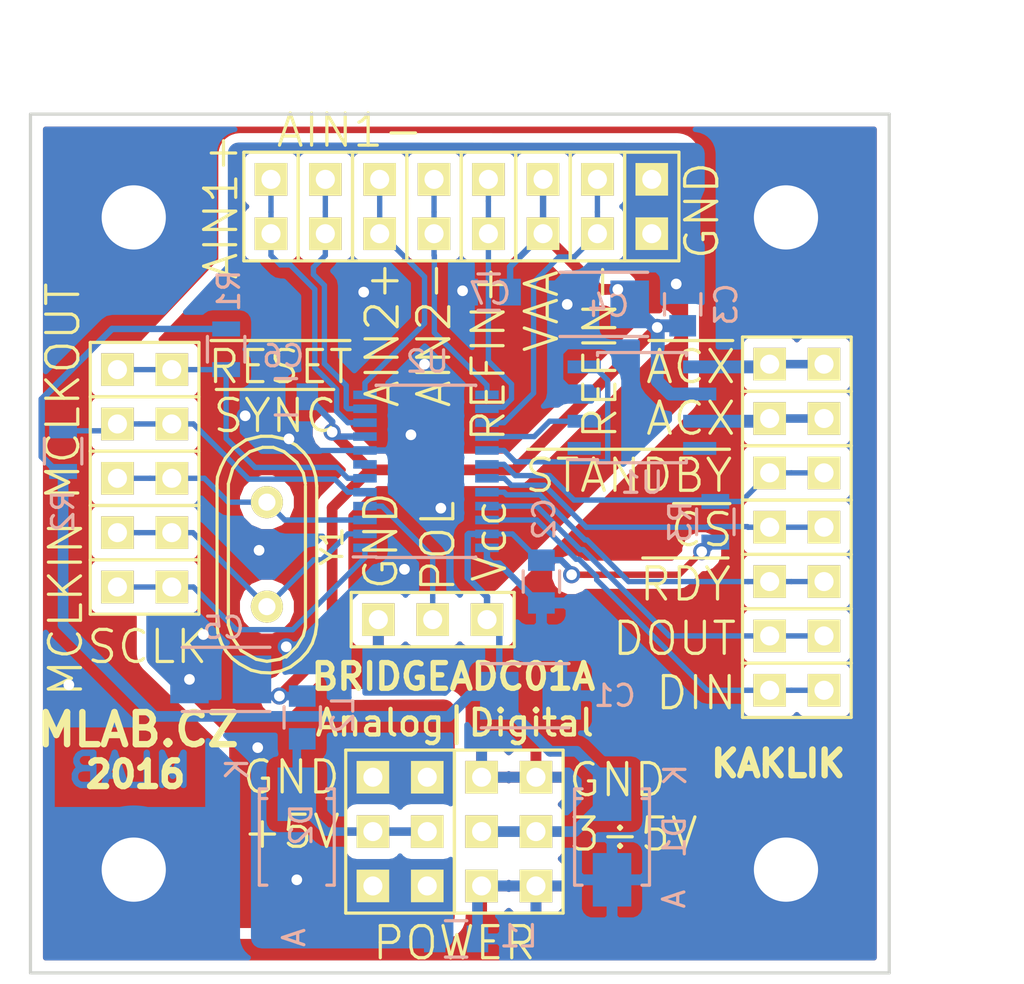
<source format=kicad_pcb>
(kicad_pcb (version 4) (host pcbnew "(2015-12-20 BZR 6390, Git 4e99c98)-product")

  (general
    (links 92)
    (no_connects 0)
    (area 120.178999 74.538999 160.461001 114.821001)
    (thickness 1.6)
    (drawings 17)
    (tracks 352)
    (zones 0)
    (modules 44)
    (nets 27)
  )

  (page A4)
  (title_block
    (title NAME)
    (date "%d. %m. %Y")
    (rev REV)
    (company "Mlab www.mlab.cz")
    (comment 1 VERSION)
    (comment 2 "Short description\\nTwo lines are maximum")
    (comment 3 "nickname <email@example.com>")
  )

  (layers
    (0 F.Cu signal)
    (31 B.Cu signal)
    (32 B.Adhes user)
    (33 F.Adhes user)
    (34 B.Paste user)
    (35 F.Paste user)
    (36 B.SilkS user)
    (37 F.SilkS user)
    (38 B.Mask user)
    (39 F.Mask user)
    (40 Dwgs.User user)
    (41 Cmts.User user)
    (42 Eco1.User user)
    (43 Eco2.User user)
    (44 Edge.Cuts user)
    (45 Margin user)
    (46 B.CrtYd user)
    (47 F.CrtYd user)
    (48 B.Fab user)
    (49 F.Fab user)
  )

  (setup
    (last_trace_width 0.25)
    (user_trace_width 0.25)
    (user_trace_width 0.3)
    (user_trace_width 0.4)
    (user_trace_width 0.5)
    (user_trace_width 0.6)
    (trace_clearance 0.2)
    (zone_clearance 0.508)
    (zone_45_only yes)
    (trace_min 0.2)
    (segment_width 0.2)
    (edge_width 0.15)
    (via_size 0.8)
    (via_drill 0.5)
    (via_min_size 0.4)
    (via_min_drill 0.3)
    (uvia_size 0.3)
    (uvia_drill 0.1)
    (uvias_allowed no)
    (uvia_min_size 0.2)
    (uvia_min_drill 0.1)
    (pcb_text_width 0.3)
    (pcb_text_size 1.5 1.5)
    (mod_edge_width 0.15)
    (mod_text_size 1 1)
    (mod_text_width 0.15)
    (pad_size 1.524 1.524)
    (pad_drill 0.762)
    (pad_to_mask_clearance 0.2)
    (aux_axis_origin 0 0)
    (visible_elements 7FFFFF7F)
    (pcbplotparams
      (layerselection 0x010f0_ffffffff)
      (usegerberextensions false)
      (excludeedgelayer true)
      (linewidth 0.150000)
      (plotframeref false)
      (viasonmask false)
      (mode 1)
      (useauxorigin false)
      (hpglpennumber 1)
      (hpglpenspeed 20)
      (hpglpendiameter 15)
      (hpglpenoverlay 2)
      (psnegative false)
      (psa4output false)
      (plotreference true)
      (plotvalue true)
      (plotinvisibletext false)
      (padsonsilk false)
      (subtractmaskfromsilk true)
      (outputformat 1)
      (mirror false)
      (drillshape 0)
      (scaleselection 1)
      (outputdirectory ../CAM_PROFI/))
  )

  (net 0 "")
  (net 1 GND)
  (net 2 VCC)
  (net 3 VAA)
  (net 4 GNDA)
  (net 5 "Net-(J2-Pad1)")
  (net 6 "Net-(J3-Pad1)")
  (net 7 "Net-(J4-Pad1)")
  (net 8 "Net-(J5-Pad1)")
  (net 9 "Net-(J6-Pad1)")
  (net 10 "Net-(J7-Pad1)")
  (net 11 "Net-(J8-Pad1)")
  (net 12 "Net-(J9-Pad1)")
  (net 13 "Net-(J10-Pad2)")
  (net 14 "Net-(J11-Pad1)")
  (net 15 "Net-(J12-Pad1)")
  (net 16 "Net-(J13-Pad1)")
  (net 17 "Net-(J14-Pad1)")
  (net 18 "Net-(J15-Pad1)")
  (net 19 "Net-(J16-Pad1)")
  (net 20 "Net-(J17-Pad1)")
  (net 21 "Net-(J18-Pad1)")
  (net 22 "Net-(J20-Pad1)")
  (net 23 "Net-(J21-Pad1)")
  (net 24 "Net-(U1-Pad2)")
  (net 25 "Net-(U1-Pad4)")
  (net 26 "Net-(D2-Pad1)")

  (net_class Default "This is the default net class."
    (clearance 0.2)
    (trace_width 0.25)
    (via_dia 0.8)
    (via_drill 0.5)
    (uvia_dia 0.3)
    (uvia_drill 0.1)
    (add_net "Net-(D2-Pad1)")
    (add_net "Net-(J10-Pad2)")
    (add_net "Net-(J11-Pad1)")
    (add_net "Net-(J12-Pad1)")
    (add_net "Net-(J13-Pad1)")
    (add_net "Net-(J14-Pad1)")
    (add_net "Net-(J15-Pad1)")
    (add_net "Net-(J16-Pad1)")
    (add_net "Net-(J17-Pad1)")
    (add_net "Net-(J18-Pad1)")
    (add_net "Net-(J2-Pad1)")
    (add_net "Net-(J20-Pad1)")
    (add_net "Net-(J21-Pad1)")
    (add_net "Net-(J3-Pad1)")
    (add_net "Net-(J4-Pad1)")
    (add_net "Net-(J5-Pad1)")
    (add_net "Net-(J6-Pad1)")
    (add_net "Net-(J7-Pad1)")
    (add_net "Net-(J8-Pad1)")
    (add_net "Net-(J9-Pad1)")
    (add_net "Net-(U1-Pad2)")
    (add_net "Net-(U1-Pad4)")
  )

  (net_class Power ""
    (clearance 0.2)
    (trace_width 0.3)
    (via_dia 0.8)
    (via_drill 0.5)
    (uvia_dia 0.3)
    (uvia_drill 0.1)
    (add_net GND)
    (add_net GNDA)
    (add_net VAA)
    (add_net VCC)
  )

  (module Mlab_Pin_Headers:Straight_1x02 (layer F.Cu) (tedit 55F1324F) (tstamp 55F02807)
    (at 134.0335 78.932)
    (descr "pin header straight 1x02")
    (tags "pin header straight 1x02")
    (path /55EFFE4E)
    (fp_text reference J5 (at 0.127 -0.127 90) (layer F.SilkS) hide
      (effects (font (size 1.5 1.5) (thickness 0.15)))
    )
    (fp_text value AIN1- (at 1.143 -3.556 180) (layer F.SilkS)
      (effects (font (size 1.5 1.5) (thickness 0.15)))
    )
    (fp_text user 1 (at -1.651 -1.27) (layer F.SilkS) hide
      (effects (font (size 0.5 0.5) (thickness 0.05)))
    )
    (fp_line (start -1.27 -2.54) (end 1.27 -2.54) (layer F.SilkS) (width 0.15))
    (fp_line (start 1.27 -2.54) (end 1.27 2.54) (layer F.SilkS) (width 0.15))
    (fp_line (start 1.27 2.54) (end -1.27 2.54) (layer F.SilkS) (width 0.15))
    (fp_line (start -1.27 2.54) (end -1.27 -2.54) (layer F.SilkS) (width 0.15))
    (pad 2 thru_hole rect (at 0 1.27) (size 1.524 1.524) (drill 0.889) (layers *.Cu *.Mask F.SilkS)
      (net 8 "Net-(J5-Pad1)"))
    (pad 1 thru_hole rect (at 0 -1.27) (size 1.524 1.524) (drill 0.889) (layers *.Cu *.Mask F.SilkS)
      (net 8 "Net-(J5-Pad1)"))
    (model Pin_Headers/Pin_Header_Straight_1x02.wrl
      (at (xyz 0 0 0))
      (scale (xyz 1 1 1))
      (rotate (xyz 0 0 90))
    )
  )

  (module Capacitors_Tantalum_SMD:TantalC_SizeB_EIA-3528_Reflow (layer B.Cu) (tedit 555EF748) (tstamp 55F027BB)
    (at 143.622 101.792)
    (descr "Tantal Cap. , Size B, EIA-3528, Reflow")
    (tags "Tantal Capacitor Size-B EIA-3528 Reflow")
    (path /55623093)
    (attr smd)
    (fp_text reference C1 (at 3.937 0) (layer B.SilkS)
      (effects (font (size 1 1) (thickness 0.15)) (justify mirror))
    )
    (fp_text value 10uF (at 0 -2.7) (layer B.Fab)
      (effects (font (size 1 1) (thickness 0.15)) (justify mirror))
    )
    (fp_line (start 2.7 1.8) (end -2.7 1.8) (layer B.CrtYd) (width 0.05))
    (fp_line (start -2.7 1.8) (end -2.7 -1.8) (layer B.CrtYd) (width 0.05))
    (fp_line (start -2.7 -1.8) (end 2.7 -1.8) (layer B.CrtYd) (width 0.05))
    (fp_line (start 2.7 -1.8) (end 2.7 1.8) (layer B.CrtYd) (width 0.05))
    (fp_line (start 1.8 -1.5) (end -2.3 -1.5) (layer B.SilkS) (width 0.15))
    (fp_line (start 1.8 1.5) (end -2.3 1.5) (layer B.SilkS) (width 0.15))
    (pad 2 smd rect (at 1.46 0) (size 1.8 2.23) (layers B.Cu B.Paste B.Mask)
      (net 1 GND))
    (pad 1 smd rect (at -1.46 0) (size 1.8 2.23) (layers B.Cu B.Paste B.Mask)
      (net 2 VCC))
    (model Capacitors_Tantalum_SMD.3dshapes/TantalC_SizeB_EIA-3528_Reflow.wrl
      (at (xyz 0 0 0))
      (scale (xyz 1 1 1))
      (rotate (xyz 0 0 180))
    )
  )

  (module Capacitors_SMD:C_0805 (layer B.Cu) (tedit 5415D6EA) (tstamp 55F027C1)
    (at 144.13 96.458 270)
    (descr "Capacitor SMD 0805, reflow soldering, AVX (see smccp.pdf)")
    (tags "capacitor 0805")
    (path /5562302C)
    (attr smd)
    (fp_text reference C2 (at -2.921 -0.127 270) (layer B.SilkS)
      (effects (font (size 1 1) (thickness 0.15)) (justify mirror))
    )
    (fp_text value 100nF (at 0 -2.1 270) (layer B.Fab)
      (effects (font (size 1 1) (thickness 0.15)) (justify mirror))
    )
    (fp_line (start -1.8 1) (end 1.8 1) (layer B.CrtYd) (width 0.05))
    (fp_line (start -1.8 -1) (end 1.8 -1) (layer B.CrtYd) (width 0.05))
    (fp_line (start -1.8 1) (end -1.8 -1) (layer B.CrtYd) (width 0.05))
    (fp_line (start 1.8 1) (end 1.8 -1) (layer B.CrtYd) (width 0.05))
    (fp_line (start 0.5 0.85) (end -0.5 0.85) (layer B.SilkS) (width 0.15))
    (fp_line (start -0.5 -0.85) (end 0.5 -0.85) (layer B.SilkS) (width 0.15))
    (pad 1 smd rect (at -1 0 270) (size 1 1.25) (layers B.Cu B.Paste B.Mask)
      (net 2 VCC))
    (pad 2 smd rect (at 1 0 270) (size 1 1.25) (layers B.Cu B.Paste B.Mask)
      (net 1 GND))
    (model Capacitors_SMD.3dshapes/C_0805.wrl
      (at (xyz 0 0 0))
      (scale (xyz 1 1 1))
      (rotate (xyz 0 0 0))
    )
  )

  (module Capacitors_SMD:C_0805 (layer B.Cu) (tedit 5415D6EA) (tstamp 55F027C7)
    (at 150.734 83.504 90)
    (descr "Capacitor SMD 0805, reflow soldering, AVX (see smccp.pdf)")
    (tags "capacitor 0805")
    (path /55F06426)
    (attr smd)
    (fp_text reference C3 (at 0 2.032 90) (layer B.SilkS)
      (effects (font (size 1 1) (thickness 0.15)) (justify mirror))
    )
    (fp_text value 100nF (at 0 -2.1 90) (layer B.Fab)
      (effects (font (size 1 1) (thickness 0.15)) (justify mirror))
    )
    (fp_line (start -1.8 1) (end 1.8 1) (layer B.CrtYd) (width 0.05))
    (fp_line (start -1.8 -1) (end 1.8 -1) (layer B.CrtYd) (width 0.05))
    (fp_line (start -1.8 1) (end -1.8 -1) (layer B.CrtYd) (width 0.05))
    (fp_line (start 1.8 1) (end 1.8 -1) (layer B.CrtYd) (width 0.05))
    (fp_line (start 0.5 0.85) (end -0.5 0.85) (layer B.SilkS) (width 0.15))
    (fp_line (start -0.5 -0.85) (end 0.5 -0.85) (layer B.SilkS) (width 0.15))
    (pad 1 smd rect (at -1 0 90) (size 1 1.25) (layers B.Cu B.Paste B.Mask)
      (net 3 VAA))
    (pad 2 smd rect (at 1 0 90) (size 1 1.25) (layers B.Cu B.Paste B.Mask)
      (net 4 GNDA))
    (model Capacitors_SMD.3dshapes/C_0805.wrl
      (at (xyz 0 0 0))
      (scale (xyz 1 1 1))
      (rotate (xyz 0 0 0))
    )
  )

  (module Capacitors_SMD:C_0805 (layer B.Cu) (tedit 5415D6EA) (tstamp 55F027D9)
    (at 132.192 87.822 180)
    (descr "Capacitor SMD 0805, reflow soldering, AVX (see smccp.pdf)")
    (tags "capacitor 0805")
    (path /55EFF6AB)
    (attr smd)
    (fp_text reference C6 (at 0.127 1.905 180) (layer B.SilkS)
      (effects (font (size 1 1) (thickness 0.15)) (justify mirror))
    )
    (fp_text value 100nF (at 0 -2.1 180) (layer B.Fab)
      (effects (font (size 1 1) (thickness 0.15)) (justify mirror))
    )
    (fp_line (start -1.8 1) (end 1.8 1) (layer B.CrtYd) (width 0.05))
    (fp_line (start -1.8 -1) (end 1.8 -1) (layer B.CrtYd) (width 0.05))
    (fp_line (start -1.8 1) (end -1.8 -1) (layer B.CrtYd) (width 0.05))
    (fp_line (start 1.8 1) (end 1.8 -1) (layer B.CrtYd) (width 0.05))
    (fp_line (start 0.5 0.85) (end -0.5 0.85) (layer B.SilkS) (width 0.15))
    (fp_line (start -0.5 -0.85) (end 0.5 -0.85) (layer B.SilkS) (width 0.15))
    (pad 1 smd rect (at -1 0 180) (size 1 1.25) (layers B.Cu B.Paste B.Mask)
      (net 3 VAA))
    (pad 2 smd rect (at 1 0 180) (size 1 1.25) (layers B.Cu B.Paste B.Mask)
      (net 4 GNDA))
    (model Capacitors_SMD.3dshapes/C_0805.wrl
      (at (xyz 0 0 0))
      (scale (xyz 1 1 1))
      (rotate (xyz 0 0 0))
    )
  )

  (module Diodes_SMD:SMA_Standard (layer B.Cu) (tedit 552FF239) (tstamp 55F027DF)
    (at 147.432 108.396 270)
    (descr "Diode SMA")
    (tags "Diode SMA")
    (path /55622FB7)
    (attr smd)
    (fp_text reference D1 (at 0 -2.921 270) (layer B.SilkS)
      (effects (font (size 1 1) (thickness 0.15)) (justify mirror))
    )
    (fp_text value M4 (at 0.127 -3.048 270) (layer B.Fab)
      (effects (font (size 1 1) (thickness 0.15)) (justify mirror))
    )
    (fp_line (start -3.5 2) (end 3.5 2) (layer B.CrtYd) (width 0.05))
    (fp_line (start 3.5 2) (end 3.5 -2) (layer B.CrtYd) (width 0.05))
    (fp_line (start 3.5 -2) (end -3.5 -2) (layer B.CrtYd) (width 0.05))
    (fp_line (start -3.5 -2) (end -3.5 2) (layer B.CrtYd) (width 0.05))
    (fp_text user K (at -2.9 -2.95 270) (layer B.SilkS)
      (effects (font (size 1 1) (thickness 0.15)) (justify mirror))
    )
    (fp_text user A (at 2.9 -2.9 270) (layer B.SilkS)
      (effects (font (size 1 1) (thickness 0.15)) (justify mirror))
    )
    (fp_circle (center 0 0) (end 0.20066 0.0508) (layer B.Adhes) (width 0.381))
    (fp_line (start -1.79914 -1.75006) (end -1.79914 -1.39954) (layer B.SilkS) (width 0.15))
    (fp_line (start -1.79914 1.75006) (end -1.79914 1.39954) (layer B.SilkS) (width 0.15))
    (fp_line (start 2.25044 -1.75006) (end 2.25044 -1.39954) (layer B.SilkS) (width 0.15))
    (fp_line (start -2.25044 -1.75006) (end -2.25044 -1.39954) (layer B.SilkS) (width 0.15))
    (fp_line (start -2.25044 1.75006) (end -2.25044 1.39954) (layer B.SilkS) (width 0.15))
    (fp_line (start 2.25044 1.75006) (end 2.25044 1.39954) (layer B.SilkS) (width 0.15))
    (fp_line (start -2.25044 -1.75006) (end 2.25044 -1.75006) (layer B.SilkS) (width 0.15))
    (fp_line (start -2.25044 1.75006) (end 2.25044 1.75006) (layer B.SilkS) (width 0.15))
    (pad 1 smd rect (at -1.99898 0 270) (size 2.49936 1.80086) (layers B.Cu B.Paste B.Mask)
      (net 2 VCC))
    (pad 2 smd rect (at 1.99898 0 270) (size 2.49936 1.80086) (layers B.Cu B.Paste B.Mask)
      (net 1 GND))
    (model Diodes_SMD.3dshapes/SMA_Standard.wrl
      (at (xyz 0 0 0))
      (scale (xyz 0.3937 0.3937 0.3937))
      (rotate (xyz 0 0 180))
    )
  )

  (module Diodes_SMD:SMA_Standard (layer B.Cu) (tedit 569892F8) (tstamp 55F027E5)
    (at 132.7 108.396 270)
    (descr "Diode SMA")
    (tags "Diode SMA")
    (path /55EFF6A5)
    (attr smd)
    (fp_text reference D2 (at -0.573 -0.2055 270) (layer B.SilkS)
      (effects (font (size 1 1) (thickness 0.15)) (justify mirror))
    )
    (fp_text value M4 (at 0 -4.3 270) (layer B.Fab)
      (effects (font (size 1 1) (thickness 0.15)) (justify mirror))
    )
    (fp_line (start -3.5 2) (end 3.5 2) (layer B.CrtYd) (width 0.05))
    (fp_line (start 3.5 2) (end 3.5 -2) (layer B.CrtYd) (width 0.05))
    (fp_line (start 3.5 -2) (end -3.5 -2) (layer B.CrtYd) (width 0.05))
    (fp_line (start -3.5 -2) (end -3.5 2) (layer B.CrtYd) (width 0.05))
    (fp_text user K (at -3.175 2.794 270) (layer B.SilkS)
      (effects (font (size 1 1) (thickness 0.15)) (justify mirror))
    )
    (fp_text user A (at 4.699 0.127 270) (layer B.SilkS)
      (effects (font (size 1 1) (thickness 0.15)) (justify mirror))
    )
    (fp_circle (center 0 0) (end 0.20066 0.0508) (layer B.Adhes) (width 0.381))
    (fp_line (start -1.79914 -1.75006) (end -1.79914 -1.39954) (layer B.SilkS) (width 0.15))
    (fp_line (start -1.79914 1.75006) (end -1.79914 1.39954) (layer B.SilkS) (width 0.15))
    (fp_line (start 2.25044 -1.75006) (end 2.25044 -1.39954) (layer B.SilkS) (width 0.15))
    (fp_line (start -2.25044 -1.75006) (end -2.25044 -1.39954) (layer B.SilkS) (width 0.15))
    (fp_line (start -2.25044 1.75006) (end -2.25044 1.39954) (layer B.SilkS) (width 0.15))
    (fp_line (start 2.25044 1.75006) (end 2.25044 1.39954) (layer B.SilkS) (width 0.15))
    (fp_line (start -2.25044 -1.75006) (end 2.25044 -1.75006) (layer B.SilkS) (width 0.15))
    (fp_line (start -2.25044 1.75006) (end 2.25044 1.75006) (layer B.SilkS) (width 0.15))
    (pad 1 smd rect (at -1.99898 0 270) (size 2.49936 1.80086) (layers B.Cu B.Paste B.Mask)
      (net 26 "Net-(D2-Pad1)"))
    (pad 2 smd rect (at 1.99898 0 270) (size 2.49936 1.80086) (layers B.Cu B.Paste B.Mask)
      (net 4 GNDA))
    (model Diodes_SMD.3dshapes/SMA_Standard.wrl
      (at (xyz 0 0 0))
      (scale (xyz 0.3937 0.3937 0.3937))
      (rotate (xyz 0 0 180))
    )
  )

  (module Mlab_Pin_Headers:Straight_2x03 (layer F.Cu) (tedit 55F13097) (tstamp 55F027EF)
    (at 142.606 108.142 180)
    (descr "pin header straight 2x03")
    (tags "pin header straight 2x03")
    (path /549D65BC)
    (fp_text reference J1 (at 0.127 -5.08 180) (layer F.SilkS) hide
      (effects (font (size 1.5 1.5) (thickness 0.15)))
    )
    (fp_text value 3÷5V (at -5.842 -0.127 180) (layer F.SilkS)
      (effects (font (size 1.5 1.5) (thickness 0.15)))
    )
    (fp_text user 1 (at -2.921 -2.54 180) (layer F.SilkS) hide
      (effects (font (size 0.5 0.5) (thickness 0.05)))
    )
    (fp_line (start -2.54 -3.81) (end 2.54 -3.81) (layer F.SilkS) (width 0.15))
    (fp_line (start 2.54 -3.81) (end 2.54 3.81) (layer F.SilkS) (width 0.15))
    (fp_line (start 2.54 3.81) (end -2.54 3.81) (layer F.SilkS) (width 0.15))
    (fp_line (start -2.54 3.81) (end -2.54 -3.81) (layer F.SilkS) (width 0.15))
    (pad 1 thru_hole rect (at -1.27 -2.54 180) (size 1.524 1.524) (drill 0.889) (layers *.Cu *.Mask F.SilkS)
      (net 1 GND))
    (pad 2 thru_hole rect (at 1.27 -2.54 180) (size 1.524 1.524) (drill 0.889) (layers *.Cu *.Mask F.SilkS)
      (net 1 GND))
    (pad 3 thru_hole rect (at -1.27 0 180) (size 1.524 1.524) (drill 0.889) (layers *.Cu *.Mask F.SilkS)
      (net 2 VCC))
    (pad 4 thru_hole rect (at 1.27 0 180) (size 1.524 1.524) (drill 0.889) (layers *.Cu *.Mask F.SilkS)
      (net 2 VCC))
    (pad 5 thru_hole rect (at -1.27 2.54 180) (size 1.524 1.524) (drill 0.889) (layers *.Cu *.Mask F.SilkS)
      (net 1 GND))
    (pad 6 thru_hole rect (at 1.27 2.54 180) (size 1.524 1.524) (drill 0.889) (layers *.Cu *.Mask F.SilkS)
      (net 1 GND))
    (model Pin_Headers/Pin_Header_Straight_2x03.wrl
      (at (xyz 0 0 0))
      (scale (xyz 1 1 1))
      (rotate (xyz 0 0 90))
    )
  )

  (module Mlab_Pin_Headers:Straight_1x02 (layer F.Cu) (tedit 55F12EC8) (tstamp 55F027F5)
    (at 156.068 88.838 90)
    (descr "pin header straight 1x02")
    (tags "pin header straight 1x02")
    (path /55F00E96)
    (fp_text reference J2 (at 0 -3.81 90) (layer F.SilkS) hide
      (effects (font (size 1.5 1.5) (thickness 0.15)))
    )
    (fp_text value ACX (at 0 -4.953 180) (layer F.SilkS)
      (effects (font (size 1.5 1.5) (thickness 0.15)))
    )
    (fp_text user 1 (at -1.651 -1.27 90) (layer F.SilkS) hide
      (effects (font (size 0.5 0.5) (thickness 0.05)))
    )
    (fp_line (start -1.27 -2.54) (end 1.27 -2.54) (layer F.SilkS) (width 0.15))
    (fp_line (start 1.27 -2.54) (end 1.27 2.54) (layer F.SilkS) (width 0.15))
    (fp_line (start 1.27 2.54) (end -1.27 2.54) (layer F.SilkS) (width 0.15))
    (fp_line (start -1.27 2.54) (end -1.27 -2.54) (layer F.SilkS) (width 0.15))
    (pad 2 thru_hole rect (at 0 1.27 90) (size 1.524 1.524) (drill 0.889) (layers *.Cu *.Mask F.SilkS)
      (net 5 "Net-(J2-Pad1)"))
    (pad 1 thru_hole rect (at 0 -1.27 90) (size 1.524 1.524) (drill 0.889) (layers *.Cu *.Mask F.SilkS)
      (net 5 "Net-(J2-Pad1)"))
    (model Pin_Headers/Pin_Header_Straight_1x02.wrl
      (at (xyz 0 0 0))
      (scale (xyz 1 1 1))
      (rotate (xyz 0 0 90))
    )
  )

  (module Mlab_Pin_Headers:Straight_1x02 (layer F.Cu) (tedit 55F12ED3) (tstamp 55F027FB)
    (at 156.068 86.298 90)
    (descr "pin header straight 1x02")
    (tags "pin header straight 1x02")
    (path /55F01000)
    (fp_text reference J3 (at 0 -3.81 90) (layer F.SilkS) hide
      (effects (font (size 1.5 1.5) (thickness 0.15)))
    )
    (fp_text value ~ACX (at -0.127 -4.953 180) (layer F.SilkS)
      (effects (font (size 1.5 1.5) (thickness 0.15)))
    )
    (fp_text user 1 (at -1.651 -1.27 90) (layer F.SilkS) hide
      (effects (font (size 0.5 0.5) (thickness 0.05)))
    )
    (fp_line (start -1.27 -2.54) (end 1.27 -2.54) (layer F.SilkS) (width 0.15))
    (fp_line (start 1.27 -2.54) (end 1.27 2.54) (layer F.SilkS) (width 0.15))
    (fp_line (start 1.27 2.54) (end -1.27 2.54) (layer F.SilkS) (width 0.15))
    (fp_line (start -1.27 2.54) (end -1.27 -2.54) (layer F.SilkS) (width 0.15))
    (pad 2 thru_hole rect (at 0 1.27 90) (size 1.524 1.524) (drill 0.889) (layers *.Cu *.Mask F.SilkS)
      (net 6 "Net-(J3-Pad1)"))
    (pad 1 thru_hole rect (at 0 -1.27 90) (size 1.524 1.524) (drill 0.889) (layers *.Cu *.Mask F.SilkS)
      (net 6 "Net-(J3-Pad1)"))
    (model Pin_Headers/Pin_Header_Straight_1x02.wrl
      (at (xyz 0 0 0))
      (scale (xyz 1 1 1))
      (rotate (xyz 0 0 90))
    )
  )

  (module Mlab_Pin_Headers:Straight_1x02 (layer F.Cu) (tedit 55F1316D) (tstamp 55F02801)
    (at 131.4935 78.932)
    (descr "pin header straight 1x02")
    (tags "pin header straight 1x02")
    (path /55EFFD9F)
    (fp_text reference J4 (at 0.127 0.127 90) (layer F.SilkS) hide
      (effects (font (size 1.5 1.5) (thickness 0.15)))
    )
    (fp_text value AIN1+ (at -2.3345 -0.0015 90) (layer F.SilkS)
      (effects (font (size 1.5 1.5) (thickness 0.15)))
    )
    (fp_text user 1 (at -1.651 -1.27) (layer F.SilkS) hide
      (effects (font (size 0.5 0.5) (thickness 0.05)))
    )
    (fp_line (start -1.27 -2.54) (end 1.27 -2.54) (layer F.SilkS) (width 0.15))
    (fp_line (start 1.27 -2.54) (end 1.27 2.54) (layer F.SilkS) (width 0.15))
    (fp_line (start 1.27 2.54) (end -1.27 2.54) (layer F.SilkS) (width 0.15))
    (fp_line (start -1.27 2.54) (end -1.27 -2.54) (layer F.SilkS) (width 0.15))
    (pad 2 thru_hole rect (at 0 1.27) (size 1.524 1.524) (drill 0.889) (layers *.Cu *.Mask F.SilkS)
      (net 7 "Net-(J4-Pad1)"))
    (pad 1 thru_hole rect (at 0 -1.27) (size 1.524 1.524) (drill 0.889) (layers *.Cu *.Mask F.SilkS)
      (net 7 "Net-(J4-Pad1)"))
    (model Pin_Headers/Pin_Header_Straight_1x02.wrl
      (at (xyz 0 0 0))
      (scale (xyz 1 1 1))
      (rotate (xyz 0 0 90))
    )
  )

  (module Mlab_Pin_Headers:Straight_1x02 (layer F.Cu) (tedit 55F131E6) (tstamp 55F0280D)
    (at 136.5735 78.932)
    (descr "pin header straight 1x02")
    (tags "pin header straight 1x02")
    (path /55F00248)
    (fp_text reference J6 (at 0.127 0.127 90) (layer F.SilkS) hide
      (effects (font (size 1.5 1.5) (thickness 0.15)))
    )
    (fp_text value AIN2+ (at 0.127 5.969 90) (layer F.SilkS)
      (effects (font (size 1.5 1.5) (thickness 0.15)))
    )
    (fp_text user 1 (at -1.651 -1.27) (layer F.SilkS) hide
      (effects (font (size 0.5 0.5) (thickness 0.05)))
    )
    (fp_line (start -1.27 -2.54) (end 1.27 -2.54) (layer F.SilkS) (width 0.15))
    (fp_line (start 1.27 -2.54) (end 1.27 2.54) (layer F.SilkS) (width 0.15))
    (fp_line (start 1.27 2.54) (end -1.27 2.54) (layer F.SilkS) (width 0.15))
    (fp_line (start -1.27 2.54) (end -1.27 -2.54) (layer F.SilkS) (width 0.15))
    (pad 2 thru_hole rect (at 0 1.27) (size 1.524 1.524) (drill 0.889) (layers *.Cu *.Mask F.SilkS)
      (net 9 "Net-(J6-Pad1)"))
    (pad 1 thru_hole rect (at 0 -1.27) (size 1.524 1.524) (drill 0.889) (layers *.Cu *.Mask F.SilkS)
      (net 9 "Net-(J6-Pad1)"))
    (model Pin_Headers/Pin_Header_Straight_1x02.wrl
      (at (xyz 0 0 0))
      (scale (xyz 1 1 1))
      (rotate (xyz 0 0 90))
    )
  )

  (module Mlab_Pin_Headers:Straight_1x02 (layer F.Cu) (tedit 55F1320B) (tstamp 55F02813)
    (at 139.1135 78.932 180)
    (descr "pin header straight 1x02")
    (tags "pin header straight 1x02")
    (path /55F0024E)
    (fp_text reference J7 (at -0.127 -0.254 270) (layer F.SilkS) hide
      (effects (font (size 1.5 1.5) (thickness 0.15)))
    )
    (fp_text value AIN2- (at 0 -5.969 270) (layer F.SilkS)
      (effects (font (size 1.5 1.5) (thickness 0.15)))
    )
    (fp_text user 1 (at -1.651 -1.27 180) (layer F.SilkS) hide
      (effects (font (size 0.5 0.5) (thickness 0.05)))
    )
    (fp_line (start -1.27 -2.54) (end 1.27 -2.54) (layer F.SilkS) (width 0.15))
    (fp_line (start 1.27 -2.54) (end 1.27 2.54) (layer F.SilkS) (width 0.15))
    (fp_line (start 1.27 2.54) (end -1.27 2.54) (layer F.SilkS) (width 0.15))
    (fp_line (start -1.27 2.54) (end -1.27 -2.54) (layer F.SilkS) (width 0.15))
    (pad 2 thru_hole rect (at 0 1.27 180) (size 1.524 1.524) (drill 0.889) (layers *.Cu *.Mask F.SilkS)
      (net 10 "Net-(J7-Pad1)"))
    (pad 1 thru_hole rect (at 0 -1.27 180) (size 1.524 1.524) (drill 0.889) (layers *.Cu *.Mask F.SilkS)
      (net 10 "Net-(J7-Pad1)"))
    (model Pin_Headers/Pin_Header_Straight_1x02.wrl
      (at (xyz 0 0 0))
      (scale (xyz 1 1 1))
      (rotate (xyz 0 0 90))
    )
  )

  (module Mlab_Pin_Headers:Straight_1x02 (layer F.Cu) (tedit 55F13218) (tstamp 55F02819)
    (at 146.7485 78.9305 180)
    (descr "pin header straight 1x02")
    (tags "pin header straight 1x02")
    (path /55F014E8)
    (fp_text reference J8 (at -0.1905 -0.1905 270) (layer F.SilkS) hide
      (effects (font (size 1.5 1.5) (thickness 0.15)))
    )
    (fp_text value REFIN- (at -0.127 -6.731 270) (layer F.SilkS)
      (effects (font (size 1.5 1.5) (thickness 0.15)))
    )
    (fp_text user 1 (at -1.651 -1.27 180) (layer F.SilkS) hide
      (effects (font (size 0.5 0.5) (thickness 0.05)))
    )
    (fp_line (start -1.27 -2.54) (end 1.27 -2.54) (layer F.SilkS) (width 0.15))
    (fp_line (start 1.27 -2.54) (end 1.27 2.54) (layer F.SilkS) (width 0.15))
    (fp_line (start 1.27 2.54) (end -1.27 2.54) (layer F.SilkS) (width 0.15))
    (fp_line (start -1.27 2.54) (end -1.27 -2.54) (layer F.SilkS) (width 0.15))
    (pad 2 thru_hole rect (at 0 1.27 180) (size 1.524 1.524) (drill 0.889) (layers *.Cu *.Mask F.SilkS)
      (net 11 "Net-(J8-Pad1)"))
    (pad 1 thru_hole rect (at 0 -1.27 180) (size 1.524 1.524) (drill 0.889) (layers *.Cu *.Mask F.SilkS)
      (net 11 "Net-(J8-Pad1)"))
    (model Pin_Headers/Pin_Header_Straight_1x02.wrl
      (at (xyz 0 0 0))
      (scale (xyz 1 1 1))
      (rotate (xyz 0 0 90))
    )
  )

  (module Mlab_Pin_Headers:Straight_1x02 (layer F.Cu) (tedit 55F131FD) (tstamp 55F0281F)
    (at 141.6535 78.932 180)
    (descr "pin header straight 1x02")
    (tags "pin header straight 1x02")
    (path /55F014EE)
    (fp_text reference J9 (at -0.127 0.127 270) (layer F.SilkS) hide
      (effects (font (size 1.5 1.5) (thickness 0.15)))
    )
    (fp_text value REFIN+ (at 0 -6.858 270) (layer F.SilkS)
      (effects (font (size 1.5 1.5) (thickness 0.15)))
    )
    (fp_text user 1 (at -1.651 -1.27 180) (layer F.SilkS) hide
      (effects (font (size 0.5 0.5) (thickness 0.05)))
    )
    (fp_line (start -1.27 -2.54) (end 1.27 -2.54) (layer F.SilkS) (width 0.15))
    (fp_line (start 1.27 -2.54) (end 1.27 2.54) (layer F.SilkS) (width 0.15))
    (fp_line (start 1.27 2.54) (end -1.27 2.54) (layer F.SilkS) (width 0.15))
    (fp_line (start -1.27 2.54) (end -1.27 -2.54) (layer F.SilkS) (width 0.15))
    (pad 2 thru_hole rect (at 0 1.27 180) (size 1.524 1.524) (drill 0.889) (layers *.Cu *.Mask F.SilkS)
      (net 12 "Net-(J9-Pad1)"))
    (pad 1 thru_hole rect (at 0 -1.27 180) (size 1.524 1.524) (drill 0.889) (layers *.Cu *.Mask F.SilkS)
      (net 12 "Net-(J9-Pad1)"))
    (model Pin_Headers/Pin_Header_Straight_1x02.wrl
      (at (xyz 0 0 0))
      (scale (xyz 1 1 1))
      (rotate (xyz 0 0 90))
    )
  )

  (module Mlab_Pin_Headers:Straight_1x03 (layer F.Cu) (tedit 55F12E1E) (tstamp 55F02826)
    (at 139.05 98.236 270)
    (descr "pin header straight 1x03")
    (tags "pin header straight 1x03")
    (path /55F0199D)
    (fp_text reference J10 (at 0 -5.08 270) (layer F.SilkS) hide
      (effects (font (size 1.5 1.5) (thickness 0.15)))
    )
    (fp_text value POL (at -3.429 -0.254 270) (layer F.SilkS)
      (effects (font (size 1.5 1.5) (thickness 0.15)))
    )
    (fp_text user 1 (at -1.651 -2.54 270) (layer F.SilkS) hide
      (effects (font (size 0.5 0.5) (thickness 0.05)))
    )
    (fp_line (start -1.27 -3.81) (end 1.27 -3.81) (layer F.SilkS) (width 0.15))
    (fp_line (start 1.27 -3.81) (end 1.27 3.81) (layer F.SilkS) (width 0.15))
    (fp_line (start 1.27 3.81) (end -1.27 3.81) (layer F.SilkS) (width 0.15))
    (fp_line (start -1.27 3.81) (end -1.27 -3.81) (layer F.SilkS) (width 0.15))
    (pad 3 thru_hole rect (at 0 2.54 270) (size 1.524 1.524) (drill 0.889) (layers *.Cu *.Mask F.SilkS)
      (net 1 GND))
    (pad 2 thru_hole rect (at 0 0 270) (size 1.524 1.524) (drill 0.889) (layers *.Cu *.Mask F.SilkS)
      (net 13 "Net-(J10-Pad2)"))
    (pad 1 thru_hole rect (at 0 -2.54 270) (size 1.524 1.524) (drill 0.889) (layers *.Cu *.Mask F.SilkS)
      (net 2 VCC))
    (model Pin_Headers/Pin_Header_Straight_1x03.wrl
      (at (xyz 0 0 0))
      (scale (xyz 1 1 1))
      (rotate (xyz 0 0 90))
    )
  )

  (module Mlab_Pin_Headers:Straight_1x02 (layer F.Cu) (tedit 55F1314A) (tstamp 55F0282C)
    (at 125.588 86.552 90)
    (descr "pin header straight 1x02")
    (tags "pin header straight 1x02")
    (path /55F03DD9)
    (fp_text reference J11 (at 0 0.127 180) (layer F.SilkS) hide
      (effects (font (size 1.5 1.5) (thickness 0.15)))
    )
    (fp_text value ~RESET (at 0.127 6.35 180) (layer F.SilkS)
      (effects (font (size 1.5 1.5) (thickness 0.15)))
    )
    (fp_text user 1 (at -1.651 -1.27 90) (layer F.SilkS) hide
      (effects (font (size 0.5 0.5) (thickness 0.05)))
    )
    (fp_line (start -1.27 -2.54) (end 1.27 -2.54) (layer F.SilkS) (width 0.15))
    (fp_line (start 1.27 -2.54) (end 1.27 2.54) (layer F.SilkS) (width 0.15))
    (fp_line (start 1.27 2.54) (end -1.27 2.54) (layer F.SilkS) (width 0.15))
    (fp_line (start -1.27 2.54) (end -1.27 -2.54) (layer F.SilkS) (width 0.15))
    (pad 2 thru_hole rect (at 0 1.27 90) (size 1.524 1.524) (drill 0.889) (layers *.Cu *.Mask F.SilkS)
      (net 14 "Net-(J11-Pad1)"))
    (pad 1 thru_hole rect (at 0 -1.27 90) (size 1.524 1.524) (drill 0.889) (layers *.Cu *.Mask F.SilkS)
      (net 14 "Net-(J11-Pad1)"))
    (model Pin_Headers/Pin_Header_Straight_1x02.wrl
      (at (xyz 0 0 0))
      (scale (xyz 1 1 1))
      (rotate (xyz 0 0 90))
    )
  )

  (module Mlab_Pin_Headers:Straight_1x02 (layer F.Cu) (tedit 55F13147) (tstamp 55F02832)
    (at 125.588 89.092 90)
    (descr "pin header straight 1x02")
    (tags "pin header straight 1x02")
    (path /55F03E0A)
    (fp_text reference J12 (at 0.127 -0.127 180) (layer F.SilkS) hide
      (effects (font (size 1.5 1.5) (thickness 0.15)))
    )
    (fp_text value ~SYNC (at 0.381 6.096 180) (layer F.SilkS)
      (effects (font (size 1.5 1.5) (thickness 0.15)))
    )
    (fp_text user 1 (at -1.651 -1.27 90) (layer F.SilkS) hide
      (effects (font (size 0.5 0.5) (thickness 0.05)))
    )
    (fp_line (start -1.27 -2.54) (end 1.27 -2.54) (layer F.SilkS) (width 0.15))
    (fp_line (start 1.27 -2.54) (end 1.27 2.54) (layer F.SilkS) (width 0.15))
    (fp_line (start 1.27 2.54) (end -1.27 2.54) (layer F.SilkS) (width 0.15))
    (fp_line (start -1.27 2.54) (end -1.27 -2.54) (layer F.SilkS) (width 0.15))
    (pad 2 thru_hole rect (at 0 1.27 90) (size 1.524 1.524) (drill 0.889) (layers *.Cu *.Mask F.SilkS)
      (net 15 "Net-(J12-Pad1)"))
    (pad 1 thru_hole rect (at 0 -1.27 90) (size 1.524 1.524) (drill 0.889) (layers *.Cu *.Mask F.SilkS)
      (net 15 "Net-(J12-Pad1)"))
    (model Pin_Headers/Pin_Header_Straight_1x02.wrl
      (at (xyz 0 0 0))
      (scale (xyz 1 1 1))
      (rotate (xyz 0 0 90))
    )
  )

  (module Mlab_Pin_Headers:Straight_1x02 (layer F.Cu) (tedit 55F12EAA) (tstamp 55F02838)
    (at 156.068 96.458 90)
    (descr "pin header straight 1x02")
    (tags "pin header straight 1x02")
    (path /55F025A5)
    (fp_text reference J13 (at 0 -3.81 90) (layer F.SilkS) hide
      (effects (font (size 1.5 1.5) (thickness 0.15)))
    )
    (fp_text value ~RDY (at -0.127 -5.207 180) (layer F.SilkS)
      (effects (font (size 1.5 1.5) (thickness 0.15)))
    )
    (fp_text user 1 (at -1.651 -1.27 90) (layer F.SilkS) hide
      (effects (font (size 0.5 0.5) (thickness 0.05)))
    )
    (fp_line (start -1.27 -2.54) (end 1.27 -2.54) (layer F.SilkS) (width 0.15))
    (fp_line (start 1.27 -2.54) (end 1.27 2.54) (layer F.SilkS) (width 0.15))
    (fp_line (start 1.27 2.54) (end -1.27 2.54) (layer F.SilkS) (width 0.15))
    (fp_line (start -1.27 2.54) (end -1.27 -2.54) (layer F.SilkS) (width 0.15))
    (pad 2 thru_hole rect (at 0 1.27 90) (size 1.524 1.524) (drill 0.889) (layers *.Cu *.Mask F.SilkS)
      (net 16 "Net-(J13-Pad1)"))
    (pad 1 thru_hole rect (at 0 -1.27 90) (size 1.524 1.524) (drill 0.889) (layers *.Cu *.Mask F.SilkS)
      (net 16 "Net-(J13-Pad1)"))
    (model Pin_Headers/Pin_Header_Straight_1x02.wrl
      (at (xyz 0 0 0))
      (scale (xyz 1 1 1))
      (rotate (xyz 0 0 90))
    )
  )

  (module Mlab_Pin_Headers:Straight_1x02 (layer F.Cu) (tedit 55F12EB3) (tstamp 55F0283E)
    (at 156.068 93.918 90)
    (descr "pin header straight 1x02")
    (tags "pin header straight 1x02")
    (path /55F02674)
    (fp_text reference J14 (at 0 -3.81 90) (layer F.SilkS) hide
      (effects (font (size 1.5 1.5) (thickness 0.15)))
    )
    (fp_text value ~CS (at -0.127 -4.445 180) (layer F.SilkS)
      (effects (font (size 1.5 1.5) (thickness 0.15)))
    )
    (fp_text user 1 (at -1.651 -1.27 90) (layer F.SilkS) hide
      (effects (font (size 0.5 0.5) (thickness 0.05)))
    )
    (fp_line (start -1.27 -2.54) (end 1.27 -2.54) (layer F.SilkS) (width 0.15))
    (fp_line (start 1.27 -2.54) (end 1.27 2.54) (layer F.SilkS) (width 0.15))
    (fp_line (start 1.27 2.54) (end -1.27 2.54) (layer F.SilkS) (width 0.15))
    (fp_line (start -1.27 2.54) (end -1.27 -2.54) (layer F.SilkS) (width 0.15))
    (pad 2 thru_hole rect (at 0 1.27 90) (size 1.524 1.524) (drill 0.889) (layers *.Cu *.Mask F.SilkS)
      (net 17 "Net-(J14-Pad1)"))
    (pad 1 thru_hole rect (at 0 -1.27 90) (size 1.524 1.524) (drill 0.889) (layers *.Cu *.Mask F.SilkS)
      (net 17 "Net-(J14-Pad1)"))
    (model Pin_Headers/Pin_Header_Straight_1x02.wrl
      (at (xyz 0 0 0))
      (scale (xyz 1 1 1))
      (rotate (xyz 0 0 90))
    )
  )

  (module Mlab_Pin_Headers:Straight_1x02 (layer F.Cu) (tedit 55F13107) (tstamp 55F02844)
    (at 125.588 96.712 90)
    (descr "pin header straight 1x02")
    (tags "pin header straight 1x02")
    (path /55F026A3)
    (fp_text reference J15 (at -0.127 -0.127 180) (layer F.SilkS) hide
      (effects (font (size 1.5 1.5) (thickness 0.15)))
    )
    (fp_text value SCLK (at -2.794 0.127 180) (layer F.SilkS)
      (effects (font (size 1.5 1.5) (thickness 0.15)))
    )
    (fp_text user 1 (at -1.651 -1.27 90) (layer F.SilkS) hide
      (effects (font (size 0.5 0.5) (thickness 0.05)))
    )
    (fp_line (start -1.27 -2.54) (end 1.27 -2.54) (layer F.SilkS) (width 0.15))
    (fp_line (start 1.27 -2.54) (end 1.27 2.54) (layer F.SilkS) (width 0.15))
    (fp_line (start 1.27 2.54) (end -1.27 2.54) (layer F.SilkS) (width 0.15))
    (fp_line (start -1.27 2.54) (end -1.27 -2.54) (layer F.SilkS) (width 0.15))
    (pad 2 thru_hole rect (at 0 1.27 90) (size 1.524 1.524) (drill 0.889) (layers *.Cu *.Mask F.SilkS)
      (net 18 "Net-(J15-Pad1)"))
    (pad 1 thru_hole rect (at 0 -1.27 90) (size 1.524 1.524) (drill 0.889) (layers *.Cu *.Mask F.SilkS)
      (net 18 "Net-(J15-Pad1)"))
    (model Pin_Headers/Pin_Header_Straight_1x02.wrl
      (at (xyz 0 0 0))
      (scale (xyz 1 1 1))
      (rotate (xyz 0 0 90))
    )
  )

  (module Mlab_Pin_Headers:Straight_1x02 (layer F.Cu) (tedit 55F12EA0) (tstamp 55F0284A)
    (at 156.068 101.538 90)
    (descr "pin header straight 1x02")
    (tags "pin header straight 1x02")
    (path /55F02D7C)
    (fp_text reference J16 (at -0.127 0.127 180) (layer F.SilkS) hide
      (effects (font (size 1.5 1.5) (thickness 0.15)))
    )
    (fp_text value DIN (at -0.127 -4.699 180) (layer F.SilkS)
      (effects (font (size 1.5 1.5) (thickness 0.15)))
    )
    (fp_text user 1 (at -1.651 -1.27 90) (layer F.SilkS) hide
      (effects (font (size 0.5 0.5) (thickness 0.05)))
    )
    (fp_line (start -1.27 -2.54) (end 1.27 -2.54) (layer F.SilkS) (width 0.15))
    (fp_line (start 1.27 -2.54) (end 1.27 2.54) (layer F.SilkS) (width 0.15))
    (fp_line (start 1.27 2.54) (end -1.27 2.54) (layer F.SilkS) (width 0.15))
    (fp_line (start -1.27 2.54) (end -1.27 -2.54) (layer F.SilkS) (width 0.15))
    (pad 2 thru_hole rect (at 0 1.27 90) (size 1.524 1.524) (drill 0.889) (layers *.Cu *.Mask F.SilkS)
      (net 19 "Net-(J16-Pad1)"))
    (pad 1 thru_hole rect (at 0 -1.27 90) (size 1.524 1.524) (drill 0.889) (layers *.Cu *.Mask F.SilkS)
      (net 19 "Net-(J16-Pad1)"))
    (model Pin_Headers/Pin_Header_Straight_1x02.wrl
      (at (xyz 0 0 0))
      (scale (xyz 1 1 1))
      (rotate (xyz 0 0 90))
    )
  )

  (module Mlab_Pin_Headers:Straight_1x02 (layer F.Cu) (tedit 55F12E81) (tstamp 55F02850)
    (at 156.068 98.998 90)
    (descr "pin header straight 1x02")
    (tags "pin header straight 1x02")
    (path /55F02DA5)
    (fp_text reference J17 (at 0 -3.81 90) (layer F.SilkS) hide
      (effects (font (size 1.5 1.5) (thickness 0.15)))
    )
    (fp_text value DOUT (at -0.127 -5.715 180) (layer F.SilkS)
      (effects (font (size 1.5 1.5) (thickness 0.15)))
    )
    (fp_text user 1 (at -1.651 -1.27 90) (layer F.SilkS) hide
      (effects (font (size 0.5 0.5) (thickness 0.05)))
    )
    (fp_line (start -1.27 -2.54) (end 1.27 -2.54) (layer F.SilkS) (width 0.15))
    (fp_line (start 1.27 -2.54) (end 1.27 2.54) (layer F.SilkS) (width 0.15))
    (fp_line (start 1.27 2.54) (end -1.27 2.54) (layer F.SilkS) (width 0.15))
    (fp_line (start -1.27 2.54) (end -1.27 -2.54) (layer F.SilkS) (width 0.15))
    (pad 2 thru_hole rect (at 0 1.27 90) (size 1.524 1.524) (drill 0.889) (layers *.Cu *.Mask F.SilkS)
      (net 20 "Net-(J17-Pad1)"))
    (pad 1 thru_hole rect (at 0 -1.27 90) (size 1.524 1.524) (drill 0.889) (layers *.Cu *.Mask F.SilkS)
      (net 20 "Net-(J17-Pad1)"))
    (model Pin_Headers/Pin_Header_Straight_1x02.wrl
      (at (xyz 0 0 0))
      (scale (xyz 1 1 1))
      (rotate (xyz 0 0 90))
    )
  )

  (module Mlab_Pin_Headers:Straight_1x02 (layer F.Cu) (tedit 55F12EBE) (tstamp 55F02856)
    (at 156.068 91.378 90)
    (descr "pin header straight 1x02")
    (tags "pin header straight 1x02")
    (path /55F04A00)
    (fp_text reference J18 (at 0 -3.81 90) (layer F.SilkS) hide
      (effects (font (size 1.5 1.5) (thickness 0.15)))
    )
    (fp_text value ~STANDBY (at -0.127 -7.859 180) (layer F.SilkS)
      (effects (font (size 1.5 1.5) (thickness 0.15)))
    )
    (fp_text user 1 (at -1.651 -1.27 90) (layer F.SilkS) hide
      (effects (font (size 0.5 0.5) (thickness 0.05)))
    )
    (fp_line (start -1.27 -2.54) (end 1.27 -2.54) (layer F.SilkS) (width 0.15))
    (fp_line (start 1.27 -2.54) (end 1.27 2.54) (layer F.SilkS) (width 0.15))
    (fp_line (start 1.27 2.54) (end -1.27 2.54) (layer F.SilkS) (width 0.15))
    (fp_line (start -1.27 2.54) (end -1.27 -2.54) (layer F.SilkS) (width 0.15))
    (pad 2 thru_hole rect (at 0 1.27 90) (size 1.524 1.524) (drill 0.889) (layers *.Cu *.Mask F.SilkS)
      (net 21 "Net-(J18-Pad1)"))
    (pad 1 thru_hole rect (at 0 -1.27 90) (size 1.524 1.524) (drill 0.889) (layers *.Cu *.Mask F.SilkS)
      (net 21 "Net-(J18-Pad1)"))
    (model Pin_Headers/Pin_Header_Straight_1x02.wrl
      (at (xyz 0 0 0))
      (scale (xyz 1 1 1))
      (rotate (xyz 0 0 90))
    )
  )

  (module Mlab_Pin_Headers:Straight_2x03 (layer F.Cu) (tedit 55F02B3D) (tstamp 55F02860)
    (at 137.526 108.142)
    (descr "pin header straight 2x03")
    (tags "pin header straight 2x03")
    (path /55EFF692)
    (fp_text reference J19 (at -0.127 5.207) (layer F.SilkS) hide
      (effects (font (size 1.5 1.5) (thickness 0.15)))
    )
    (fp_text value +5V (at -5.08 0) (layer F.SilkS)
      (effects (font (size 1.5 1.5) (thickness 0.15)))
    )
    (fp_text user 1 (at -2.921 -2.54) (layer F.SilkS) hide
      (effects (font (size 0.5 0.5) (thickness 0.05)))
    )
    (fp_line (start -2.54 -3.81) (end 2.54 -3.81) (layer F.SilkS) (width 0.15))
    (fp_line (start 2.54 -3.81) (end 2.54 3.81) (layer F.SilkS) (width 0.15))
    (fp_line (start 2.54 3.81) (end -2.54 3.81) (layer F.SilkS) (width 0.15))
    (fp_line (start -2.54 3.81) (end -2.54 -3.81) (layer F.SilkS) (width 0.15))
    (pad 1 thru_hole rect (at -1.27 -2.54) (size 1.524 1.524) (drill 0.889) (layers *.Cu *.Mask F.SilkS)
      (net 4 GNDA))
    (pad 2 thru_hole rect (at 1.27 -2.54) (size 1.524 1.524) (drill 0.889) (layers *.Cu *.Mask F.SilkS)
      (net 4 GNDA))
    (pad 3 thru_hole rect (at -1.27 0) (size 1.524 1.524) (drill 0.889) (layers *.Cu *.Mask F.SilkS)
      (net 26 "Net-(D2-Pad1)"))
    (pad 4 thru_hole rect (at 1.27 0) (size 1.524 1.524) (drill 0.889) (layers *.Cu *.Mask F.SilkS)
      (net 26 "Net-(D2-Pad1)"))
    (pad 5 thru_hole rect (at -1.27 2.54) (size 1.524 1.524) (drill 0.889) (layers *.Cu *.Mask F.SilkS)
      (net 4 GNDA))
    (pad 6 thru_hole rect (at 1.27 2.54) (size 1.524 1.524) (drill 0.889) (layers *.Cu *.Mask F.SilkS)
      (net 4 GNDA))
    (model Pin_Headers/Pin_Header_Straight_2x03.wrl
      (at (xyz 0 0 0))
      (scale (xyz 1 1 1))
      (rotate (xyz 0 0 90))
    )
  )

  (module Mlab_Pin_Headers:Straight_1x02 (layer F.Cu) (tedit 55F1319B) (tstamp 55F02866)
    (at 125.588 94.172 90)
    (descr "pin header straight 1x02")
    (tags "pin header straight 1x02")
    (path /55F01956)
    (fp_text reference J20 (at -0.127 0 180) (layer F.SilkS) hide
      (effects (font (size 1.5 1.5) (thickness 0.15)))
    )
    (fp_text value MCLKIN (at -3.556 -3.683 270) (layer F.SilkS)
      (effects (font (size 1.5 1.5) (thickness 0.15)))
    )
    (fp_text user 1 (at -1.651 -1.27 90) (layer F.SilkS) hide
      (effects (font (size 0.5 0.5) (thickness 0.05)))
    )
    (fp_line (start -1.27 -2.54) (end 1.27 -2.54) (layer F.SilkS) (width 0.15))
    (fp_line (start 1.27 -2.54) (end 1.27 2.54) (layer F.SilkS) (width 0.15))
    (fp_line (start 1.27 2.54) (end -1.27 2.54) (layer F.SilkS) (width 0.15))
    (fp_line (start -1.27 2.54) (end -1.27 -2.54) (layer F.SilkS) (width 0.15))
    (pad 2 thru_hole rect (at 0 1.27 90) (size 1.524 1.524) (drill 0.889) (layers *.Cu *.Mask F.SilkS)
      (net 22 "Net-(J20-Pad1)"))
    (pad 1 thru_hole rect (at 0 -1.27 90) (size 1.524 1.524) (drill 0.889) (layers *.Cu *.Mask F.SilkS)
      (net 22 "Net-(J20-Pad1)"))
    (model Pin_Headers/Pin_Header_Straight_1x02.wrl
      (at (xyz 0 0 0))
      (scale (xyz 1 1 1))
      (rotate (xyz 0 0 90))
    )
  )

  (module Mlab_Pin_Headers:Straight_1x02 (layer F.Cu) (tedit 55F13198) (tstamp 55F0286C)
    (at 125.588 91.632 90)
    (descr "pin header straight 1x02")
    (tags "pin header straight 1x02")
    (path /55F01915)
    (fp_text reference J21 (at 0.127 0.127 180) (layer F.SilkS) hide
      (effects (font (size 1.5 1.5) (thickness 0.15)))
    )
    (fp_text value MCLKOUT (at 4.064 -3.81 270) (layer F.SilkS)
      (effects (font (size 1.5 1.5) (thickness 0.15)))
    )
    (fp_text user 1 (at -1.651 -1.27 90) (layer F.SilkS) hide
      (effects (font (size 0.5 0.5) (thickness 0.05)))
    )
    (fp_line (start -1.27 -2.54) (end 1.27 -2.54) (layer F.SilkS) (width 0.15))
    (fp_line (start 1.27 -2.54) (end 1.27 2.54) (layer F.SilkS) (width 0.15))
    (fp_line (start 1.27 2.54) (end -1.27 2.54) (layer F.SilkS) (width 0.15))
    (fp_line (start -1.27 2.54) (end -1.27 -2.54) (layer F.SilkS) (width 0.15))
    (pad 2 thru_hole rect (at 0 1.27 90) (size 1.524 1.524) (drill 0.889) (layers *.Cu *.Mask F.SilkS)
      (net 23 "Net-(J21-Pad1)"))
    (pad 1 thru_hole rect (at 0 -1.27 90) (size 1.524 1.524) (drill 0.889) (layers *.Cu *.Mask F.SilkS)
      (net 23 "Net-(J21-Pad1)"))
    (model Pin_Headers/Pin_Header_Straight_1x02.wrl
      (at (xyz 0 0 0))
      (scale (xyz 1 1 1))
      (rotate (xyz 0 0 90))
    )
  )

  (module Capacitors_SMD:C_0805 (layer B.Cu) (tedit 5415D6EA) (tstamp 55F02872)
    (at 140.1445 113.157)
    (descr "Capacitor SMD 0805, reflow soldering, AVX (see smccp.pdf)")
    (tags "capacitor 0805")
    (path /55F054A3)
    (attr smd)
    (fp_text reference L1 (at 2.921 -0.127) (layer B.SilkS)
      (effects (font (size 1 1) (thickness 0.15)) (justify mirror))
    )
    (fp_text value BLM21PG300SN1D (at 0 -2.1) (layer B.Fab)
      (effects (font (size 1 1) (thickness 0.15)) (justify mirror))
    )
    (fp_line (start -1.8 1) (end 1.8 1) (layer B.CrtYd) (width 0.05))
    (fp_line (start -1.8 -1) (end 1.8 -1) (layer B.CrtYd) (width 0.05))
    (fp_line (start -1.8 1) (end -1.8 -1) (layer B.CrtYd) (width 0.05))
    (fp_line (start 1.8 1) (end 1.8 -1) (layer B.CrtYd) (width 0.05))
    (fp_line (start 0.5 0.85) (end -0.5 0.85) (layer B.SilkS) (width 0.15))
    (fp_line (start -0.5 -0.85) (end 0.5 -0.85) (layer B.SilkS) (width 0.15))
    (pad 1 smd rect (at -1 0) (size 1 1.25) (layers B.Cu B.Paste B.Mask)
      (net 4 GNDA))
    (pad 2 smd rect (at 1 0) (size 1 1.25) (layers B.Cu B.Paste B.Mask)
      (net 1 GND))
    (model Capacitors_SMD.3dshapes/C_0805.wrl
      (at (xyz 0 0 0))
      (scale (xyz 1 1 1))
      (rotate (xyz 0 0 0))
    )
  )

  (module Capacitors_SMD:C_0805 (layer B.Cu) (tedit 5415D6EA) (tstamp 55F02878)
    (at 132.954 102.808 270)
    (descr "Capacitor SMD 0805, reflow soldering, AVX (see smccp.pdf)")
    (tags "capacitor 0805")
    (path /55F08360)
    (attr smd)
    (fp_text reference L2 (at -0.127 -1.905 270) (layer B.SilkS)
      (effects (font (size 1 1) (thickness 0.15)) (justify mirror))
    )
    (fp_text value BLM21PG300SN1D (at 0 -2.1 270) (layer B.Fab)
      (effects (font (size 1 1) (thickness 0.15)) (justify mirror))
    )
    (fp_line (start -1.8 1) (end 1.8 1) (layer B.CrtYd) (width 0.05))
    (fp_line (start -1.8 -1) (end 1.8 -1) (layer B.CrtYd) (width 0.05))
    (fp_line (start -1.8 1) (end -1.8 -1) (layer B.CrtYd) (width 0.05))
    (fp_line (start 1.8 1) (end 1.8 -1) (layer B.CrtYd) (width 0.05))
    (fp_line (start 0.5 0.85) (end -0.5 0.85) (layer B.SilkS) (width 0.15))
    (fp_line (start -0.5 -0.85) (end 0.5 -0.85) (layer B.SilkS) (width 0.15))
    (pad 1 smd rect (at -1 0 270) (size 1 1.25) (layers B.Cu B.Paste B.Mask)
      (net 3 VAA))
    (pad 2 smd rect (at 1 0 270) (size 1 1.25) (layers B.Cu B.Paste B.Mask)
      (net 26 "Net-(D2-Pad1)"))
    (model Capacitors_SMD.3dshapes/C_0805.wrl
      (at (xyz 0 0 0))
      (scale (xyz 1 1 1))
      (rotate (xyz 0 0 0))
    )
  )

  (module Mlab_Mechanical:MountingHole_3mm placed (layer F.Cu) (tedit 5535DB2C) (tstamp 55F0287D)
    (at 155.56 79.44)
    (descr "Mounting hole, Befestigungsbohrung, 3mm, No Annular, Kein Restring,")
    (tags "Mounting hole, Befestigungsbohrung, 3mm, No Annular, Kein Restring,")
    (path /549D7549)
    (fp_text reference M1 (at 0 -4.191) (layer F.SilkS) hide
      (effects (font (thickness 0.3048)))
    )
    (fp_text value HOLE (at 0 4.191) (layer F.SilkS) hide
      (effects (font (thickness 0.3048)))
    )
    (fp_circle (center 0 0) (end 2.99974 0) (layer Cmts.User) (width 0.381))
    (pad 1 thru_hole circle (at 0 0) (size 6 6) (drill 3) (layers *.Cu *.Adhes *.Mask)
      (net 1 GND) (clearance 1) (zone_connect 2))
  )

  (module Mlab_Mechanical:MountingHole_3mm placed (layer F.Cu) (tedit 5535DB2C) (tstamp 55F02882)
    (at 155.56 109.92)
    (descr "Mounting hole, Befestigungsbohrung, 3mm, No Annular, Kein Restring,")
    (tags "Mounting hole, Befestigungsbohrung, 3mm, No Annular, Kein Restring,")
    (path /549D7628)
    (fp_text reference M2 (at 0 -4.191) (layer F.SilkS) hide
      (effects (font (thickness 0.3048)))
    )
    (fp_text value HOLE (at 0 4.191) (layer F.SilkS) hide
      (effects (font (thickness 0.3048)))
    )
    (fp_circle (center 0 0) (end 2.99974 0) (layer Cmts.User) (width 0.381))
    (pad 1 thru_hole circle (at 0 0) (size 6 6) (drill 3) (layers *.Cu *.Adhes *.Mask)
      (net 1 GND) (clearance 1) (zone_connect 2))
  )

  (module Mlab_Mechanical:MountingHole_3mm locked placed (layer F.Cu) (tedit 5535DB2C) (tstamp 55F02887)
    (at 125.08 79.44)
    (descr "Mounting hole, Befestigungsbohrung, 3mm, No Annular, Kein Restring,")
    (tags "Mounting hole, Befestigungsbohrung, 3mm, No Annular, Kein Restring,")
    (path /549D7646)
    (fp_text reference M3 (at 0 -4.191) (layer F.SilkS) hide
      (effects (font (thickness 0.3048)))
    )
    (fp_text value HOLE (at 0 4.191) (layer F.SilkS) hide
      (effects (font (thickness 0.3048)))
    )
    (fp_circle (center 0 0) (end 2.99974 0) (layer Cmts.User) (width 0.381))
    (pad 1 thru_hole circle (at 0 0) (size 6 6) (drill 3) (layers *.Cu *.Adhes *.Mask)
      (net 1 GND) (clearance 1) (zone_connect 2))
  )

  (module Mlab_Mechanical:MountingHole_3mm placed (layer F.Cu) (tedit 5535DB2C) (tstamp 55F0288C)
    (at 125.08 109.92)
    (descr "Mounting hole, Befestigungsbohrung, 3mm, No Annular, Kein Restring,")
    (tags "Mounting hole, Befestigungsbohrung, 3mm, No Annular, Kein Restring,")
    (path /549D7665)
    (fp_text reference M4 (at 0 -4.191) (layer F.SilkS) hide
      (effects (font (thickness 0.3048)))
    )
    (fp_text value HOLE (at 0 4.191) (layer F.SilkS) hide
      (effects (font (thickness 0.3048)))
    )
    (fp_circle (center 0 0) (end 2.99974 0) (layer Cmts.User) (width 0.381))
    (pad 1 thru_hole circle (at 0 0) (size 6 6) (drill 3) (layers *.Cu *.Adhes *.Mask)
      (net 1 GND) (clearance 1) (zone_connect 2))
  )

  (module Resistors_SMD:R_0805 (layer B.Cu) (tedit 5415CDEB) (tstamp 55F02892)
    (at 129.398 85.602 270)
    (descr "Resistor SMD 0805, reflow soldering, Vishay (see dcrcw.pdf)")
    (tags "resistor 0805")
    (path /55F036CF)
    (attr smd)
    (fp_text reference R1 (at -2.733 -0.127 270) (layer B.SilkS)
      (effects (font (size 1 1) (thickness 0.15)) (justify mirror))
    )
    (fp_text value 10k (at -0.254 -2.032 270) (layer B.Fab)
      (effects (font (size 1 1) (thickness 0.15)) (justify mirror))
    )
    (fp_line (start -1.6 1) (end 1.6 1) (layer B.CrtYd) (width 0.05))
    (fp_line (start -1.6 -1) (end 1.6 -1) (layer B.CrtYd) (width 0.05))
    (fp_line (start -1.6 1) (end -1.6 -1) (layer B.CrtYd) (width 0.05))
    (fp_line (start 1.6 1) (end 1.6 -1) (layer B.CrtYd) (width 0.05))
    (fp_line (start 0.6 -0.875) (end -0.6 -0.875) (layer B.SilkS) (width 0.15))
    (fp_line (start -0.6 0.875) (end 0.6 0.875) (layer B.SilkS) (width 0.15))
    (pad 1 smd rect (at -0.95 0 270) (size 0.7 1.3) (layers B.Cu B.Paste B.Mask)
      (net 2 VCC))
    (pad 2 smd rect (at 0.95 0 270) (size 0.7 1.3) (layers B.Cu B.Paste B.Mask)
      (net 14 "Net-(J11-Pad1)"))
    (model Resistors_SMD.3dshapes/R_0805.wrl
      (at (xyz 0 0 0))
      (scale (xyz 1 1 1))
      (rotate (xyz 0 0 0))
    )
  )

  (module Resistors_SMD:R_0805 (layer B.Cu) (tedit 5415CDEB) (tstamp 55F02898)
    (at 121.778 90.362 90)
    (descr "Resistor SMD 0805, reflow soldering, Vishay (see dcrcw.pdf)")
    (tags "resistor 0805")
    (path /55F03806)
    (attr smd)
    (fp_text reference R2 (at -2.794 0 90) (layer B.SilkS)
      (effects (font (size 1 1) (thickness 0.15)) (justify mirror))
    )
    (fp_text value 10k (at 0 -2.1 90) (layer B.Fab)
      (effects (font (size 1 1) (thickness 0.15)) (justify mirror))
    )
    (fp_line (start -1.6 1) (end 1.6 1) (layer B.CrtYd) (width 0.05))
    (fp_line (start -1.6 -1) (end 1.6 -1) (layer B.CrtYd) (width 0.05))
    (fp_line (start -1.6 1) (end -1.6 -1) (layer B.CrtYd) (width 0.05))
    (fp_line (start 1.6 1) (end 1.6 -1) (layer B.CrtYd) (width 0.05))
    (fp_line (start 0.6 -0.875) (end -0.6 -0.875) (layer B.SilkS) (width 0.15))
    (fp_line (start -0.6 0.875) (end 0.6 0.875) (layer B.SilkS) (width 0.15))
    (pad 1 smd rect (at -0.95 0 90) (size 0.7 1.3) (layers B.Cu B.Paste B.Mask)
      (net 2 VCC))
    (pad 2 smd rect (at 0.95 0 90) (size 0.7 1.3) (layers B.Cu B.Paste B.Mask)
      (net 15 "Net-(J12-Pad1)"))
    (model Resistors_SMD.3dshapes/R_0805.wrl
      (at (xyz 0 0 0))
      (scale (xyz 1 1 1))
      (rotate (xyz 0 0 0))
    )
  )

  (module Resistors_SMD:R_0805 (layer B.Cu) (tedit 5415CDEB) (tstamp 55F0289E)
    (at 152.258 93.664 90)
    (descr "Resistor SMD 0805, reflow soldering, Vishay (see dcrcw.pdf)")
    (tags "resistor 0805")
    (path /55F044E3)
    (attr smd)
    (fp_text reference R3 (at 0 -1.636 90) (layer B.SilkS)
      (effects (font (size 1 1) (thickness 0.15)) (justify mirror))
    )
    (fp_text value 10k (at 0 -2.1 90) (layer B.Fab)
      (effects (font (size 1 1) (thickness 0.15)) (justify mirror))
    )
    (fp_line (start -1.6 1) (end 1.6 1) (layer B.CrtYd) (width 0.05))
    (fp_line (start -1.6 -1) (end 1.6 -1) (layer B.CrtYd) (width 0.05))
    (fp_line (start -1.6 1) (end -1.6 -1) (layer B.CrtYd) (width 0.05))
    (fp_line (start 1.6 1) (end 1.6 -1) (layer B.CrtYd) (width 0.05))
    (fp_line (start 0.6 -0.875) (end -0.6 -0.875) (layer B.SilkS) (width 0.15))
    (fp_line (start -0.6 0.875) (end 0.6 0.875) (layer B.SilkS) (width 0.15))
    (pad 1 smd rect (at -0.95 0 90) (size 0.7 1.3) (layers B.Cu B.Paste B.Mask)
      (net 2 VCC))
    (pad 2 smd rect (at 0.95 0 90) (size 0.7 1.3) (layers B.Cu B.Paste B.Mask)
      (net 21 "Net-(J18-Pad1)"))
    (model Resistors_SMD.3dshapes/R_0805.wrl
      (at (xyz 0 0 0))
      (scale (xyz 1 1 1))
      (rotate (xyz 0 0 0))
    )
  )

  (module Housings_SOIC:SOIC-8_3.9x4.9mm_Pitch1.27mm (layer B.Cu) (tedit 54130A77) (tstamp 55F028AA)
    (at 148.829 88.33)
    (descr "8-Lead Plastic Small Outline (SN) - Narrow, 3.90 mm Body [SOIC] (see Microchip Packaging Specification 00000049BS.pdf)")
    (tags "SOIC 1.27")
    (path /55F006D0)
    (attr smd)
    (fp_text reference U1 (at 0 3.5) (layer B.SilkS)
      (effects (font (size 1 1) (thickness 0.15)) (justify mirror))
    )
    (fp_text value MIC4426 (at 0 -3.5) (layer B.Fab)
      (effects (font (size 1 1) (thickness 0.15)) (justify mirror))
    )
    (fp_line (start -3.75 2.75) (end -3.75 -2.75) (layer B.CrtYd) (width 0.05))
    (fp_line (start 3.75 2.75) (end 3.75 -2.75) (layer B.CrtYd) (width 0.05))
    (fp_line (start -3.75 2.75) (end 3.75 2.75) (layer B.CrtYd) (width 0.05))
    (fp_line (start -3.75 -2.75) (end 3.75 -2.75) (layer B.CrtYd) (width 0.05))
    (fp_line (start -2.075 2.575) (end -2.075 2.43) (layer B.SilkS) (width 0.15))
    (fp_line (start 2.075 2.575) (end 2.075 2.43) (layer B.SilkS) (width 0.15))
    (fp_line (start 2.075 -2.575) (end 2.075 -2.43) (layer B.SilkS) (width 0.15))
    (fp_line (start -2.075 -2.575) (end -2.075 -2.43) (layer B.SilkS) (width 0.15))
    (fp_line (start -2.075 2.575) (end 2.075 2.575) (layer B.SilkS) (width 0.15))
    (fp_line (start -2.075 -2.575) (end 2.075 -2.575) (layer B.SilkS) (width 0.15))
    (fp_line (start -2.075 2.43) (end -3.475 2.43) (layer B.SilkS) (width 0.15))
    (pad 1 smd rect (at -2.7 1.905) (size 1.55 0.6) (layers B.Cu B.Paste B.Mask))
    (pad 2 smd rect (at -2.7 0.635) (size 1.55 0.6) (layers B.Cu B.Paste B.Mask)
      (net 24 "Net-(U1-Pad2)"))
    (pad 3 smd rect (at -2.7 -0.635) (size 1.55 0.6) (layers B.Cu B.Paste B.Mask)
      (net 4 GNDA))
    (pad 4 smd rect (at -2.7 -1.905) (size 1.55 0.6) (layers B.Cu B.Paste B.Mask)
      (net 25 "Net-(U1-Pad4)"))
    (pad 5 smd rect (at 2.7 -1.905) (size 1.55 0.6) (layers B.Cu B.Paste B.Mask)
      (net 6 "Net-(J3-Pad1)"))
    (pad 6 smd rect (at 2.7 -0.635) (size 1.55 0.6) (layers B.Cu B.Paste B.Mask)
      (net 3 VAA))
    (pad 7 smd rect (at 2.7 0.635) (size 1.55 0.6) (layers B.Cu B.Paste B.Mask)
      (net 5 "Net-(J2-Pad1)"))
    (pad 8 smd rect (at 2.7 1.905) (size 1.55 0.6) (layers B.Cu B.Paste B.Mask))
    (model Housings_SOIC.3dshapes/SOIC-8_3.9x4.9mm_Pitch1.27mm.wrl
      (at (xyz 0 0 0))
      (scale (xyz 1 1 1))
      (rotate (xyz 0 0 0))
    )
  )

  (module Housings_SSOP:TSSOP-24_4.4x7.8mm_Pitch0.65mm (layer B.Cu) (tedit 54130A77) (tstamp 55F028C6)
    (at 138.735001 91.306534)
    (descr "TSSOP24: plastic thin shrink small outline package; 24 leads; body width 4.4 mm; (see NXP SSOP-TSSOP-VSO-REFLOW.pdf and sot355-1_po.pdf)")
    (tags "SSOP 0.65")
    (path /55EEFC6E)
    (attr smd)
    (fp_text reference U2 (at 0.060999 -5.135534) (layer B.SilkS)
      (effects (font (size 1 1) (thickness 0.15)) (justify mirror))
    )
    (fp_text value AD7730 (at 0 -4.95) (layer B.Fab)
      (effects (font (size 1 1) (thickness 0.15)) (justify mirror))
    )
    (fp_line (start -3.65 4.2) (end -3.65 -4.2) (layer B.CrtYd) (width 0.05))
    (fp_line (start 3.65 4.2) (end 3.65 -4.2) (layer B.CrtYd) (width 0.05))
    (fp_line (start -3.65 4.2) (end 3.65 4.2) (layer B.CrtYd) (width 0.05))
    (fp_line (start -3.65 -4.2) (end 3.65 -4.2) (layer B.CrtYd) (width 0.05))
    (fp_line (start -2.325 4.025) (end -2.325 4) (layer B.SilkS) (width 0.15))
    (fp_line (start 2.325 4.025) (end 2.325 4) (layer B.SilkS) (width 0.15))
    (fp_line (start 2.325 -4.025) (end 2.325 -4) (layer B.SilkS) (width 0.15))
    (fp_line (start -2.325 -4.025) (end -2.325 -4) (layer B.SilkS) (width 0.15))
    (fp_line (start -2.325 4.025) (end 2.325 4.025) (layer B.SilkS) (width 0.15))
    (fp_line (start -2.325 -4.025) (end 2.325 -4.025) (layer B.SilkS) (width 0.15))
    (fp_line (start -2.325 4) (end -3.4 4) (layer B.SilkS) (width 0.15))
    (pad 1 smd rect (at -2.85 3.575) (size 1.1 0.4) (layers B.Cu B.Paste B.Mask)
      (net 18 "Net-(J15-Pad1)"))
    (pad 2 smd rect (at -2.85 2.925) (size 1.1 0.4) (layers B.Cu B.Paste B.Mask)
      (net 22 "Net-(J20-Pad1)"))
    (pad 3 smd rect (at -2.85 2.275) (size 1.1 0.4) (layers B.Cu B.Paste B.Mask)
      (net 23 "Net-(J21-Pad1)"))
    (pad 4 smd rect (at -2.85 1.625) (size 1.1 0.4) (layers B.Cu B.Paste B.Mask)
      (net 13 "Net-(J10-Pad2)"))
    (pad 5 smd rect (at -2.85 0.975) (size 1.1 0.4) (layers B.Cu B.Paste B.Mask)
      (net 15 "Net-(J12-Pad1)"))
    (pad 6 smd rect (at -2.85 0.325) (size 1.1 0.4) (layers B.Cu B.Paste B.Mask)
      (net 14 "Net-(J11-Pad1)"))
    (pad 7 smd rect (at -2.85 -0.325) (size 1.1 0.4) (layers B.Cu B.Paste B.Mask))
    (pad 8 smd rect (at -2.85 -0.975) (size 1.1 0.4) (layers B.Cu B.Paste B.Mask)
      (net 4 GNDA))
    (pad 9 smd rect (at -2.85 -1.625) (size 1.1 0.4) (layers B.Cu B.Paste B.Mask)
      (net 3 VAA))
    (pad 10 smd rect (at -2.85 -2.275) (size 1.1 0.4) (layers B.Cu B.Paste B.Mask)
      (net 7 "Net-(J4-Pad1)"))
    (pad 11 smd rect (at -2.85 -2.925) (size 1.1 0.4) (layers B.Cu B.Paste B.Mask)
      (net 8 "Net-(J5-Pad1)"))
    (pad 12 smd rect (at -2.85 -3.575) (size 1.1 0.4) (layers B.Cu B.Paste B.Mask)
      (net 9 "Net-(J6-Pad1)"))
    (pad 13 smd rect (at 2.85 -3.575) (size 1.1 0.4) (layers B.Cu B.Paste B.Mask)
      (net 10 "Net-(J7-Pad1)"))
    (pad 14 smd rect (at 2.85 -2.925) (size 1.1 0.4) (layers B.Cu B.Paste B.Mask)
      (net 12 "Net-(J9-Pad1)"))
    (pad 15 smd rect (at 2.85 -2.275) (size 1.1 0.4) (layers B.Cu B.Paste B.Mask)
      (net 11 "Net-(J8-Pad1)"))
    (pad 16 smd rect (at 2.85 -1.625) (size 1.1 0.4) (layers B.Cu B.Paste B.Mask)
      (net 24 "Net-(U1-Pad2)"))
    (pad 17 smd rect (at 2.85 -0.975) (size 1.1 0.4) (layers B.Cu B.Paste B.Mask)
      (net 25 "Net-(U1-Pad4)"))
    (pad 18 smd rect (at 2.85 -0.325) (size 1.1 0.4) (layers B.Cu B.Paste B.Mask)
      (net 21 "Net-(J18-Pad1)"))
    (pad 19 smd rect (at 2.85 0.325) (size 1.1 0.4) (layers B.Cu B.Paste B.Mask)
      (net 17 "Net-(J14-Pad1)"))
    (pad 20 smd rect (at 2.85 0.975) (size 1.1 0.4) (layers B.Cu B.Paste B.Mask)
      (net 16 "Net-(J13-Pad1)"))
    (pad 21 smd rect (at 2.85 1.625) (size 1.1 0.4) (layers B.Cu B.Paste B.Mask)
      (net 20 "Net-(J17-Pad1)"))
    (pad 22 smd rect (at 2.85 2.275) (size 1.1 0.4) (layers B.Cu B.Paste B.Mask)
      (net 19 "Net-(J16-Pad1)"))
    (pad 23 smd rect (at 2.85 2.925) (size 1.1 0.4) (layers B.Cu B.Paste B.Mask)
      (net 2 VCC))
    (pad 24 smd rect (at 2.85 3.575) (size 1.1 0.4) (layers B.Cu B.Paste B.Mask)
      (net 1 GND))
    (model Housings_SSOP.3dshapes/TSSOP-24_4.4x7.8mm_Pitch0.65mm.wrl
      (at (xyz 0 0 0))
      (scale (xyz 1 1 1))
      (rotate (xyz 0 0 0))
    )
  )

  (module Crystals:Crystal_HC49-U_Vertical (layer F.Cu) (tedit 0) (tstamp 55F028CC)
    (at 131.303 95.188 270)
    (descr "Crystal, Quarz, HC49/U, vertical, stehend,")
    (tags "Crystal, Quarz, HC49/U, vertical, stehend,")
    (path /55EFECBC)
    (fp_text reference Y1 (at -0.381 -3.048 270) (layer F.SilkS)
      (effects (font (size 1 1) (thickness 0.15)))
    )
    (fp_text value "4.9152 MHz" (at 0 3.81 270) (layer F.Fab)
      (effects (font (size 1 1) (thickness 0.15)))
    )
    (fp_line (start 4.699 -1.00076) (end 4.89966 -0.59944) (layer F.SilkS) (width 0.15))
    (fp_line (start 4.89966 -0.59944) (end 5.00126 0) (layer F.SilkS) (width 0.15))
    (fp_line (start 5.00126 0) (end 4.89966 0.50038) (layer F.SilkS) (width 0.15))
    (fp_line (start 4.89966 0.50038) (end 4.50088 1.19888) (layer F.SilkS) (width 0.15))
    (fp_line (start 4.50088 1.19888) (end 3.8989 1.6002) (layer F.SilkS) (width 0.15))
    (fp_line (start 3.8989 1.6002) (end 3.29946 1.80086) (layer F.SilkS) (width 0.15))
    (fp_line (start 3.29946 1.80086) (end -3.29946 1.80086) (layer F.SilkS) (width 0.15))
    (fp_line (start -3.29946 1.80086) (end -4.0005 1.6002) (layer F.SilkS) (width 0.15))
    (fp_line (start -4.0005 1.6002) (end -4.39928 1.30048) (layer F.SilkS) (width 0.15))
    (fp_line (start -4.39928 1.30048) (end -4.8006 0.8001) (layer F.SilkS) (width 0.15))
    (fp_line (start -4.8006 0.8001) (end -5.00126 0.20066) (layer F.SilkS) (width 0.15))
    (fp_line (start -5.00126 0.20066) (end -5.00126 -0.29972) (layer F.SilkS) (width 0.15))
    (fp_line (start -5.00126 -0.29972) (end -4.8006 -0.8001) (layer F.SilkS) (width 0.15))
    (fp_line (start -4.8006 -0.8001) (end -4.30022 -1.39954) (layer F.SilkS) (width 0.15))
    (fp_line (start -4.30022 -1.39954) (end -3.79984 -1.69926) (layer F.SilkS) (width 0.15))
    (fp_line (start -3.79984 -1.69926) (end -3.29946 -1.80086) (layer F.SilkS) (width 0.15))
    (fp_line (start -3.2004 -1.80086) (end 3.40106 -1.80086) (layer F.SilkS) (width 0.15))
    (fp_line (start 3.40106 -1.80086) (end 3.79984 -1.69926) (layer F.SilkS) (width 0.15))
    (fp_line (start 3.79984 -1.69926) (end 4.30022 -1.39954) (layer F.SilkS) (width 0.15))
    (fp_line (start 4.30022 -1.39954) (end 4.8006 -0.89916) (layer F.SilkS) (width 0.15))
    (fp_line (start -3.19024 -2.32918) (end -3.64998 -2.28092) (layer F.SilkS) (width 0.15))
    (fp_line (start -3.64998 -2.28092) (end -4.04876 -2.16916) (layer F.SilkS) (width 0.15))
    (fp_line (start -4.04876 -2.16916) (end -4.48056 -1.95072) (layer F.SilkS) (width 0.15))
    (fp_line (start -4.48056 -1.95072) (end -4.77012 -1.71958) (layer F.SilkS) (width 0.15))
    (fp_line (start -4.77012 -1.71958) (end -5.10032 -1.36906) (layer F.SilkS) (width 0.15))
    (fp_line (start -5.10032 -1.36906) (end -5.38988 -0.83058) (layer F.SilkS) (width 0.15))
    (fp_line (start -5.38988 -0.83058) (end -5.51942 -0.23114) (layer F.SilkS) (width 0.15))
    (fp_line (start -5.51942 -0.23114) (end -5.51942 0.2794) (layer F.SilkS) (width 0.15))
    (fp_line (start -5.51942 0.2794) (end -5.34924 0.98044) (layer F.SilkS) (width 0.15))
    (fp_line (start -5.34924 0.98044) (end -4.95046 1.56972) (layer F.SilkS) (width 0.15))
    (fp_line (start -4.95046 1.56972) (end -4.49072 1.94056) (layer F.SilkS) (width 0.15))
    (fp_line (start -4.49072 1.94056) (end -4.06908 2.14884) (layer F.SilkS) (width 0.15))
    (fp_line (start -4.06908 2.14884) (end -3.6195 2.30886) (layer F.SilkS) (width 0.15))
    (fp_line (start -3.6195 2.30886) (end -3.18008 2.33934) (layer F.SilkS) (width 0.15))
    (fp_line (start 4.16052 2.1209) (end 4.53898 1.89992) (layer F.SilkS) (width 0.15))
    (fp_line (start 4.53898 1.89992) (end 4.85902 1.62052) (layer F.SilkS) (width 0.15))
    (fp_line (start 4.85902 1.62052) (end 5.11048 1.29032) (layer F.SilkS) (width 0.15))
    (fp_line (start 5.11048 1.29032) (end 5.4102 0.73914) (layer F.SilkS) (width 0.15))
    (fp_line (start 5.4102 0.73914) (end 5.51942 0.26924) (layer F.SilkS) (width 0.15))
    (fp_line (start 5.51942 0.26924) (end 5.53974 -0.1905) (layer F.SilkS) (width 0.15))
    (fp_line (start 5.53974 -0.1905) (end 5.45084 -0.65024) (layer F.SilkS) (width 0.15))
    (fp_line (start 5.45084 -0.65024) (end 5.26034 -1.09982) (layer F.SilkS) (width 0.15))
    (fp_line (start 5.26034 -1.09982) (end 4.89966 -1.56972) (layer F.SilkS) (width 0.15))
    (fp_line (start 4.89966 -1.56972) (end 4.54914 -1.88976) (layer F.SilkS) (width 0.15))
    (fp_line (start 4.54914 -1.88976) (end 4.16052 -2.1209) (layer F.SilkS) (width 0.15))
    (fp_line (start 4.16052 -2.1209) (end 3.73126 -2.2606) (layer F.SilkS) (width 0.15))
    (fp_line (start 3.73126 -2.2606) (end 3.2893 -2.32918) (layer F.SilkS) (width 0.15))
    (fp_line (start -3.2004 2.32918) (end 3.2512 2.32918) (layer F.SilkS) (width 0.15))
    (fp_line (start 3.2512 2.32918) (end 3.6703 2.29108) (layer F.SilkS) (width 0.15))
    (fp_line (start 3.6703 2.29108) (end 4.16052 2.1209) (layer F.SilkS) (width 0.15))
    (fp_line (start -3.2004 -2.32918) (end 3.2512 -2.32918) (layer F.SilkS) (width 0.15))
    (pad 1 thru_hole circle (at -2.44094 0 270) (size 1.50114 1.50114) (drill 0.8001) (layers *.Cu *.Mask F.SilkS)
      (net 23 "Net-(J21-Pad1)"))
    (pad 2 thru_hole circle (at 2.44094 0 270) (size 1.50114 1.50114) (drill 0.8001) (layers *.Cu *.Mask F.SilkS)
      (net 22 "Net-(J20-Pad1)"))
  )

  (module Capacitors_Tantalum_SMD:TantalC_SizeB_EIA-3528_Reflow (layer B.Cu) (tedit 569892E2) (tstamp 55F03B32)
    (at 146.797 83.504 180)
    (descr "Tantal Cap. , Size B, EIA-3528, Reflow")
    (tags "Tantal Capacitor Size-B EIA-3528 Reflow")
    (path /55F06379)
    (attr smd)
    (fp_text reference C4 (at -0.4595 -0.062 180) (layer B.SilkS)
      (effects (font (size 1 1) (thickness 0.15)) (justify mirror))
    )
    (fp_text value 10uF (at 0 -2.7 180) (layer B.Fab)
      (effects (font (size 1 1) (thickness 0.15)) (justify mirror))
    )
    (fp_line (start 2.7 1.8) (end -2.7 1.8) (layer B.CrtYd) (width 0.05))
    (fp_line (start -2.7 1.8) (end -2.7 -1.8) (layer B.CrtYd) (width 0.05))
    (fp_line (start -2.7 -1.8) (end 2.7 -1.8) (layer B.CrtYd) (width 0.05))
    (fp_line (start 2.7 -1.8) (end 2.7 1.8) (layer B.CrtYd) (width 0.05))
    (fp_line (start 1.8 -1.5) (end -2.3 -1.5) (layer B.SilkS) (width 0.15))
    (fp_line (start 1.8 1.5) (end -2.3 1.5) (layer B.SilkS) (width 0.15))
    (pad 2 smd rect (at 1.46 0 180) (size 1.8 2.23) (layers B.Cu B.Paste B.Mask)
      (net 4 GNDA))
    (pad 1 smd rect (at -1.46 0 180) (size 1.8 2.23) (layers B.Cu B.Paste B.Mask)
      (net 3 VAA))
    (model Capacitors_Tantalum_SMD.3dshapes/TantalC_SizeB_EIA-3528_Reflow.wrl
      (at (xyz 0 0 0))
      (scale (xyz 1 1 1))
      (rotate (xyz 0 0 180))
    )
  )

  (module Capacitors_Tantalum_SMD:TantalC_SizeB_EIA-3528_Reflow (layer B.Cu) (tedit 555EF748) (tstamp 55F03B37)
    (at 129.144 101.03 180)
    (descr "Tantal Cap. , Size B, EIA-3528, Reflow")
    (tags "Tantal Capacitor Size-B EIA-3528 Reflow")
    (path /55EFF6B1)
    (attr smd)
    (fp_text reference C5 (at -0.127 2.413 180) (layer B.SilkS)
      (effects (font (size 1 1) (thickness 0.15)) (justify mirror))
    )
    (fp_text value 10uF (at 0 -2.7 180) (layer B.Fab)
      (effects (font (size 1 1) (thickness 0.15)) (justify mirror))
    )
    (fp_line (start 2.7 1.8) (end -2.7 1.8) (layer B.CrtYd) (width 0.05))
    (fp_line (start -2.7 1.8) (end -2.7 -1.8) (layer B.CrtYd) (width 0.05))
    (fp_line (start -2.7 -1.8) (end 2.7 -1.8) (layer B.CrtYd) (width 0.05))
    (fp_line (start 2.7 -1.8) (end 2.7 1.8) (layer B.CrtYd) (width 0.05))
    (fp_line (start 1.8 -1.5) (end -2.3 -1.5) (layer B.SilkS) (width 0.15))
    (fp_line (start 1.8 1.5) (end -2.3 1.5) (layer B.SilkS) (width 0.15))
    (pad 2 smd rect (at 1.46 0 180) (size 1.8 2.23) (layers B.Cu B.Paste B.Mask)
      (net 4 GNDA))
    (pad 1 smd rect (at -1.46 0 180) (size 1.8 2.23) (layers B.Cu B.Paste B.Mask)
      (net 3 VAA))
    (model Capacitors_Tantalum_SMD.3dshapes/TantalC_SizeB_EIA-3528_Reflow.wrl
      (at (xyz 0 0 0))
      (scale (xyz 1 1 1))
      (rotate (xyz 0 0 180))
    )
  )

  (module Capacitors_SMD:C_0805 (layer B.Cu) (tedit 569892EA) (tstamp 567A8838)
    (at 141.6685 82.931 180)
    (descr "Capacitor SMD 0805, reflow soldering, AVX (see smccp.pdf)")
    (tags "capacitor 0805")
    (path /5669C853)
    (attr smd)
    (fp_text reference C7 (at -0.0635 -0.0635 180) (layer B.SilkS)
      (effects (font (size 1 1) (thickness 0.15)) (justify mirror))
    )
    (fp_text value 100nF (at 0 -2.1 180) (layer B.Fab)
      (effects (font (size 1 1) (thickness 0.15)) (justify mirror))
    )
    (fp_line (start -1.8 1) (end 1.8 1) (layer B.CrtYd) (width 0.05))
    (fp_line (start -1.8 -1) (end 1.8 -1) (layer B.CrtYd) (width 0.05))
    (fp_line (start -1.8 1) (end -1.8 -1) (layer B.CrtYd) (width 0.05))
    (fp_line (start 1.8 1) (end 1.8 -1) (layer B.CrtYd) (width 0.05))
    (fp_line (start 0.5 0.85) (end -0.5 0.85) (layer B.SilkS) (width 0.15))
    (fp_line (start -0.5 -0.85) (end 0.5 -0.85) (layer B.SilkS) (width 0.15))
    (pad 1 smd rect (at -1 0 180) (size 1 1.25) (layers B.Cu B.Paste B.Mask)
      (net 3 VAA))
    (pad 2 smd rect (at 1 0 180) (size 1 1.25) (layers B.Cu B.Paste B.Mask)
      (net 4 GNDA))
    (model Capacitors_SMD.3dshapes/C_0805.wrl
      (at (xyz 0 0 0))
      (scale (xyz 1 1 1))
      (rotate (xyz 0 0 0))
    )
  )

  (module Mlab_Pin_Headers:Straight_1x02 (layer F.Cu) (tedit 567A8BCE) (tstamp 567A883E)
    (at 144.2085 78.9305)
    (descr "pin header straight 1x02")
    (tags "pin header straight 1x02")
    (path /5669B858)
    (fp_text reference J22 (at 0.127 0.0635 90) (layer F.SilkS) hide
      (effects (font (size 1.5 1.5) (thickness 0.15)))
    )
    (fp_text value VAA (at -0.0635 4.8895 90) (layer F.SilkS)
      (effects (font (size 1.5 1.5) (thickness 0.15)))
    )
    (fp_text user 1 (at -1.651 -1.27) (layer F.SilkS) hide
      (effects (font (size 0.5 0.5) (thickness 0.05)))
    )
    (fp_line (start -1.27 -2.54) (end 1.27 -2.54) (layer F.SilkS) (width 0.15))
    (fp_line (start 1.27 -2.54) (end 1.27 2.54) (layer F.SilkS) (width 0.15))
    (fp_line (start 1.27 2.54) (end -1.27 2.54) (layer F.SilkS) (width 0.15))
    (fp_line (start -1.27 2.54) (end -1.27 -2.54) (layer F.SilkS) (width 0.15))
    (pad 2 thru_hole rect (at 0 1.27) (size 1.524 1.524) (drill 0.889) (layers *.Cu *.Mask F.SilkS)
      (net 3 VAA))
    (pad 1 thru_hole rect (at 0 -1.27) (size 1.524 1.524) (drill 0.889) (layers *.Cu *.Mask F.SilkS)
      (net 3 VAA))
    (model Pin_Headers/Pin_Header_Straight_1x02.wrl
      (at (xyz 0 0 0))
      (scale (xyz 1 1 1))
      (rotate (xyz 0 0 90))
    )
  )

  (module Mlab_Pin_Headers:Straight_1x02 (layer F.Cu) (tedit 567A8BE4) (tstamp 567A8844)
    (at 149.2885 78.9305)
    (descr "pin header straight 1x02")
    (tags "pin header straight 1x02")
    (path /5669BECF)
    (fp_text reference J23 (at 0.127 0.0635 90) (layer F.SilkS) hide
      (effects (font (size 1.5 1.5) (thickness 0.15)))
    )
    (fp_text value GND (at 2.3495 0.1905 90) (layer F.SilkS)
      (effects (font (size 1.5 1.5) (thickness 0.15)))
    )
    (fp_text user 1 (at -1.651 -1.27) (layer F.SilkS) hide
      (effects (font (size 0.5 0.5) (thickness 0.05)))
    )
    (fp_line (start -1.27 -2.54) (end 1.27 -2.54) (layer F.SilkS) (width 0.15))
    (fp_line (start 1.27 -2.54) (end 1.27 2.54) (layer F.SilkS) (width 0.15))
    (fp_line (start 1.27 2.54) (end -1.27 2.54) (layer F.SilkS) (width 0.15))
    (fp_line (start -1.27 2.54) (end -1.27 -2.54) (layer F.SilkS) (width 0.15))
    (pad 2 thru_hole rect (at 0 1.27) (size 1.524 1.524) (drill 0.889) (layers *.Cu *.Mask F.SilkS)
      (net 4 GNDA))
    (pad 1 thru_hole rect (at 0 -1.27) (size 1.524 1.524) (drill 0.889) (layers *.Cu *.Mask F.SilkS)
      (net 4 GNDA))
    (model Pin_Headers/Pin_Header_Straight_1x02.wrl
      (at (xyz 0 0 0))
      (scale (xyz 1 1 1))
      (rotate (xyz 0 0 90))
    )
  )

  (gr_text MLAB (at 124.9045 105.283) (layer B.Cu)
    (effects (font (size 1.5 1.5) (thickness 0.3)) (justify mirror))
  )
  (gr_text 2016 (at 125.1585 105.4735) (layer F.SilkS)
    (effects (font (size 1.2 1.2) (thickness 0.3)))
  )
  (gr_text BRIDGEADC01A (at 140.0175 100.9015) (layer F.SilkS)
    (effects (font (size 1.2 1.2) (thickness 0.25)))
  )
  (gr_text KAKLIK (at 155.194 104.9655) (layer F.SilkS)
    (effects (font (size 1.2 1.2) (thickness 0.3)))
  )
  (gr_text MLAB.CZ (at 125.2855 103.378) (layer F.SilkS)
    (effects (font (size 1.5 1.5) (thickness 0.3)))
  )
  (dimension 40.132 (width 0.3) (layer Dwgs.User)
    (gr_text "1,5800 in" (at 164.022 94.68 90) (layer Dwgs.User)
      (effects (font (size 1.5 1.5) (thickness 0.3)))
    )
    (feature1 (pts (xy 160.386 74.614) (xy 165.372 74.614)))
    (feature2 (pts (xy 160.386 114.746) (xy 165.372 114.746)))
    (crossbar (pts (xy 162.672 114.746) (xy 162.672 74.614)))
    (arrow1a (pts (xy 162.672 74.614) (xy 163.258421 75.740504)))
    (arrow1b (pts (xy 162.672 74.614) (xy 162.085579 75.740504)))
    (arrow2a (pts (xy 162.672 114.746) (xy 163.258421 113.619496)))
    (arrow2b (pts (xy 162.672 114.746) (xy 162.085579 113.619496)))
  )
  (dimension 40.132201 (width 0.3) (layer Dwgs.User)
    (gr_text "1,5800 in" (at 140.328689 71.931727 359.8186848) (layer Dwgs.User)
      (effects (font (size 1.5 1.5) (thickness 0.3)))
    )
    (feature1 (pts (xy 160.386 74.741) (xy 160.398961 70.645234)))
    (feature2 (pts (xy 120.254 74.614) (xy 120.266961 70.518234)))
    (crossbar (pts (xy 120.258417 73.21822) (xy 160.390417 73.34522)))
    (arrow1a (pts (xy 160.390417 73.34522) (xy 159.262063 73.928073)))
    (arrow1b (pts (xy 160.390417 73.34522) (xy 159.265775 72.755237)))
    (arrow2a (pts (xy 120.258417 73.21822) (xy 121.383059 73.808203)))
    (arrow2b (pts (xy 120.258417 73.21822) (xy 121.386771 72.635367)))
  )
  (gr_text POWER (at 140.066 113.349) (layer F.SilkS)
    (effects (font (size 1.5 1.5) (thickness 0.15)))
  )
  (gr_text Vcc (at 141.717 94.553 90) (layer F.SilkS) (tstamp 55F13329)
    (effects (font (size 1.5 1.5) (thickness 0.15)))
  )
  (gr_text GND (at 136.637 94.553 90) (layer F.SilkS) (tstamp 55F13328)
    (effects (font (size 1.5 1.5) (thickness 0.15)))
  )
  (gr_text GND (at 147.686 105.729) (layer F.SilkS) (tstamp 55F12FDF)
    (effects (font (size 1.5 1.5) (thickness 0.15)))
  )
  (gr_text GND (at 132.446 105.602) (layer F.SilkS)
    (effects (font (size 1.5 1.5) (thickness 0.15)))
  )
  (gr_text Analog|Digital (at 140.081 103.0605) (layer F.SilkS)
    (effects (font (size 1.2 1.2) (thickness 0.2)))
  )
  (gr_line (start 120.254 74.614) (end 120.254 114.746) (layer Edge.Cuts) (width 0.15))
  (gr_line (start 160.386 74.614) (end 120.254 74.614) (layer Edge.Cuts) (width 0.15))
  (gr_line (start 160.386 114.746) (end 160.386 74.614) (layer Edge.Cuts) (width 0.15))
  (gr_line (start 120.254 114.746) (end 160.386 114.746) (layer Edge.Cuts) (width 0.15))

  (segment (start 121.0945 109.474) (end 121.0945 102.235) (width 0.3) (layer F.Cu) (net 1))
  (segment (start 121.0945 102.235) (end 122.047 101.2825) (width 0.3) (layer F.Cu) (net 1))
  (via (at 122.047 101.2825) (size 0.8) (drill 0.5) (layers F.Cu B.Cu) (net 1))
  (segment (start 121.5405 109.92) (end 121.0945 109.474) (width 0.3) (layer F.Cu) (net 1))
  (segment (start 125.08 109.92) (end 121.5405 109.92) (width 0.3) (layer F.Cu) (net 1))
  (segment (start 141.585001 94.881534) (end 141.585001 95.381534) (width 0.3) (layer B.Cu) (net 1))
  (segment (start 142.166228 95.619228) (end 141.822695 95.619228) (width 0.3) (layer B.Cu) (net 1))
  (segment (start 144.005 97.458) (end 142.166228 95.619228) (width 0.3) (layer B.Cu) (net 1))
  (segment (start 144.13 97.458) (end 144.005 97.458) (width 0.3) (layer B.Cu) (net 1))
  (segment (start 141.585001 95.381534) (end 141.822695 95.619228) (width 0.3) (layer B.Cu) (net 1))
  (segment (start 141.1445 110.8735) (end 141.336 110.682) (width 0.5) (layer B.Cu) (net 1))
  (segment (start 141.1445 113.157) (end 141.1445 110.8735) (width 0.5) (layer B.Cu) (net 1))
  (segment (start 141.59 98.236) (end 141.59 97.224) (width 0.25) (layer B.Cu) (net 2))
  (segment (start 142.162 98.808) (end 141.59 98.236) (width 0.3) (layer B.Cu) (net 2))
  (segment (start 142.162 101.792) (end 142.162 98.808) (width 0.3) (layer B.Cu) (net 2))
  (segment (start 142.385001 94.231534) (end 141.585001 94.231534) (width 0.25) (layer B.Cu) (net 2))
  (segment (start 144.005 95.458) (end 142.778534 94.231534) (width 0.25) (layer B.Cu) (net 2))
  (segment (start 144.13 95.458) (end 144.005 95.458) (width 0.25) (layer B.Cu) (net 2))
  (segment (start 142.778534 94.231534) (end 142.385001 94.231534) (width 0.25) (layer B.Cu) (net 2))
  (segment (start 121.478 91.312) (end 121.778 91.312) (width 0.3) (layer B.Cu) (net 2))
  (segment (start 120.777999 90.611999) (end 121.478 91.312) (width 0.3) (layer B.Cu) (net 2))
  (segment (start 120.777999 87.937999) (end 120.777999 90.611999) (width 0.3) (layer B.Cu) (net 2))
  (segment (start 124.063998 84.652) (end 120.777999 87.937999) (width 0.3) (layer B.Cu) (net 2))
  (segment (start 129.398 84.652) (end 124.063998 84.652) (width 0.3) (layer B.Cu) (net 2))
  (segment (start 141.59 97.174) (end 141.59 98.236) (width 0.3) (layer B.Cu) (net 2))
  (segment (start 140.685 96.269) (end 141.59 97.174) (width 0.3) (layer B.Cu) (net 2))
  (segment (start 140.685 94.281535) (end 140.685 96.269) (width 0.3) (layer B.Cu) (net 2))
  (segment (start 140.735001 94.231534) (end 140.685 94.281535) (width 0.3) (layer B.Cu) (net 2))
  (segment (start 141.585001 94.231534) (end 140.735001 94.231534) (width 0.3) (layer B.Cu) (net 2))
  (segment (start 141.336 108.142) (end 143.876 108.142) (width 0.5) (layer B.Cu) (net 2))
  (segment (start 145.68702 108.142) (end 147.432 106.39702) (width 0.5) (layer B.Cu) (net 2))
  (segment (start 143.876 108.142) (end 145.68702 108.142) (width 0.5) (layer B.Cu) (net 2))
  (segment (start 142.162 102.007) (end 142.162 101.792) (width 0.5) (layer B.Cu) (net 2))
  (segment (start 144.544999 104.389999) (end 142.162 102.007) (width 0.5) (layer B.Cu) (net 2))
  (segment (start 145.774229 104.389999) (end 144.544999 104.389999) (width 0.5) (layer B.Cu) (net 2))
  (segment (start 147.432 106.04777) (end 145.774229 104.389999) (width 0.5) (layer B.Cu) (net 2))
  (segment (start 147.432 106.39702) (end 147.432 106.04777) (width 0.5) (layer B.Cu) (net 2))
  (segment (start 121.778 98.49) (end 121.778 92.162) (width 0.5) (layer B.Cu) (net 2))
  (segment (start 126.046001 102.758001) (end 121.778 98.49) (width 0.5) (layer B.Cu) (net 2))
  (segment (start 121.778 92.162) (end 121.778 91.312) (width 0.5) (layer B.Cu) (net 2))
  (segment (start 139.795999 102.758001) (end 126.046001 102.758001) (width 0.5) (layer B.Cu) (net 2))
  (segment (start 140.762 101.792) (end 139.795999 102.758001) (width 0.5) (layer B.Cu) (net 2))
  (segment (start 142.162 101.792) (end 140.762 101.792) (width 0.5) (layer B.Cu) (net 2))
  (via (at 151.623 95.061) (size 0.8) (drill 0.5) (layers F.Cu B.Cu) (net 2))
  (segment (start 151.811 95.061) (end 152.258 94.614) (width 0.3) (layer B.Cu) (net 2))
  (segment (start 151.623 95.061) (end 151.811 95.061) (width 0.3) (layer B.Cu) (net 2))
  (via (at 145.542 96.139) (size 0.8) (drill 0.5) (layers F.Cu B.Cu) (net 2))
  (segment (start 144.13 95.458) (end 145.055 95.458) (width 0.3) (layer B.Cu) (net 2))
  (segment (start 146.107685 96.139) (end 145.542 96.139) (width 0.3) (layer F.Cu) (net 2))
  (segment (start 151.623 95.061) (end 150.545 96.139) (width 0.3) (layer F.Cu) (net 2))
  (segment (start 145.542 95.945) (end 145.542 96.139) (width 0.3) (layer B.Cu) (net 2))
  (segment (start 150.545 96.139) (end 146.107685 96.139) (width 0.3) (layer F.Cu) (net 2))
  (segment (start 145.055 95.458) (end 145.542 95.945) (width 0.3) (layer B.Cu) (net 2))
  (segment (start 133.192 87.947) (end 133.192 87.822) (width 0.25) (layer B.Cu) (net 3))
  (segment (start 135.885001 89.681534) (end 134.926534 89.681534) (width 0.25) (layer B.Cu) (net 3))
  (segment (start 131.382 101.808) (end 130.604 101.03) (width 0.4) (layer B.Cu) (net 3))
  (via (at 131.886691 101.808) (size 0.8) (drill 0.5) (layers F.Cu B.Cu) (net 3))
  (segment (start 132.954 101.808) (end 131.886691 101.808) (width 0.4) (layer B.Cu) (net 3))
  (segment (start 131.886691 101.808) (end 131.382 101.808) (width 0.4) (layer B.Cu) (net 3))
  (via (at 134.351 89.472972) (size 0.8) (drill 0.5) (layers F.Cu B.Cu) (net 3))
  (segment (start 134.351 88.981) (end 133.192 87.822) (width 0.3) (layer B.Cu) (net 3))
  (segment (start 134.351 89.472972) (end 134.351 88.981) (width 0.3) (layer B.Cu) (net 3))
  (segment (start 134.559562 89.681534) (end 135.885001 89.681534) (width 0.3) (layer B.Cu) (net 3))
  (segment (start 134.351 89.472972) (end 134.559562 89.681534) (width 0.3) (layer B.Cu) (net 3))
  (segment (start 134.351 96.031894) (end 134.351 93.005032) (width 0.3) (layer F.Cu) (net 3))
  (segment (start 134.351 96.60236) (end 134.351 93.005032) (width 0.4) (layer F.Cu) (net 3))
  (segment (start 134.351 99.343691) (end 134.351 96.60236) (width 0.4) (layer F.Cu) (net 3))
  (segment (start 134.351 96.60236) (end 134.351 96.031894) (width 0.4) (layer F.Cu) (net 3))
  (segment (start 150.609 84.504) (end 150.734 84.504) (width 0.6) (layer B.Cu) (net 3))
  (segment (start 132.503571 101.19112) (end 134.351 99.343691) (width 0.5) (layer F.Cu) (net 3))
  (segment (start 131.886691 101.808) (end 132.503571 101.19112) (width 0.5) (layer F.Cu) (net 3))
  (segment (start 134.351 93.005032) (end 136.11703 91.239002) (width 0.5) (layer F.Cu) (net 3))
  (segment (start 134.351 99.343691) (end 134.351 93.005032) (width 0.5) (layer F.Cu) (net 3))
  (segment (start 136.11703 91.239002) (end 134.351 89.472972) (width 0.5) (layer F.Cu) (net 3))
  (segment (start 142.6685 81.7405) (end 144.2085 80.2005) (width 0.3) (layer B.Cu) (net 3))
  (segment (start 142.6685 82.931) (end 142.6685 81.7405) (width 0.3) (layer B.Cu) (net 3))
  (segment (start 144.2085 80.2005) (end 144.2085 77.6605) (width 0.3) (layer B.Cu) (net 3))
  (segment (start 136.11703 91.239002) (end 142.8855 91.239002) (width 0.5) (layer F.Cu) (net 3))
  (segment (start 149.542502 85.147685) (end 149.542502 84.582) (width 0.6) (layer B.Cu) (net 3))
  (via (at 149.542502 84.582) (size 0.8) (drill 0.5) (layers F.Cu B.Cu) (net 3))
  (segment (start 150.154 87.695) (end 149.542502 87.083502) (width 0.6) (layer B.Cu) (net 3))
  (segment (start 151.529 87.695) (end 150.154 87.695) (width 0.6) (layer B.Cu) (net 3))
  (segment (start 149.542502 87.083502) (end 149.542502 85.147685) (width 0.6) (layer B.Cu) (net 3))
  (segment (start 142.8855 91.239002) (end 149.142503 84.981999) (width 0.5) (layer F.Cu) (net 3))
  (segment (start 149.142503 84.981999) (end 149.542502 84.582) (width 0.5) (layer F.Cu) (net 3))
  (segment (start 148.672499 83.838999) (end 148.354999 83.521499) (width 0.6) (layer B.Cu) (net 3))
  (segment (start 146.812 82.804) (end 147.135315 82.804) (width 0.5) (layer F.Cu) (net 3))
  (segment (start 144.2085 80.2005) (end 146.812 82.804) (width 0.5) (layer F.Cu) (net 3))
  (segment (start 148.257 83.719) (end 148.354999 83.621001) (width 0.6) (layer B.Cu) (net 3))
  (segment (start 149.591 84.7575) (end 148.672499 83.838999) (width 0.6) (layer B.Cu) (net 3))
  (segment (start 148.354999 83.621001) (end 148.354999 83.521499) (width 0.6) (layer B.Cu) (net 3))
  (segment (start 150.734 84.504) (end 149.3375 84.504) (width 0.6) (layer B.Cu) (net 3))
  (segment (start 147.135315 82.804) (end 147.701 82.804) (width 0.5) (layer F.Cu) (net 3))
  (segment (start 149.591 85.536) (end 149.591 84.7575) (width 0.6) (layer B.Cu) (net 3))
  (segment (start 149.3375 84.504) (end 148.672499 83.838999) (width 0.6) (layer B.Cu) (net 3))
  (segment (start 148.354999 83.457999) (end 148.100999 83.203999) (width 0.6) (layer B.Cu) (net 3))
  (via (at 147.701 82.804) (size 0.8) (drill 0.5) (layers F.Cu B.Cu) (net 3))
  (segment (start 148.354999 83.521499) (end 148.354999 83.457999) (width 0.6) (layer B.Cu) (net 3))
  (segment (start 148.100999 83.203999) (end 147.701 82.804) (width 0.6) (layer B.Cu) (net 3))
  (via (at 138.033998 89.6) (size 0.8) (drill 0.5) (layers F.Cu B.Cu) (net 4))
  (segment (start 137.633999 89.999999) (end 138.033998 89.6) (width 0.3) (layer B.Cu) (net 4))
  (segment (start 135.885001 90.331534) (end 137.302464 90.331534) (width 0.3) (layer B.Cu) (net 4))
  (segment (start 137.302464 90.331534) (end 137.633999 89.999999) (width 0.3) (layer B.Cu) (net 4))
  (segment (start 144.13 83.774) (end 143.859998 83.774) (width 0.3) (layer F.Cu) (net 4))
  (segment (start 143.859998 83.774) (end 138.433997 89.200001) (width 0.3) (layer F.Cu) (net 4))
  (segment (start 138.433997 89.200001) (end 138.033998 89.6) (width 0.3) (layer F.Cu) (net 4))
  (segment (start 145.423998 87.695) (end 146.129 87.695) (width 0.6) (layer B.Cu) (net 4))
  (segment (start 144.853999 87.125001) (end 145.423998 87.695) (width 0.6) (layer B.Cu) (net 4))
  (segment (start 144.853999 85.702001) (end 144.853999 87.125001) (width 0.6) (layer B.Cu) (net 4))
  (segment (start 145.337 85.219) (end 144.853999 85.702001) (width 0.6) (layer B.Cu) (net 4))
  (segment (start 145.337 83.504) (end 145.337 85.219) (width 0.6) (layer B.Cu) (net 4))
  (via (at 145.337 83.504) (size 0.8) (drill 0.5) (layers F.Cu B.Cu) (net 4))
  (via (at 138.669 86.298) (size 0.8) (drill 0.5) (layers F.Cu B.Cu) (net 4))
  (segment (start 138.033998 86.933002) (end 138.669 86.298) (width 0.3) (layer B.Cu) (net 4))
  (segment (start 138.033998 89.6) (end 138.033998 86.933002) (width 0.3) (layer B.Cu) (net 4))
  (segment (start 138.669 86.863685) (end 138.669 86.679) (width 0.3) (layer F.Cu) (net 4))
  (segment (start 138.669 86.298) (end 138.669 86.863685) (width 0.3) (layer F.Cu) (net 4))
  (via (at 139.431 93.029) (size 0.8) (drill 0.5) (layers F.Cu B.Cu) (net 4))
  (segment (start 138.033998 89.6) (end 138.033998 91.631998) (width 0.3) (layer B.Cu) (net 4))
  (segment (start 138.033998 91.631998) (end 139.031001 92.629001) (width 0.3) (layer B.Cu) (net 4))
  (segment (start 139.031001 92.629001) (end 139.431 93.029) (width 0.3) (layer B.Cu) (net 4))
  (segment (start 144.13 83.774) (end 143.225 82.869) (width 0.3) (layer F.Cu) (net 4))
  (via (at 140.447 82.869) (size 0.8) (drill 0.5) (layers F.Cu B.Cu) (net 4))
  (segment (start 143.225 82.869) (end 141.012685 82.869) (width 0.3) (layer F.Cu) (net 4))
  (segment (start 141.012685 82.869) (end 140.447 82.869) (width 0.3) (layer F.Cu) (net 4))
  (via (at 150.4315 82.55) (size 0.8) (drill 0.5) (layers F.Cu B.Cu) (net 4))
  (segment (start 150.734 82.504) (end 150.4775 82.504) (width 0.6) (layer B.Cu) (net 4))
  (segment (start 150.4775 82.504) (end 150.4315 82.55) (width 0.6) (layer B.Cu) (net 4))
  (segment (start 136.256 110.682) (end 135.194 110.682) (width 0.3) (layer F.Cu) (net 4))
  (via (at 130.287 88.711) (size 0.8) (drill 0.5) (layers F.Cu B.Cu) (net 4))
  (segment (start 130.287 88.711) (end 131.176 88.711) (width 0.6) (layer B.Cu) (net 4))
  (segment (start 131.176 87.838) (end 131.192 87.822) (width 0.6) (layer B.Cu) (net 4))
  (segment (start 131.176 88.711) (end 131.176 87.838) (width 0.6) (layer B.Cu) (net 4))
  (via (at 132.7 110.39498) (size 0.8) (drill 0.5) (layers F.Cu B.Cu) (net 4))
  (via (at 127.684 101.03) (size 0.8) (drill 0.5) (layers F.Cu B.Cu) (net 4))
  (segment (start 132.7 108.6453) (end 132.7 110.39498) (width 0.5) (layer F.Cu) (net 4))
  (segment (start 132.7 107.896) (end 132.7 108.6453) (width 0.5) (layer F.Cu) (net 4))
  (segment (start 134.994 105.602) (end 132.7 107.896) (width 0.5) (layer F.Cu) (net 4))
  (segment (start 136.256 105.602) (end 134.994 105.602) (width 0.5) (layer F.Cu) (net 4))
  (segment (start 135.96898 110.39498) (end 136.256 110.682) (width 0.5) (layer F.Cu) (net 4))
  (segment (start 132.7 110.39498) (end 135.96898 110.39498) (width 0.5) (layer F.Cu) (net 4))
  (via (at 128.3335 98.933) (size 0.8) (drill 0.5) (layers F.Cu B.Cu) (net 4))
  (segment (start 127.684 101.03) (end 127.684 99.415) (width 0.5) (layer B.Cu) (net 4))
  (segment (start 127.684 99.415) (end 128.166 98.933) (width 0.5) (layer B.Cu) (net 4))
  (segment (start 128.166 98.933) (end 128.3335 98.933) (width 0.5) (layer B.Cu) (net 4))
  (segment (start 138.796 112.8085) (end 139.1445 113.157) (width 0.5) (layer B.Cu) (net 4))
  (segment (start 138.796 110.682) (end 138.796 112.8085) (width 0.5) (layer B.Cu) (net 4))
  (segment (start 131.176 89.838) (end 131.192 89.854) (width 0.6) (layer B.Cu) (net 4))
  (segment (start 131.176 88.711) (end 131.176 89.838) (width 0.6) (layer B.Cu) (net 4))
  (segment (start 130.8735 108.21923) (end 130.8735 104.2195) (width 0.5) (layer B.Cu) (net 4))
  (via (at 130.8735 104.2195) (size 0.8) (drill 0.5) (layers F.Cu B.Cu) (net 4))
  (segment (start 132.7 110.04573) (end 130.8735 108.21923) (width 0.5) (layer B.Cu) (net 4))
  (segment (start 132.7 110.39498) (end 132.7 110.04573) (width 0.5) (layer B.Cu) (net 4))
  (segment (start 130.8735 104.2195) (end 127.684 101.03) (width 0.5) (layer F.Cu) (net 4))
  (via (at 130.937 94.996) (size 0.8) (drill 0.5) (layers F.Cu B.Cu) (net 4))
  (segment (start 128.3335 97.5995) (end 130.937 94.996) (width 0.5) (layer F.Cu) (net 4))
  (segment (start 128.3335 98.933) (end 128.3335 97.5995) (width 0.5) (layer F.Cu) (net 4))
  (segment (start 130.937 94.996) (end 130.937 95.377) (width 0.5) (layer B.Cu) (net 4))
  (segment (start 128.3335 98.933) (end 129.921 98.933) (width 0.5) (layer F.Cu) (net 4))
  (via (at 132.207 99.5045) (size 0.8) (drill 0.5) (layers F.Cu B.Cu) (net 4))
  (segment (start 130.4925 99.5045) (end 132.207 99.5045) (width 0.5) (layer F.Cu) (net 4))
  (segment (start 129.921 98.933) (end 130.4925 99.5045) (width 0.5) (layer F.Cu) (net 4))
  (via (at 132.334 89.789) (size 0.8) (drill 0.5) (layers F.Cu B.Cu) (net 4))
  (segment (start 135.885001 90.331534) (end 132.876534 90.331534) (width 0.25) (layer B.Cu) (net 4))
  (segment (start 132.876534 90.331534) (end 132.733999 90.188999) (width 0.25) (layer B.Cu) (net 4))
  (segment (start 132.733999 90.188999) (end 132.334 89.789) (width 0.25) (layer B.Cu) (net 4))
  (via (at 135.8265 82.931) (size 0.8) (drill 0.5) (layers F.Cu B.Cu) (net 4))
  (segment (start 140.447 82.869) (end 135.8885 82.869) (width 0.3) (layer F.Cu) (net 4))
  (segment (start 135.8885 82.869) (end 135.8265 82.931) (width 0.3) (layer F.Cu) (net 4))
  (segment (start 144.13 83.774) (end 144.610001 84.254001) (width 0.3) (layer F.Cu) (net 4))
  (segment (start 144.610001 84.254001) (end 148.665499 84.254001) (width 0.3) (layer F.Cu) (net 4))
  (segment (start 148.665499 84.254001) (end 149.1455 83.774) (width 0.3) (layer F.Cu) (net 4))
  (segment (start 149.1455 83.774) (end 149.638 83.774) (width 0.3) (layer F.Cu) (net 4))
  (segment (start 149.594998 81.713498) (end 150.031501 82.150001) (width 0.6) (layer B.Cu) (net 4))
  (segment (start 150.031501 82.150001) (end 150.4315 82.55) (width 0.6) (layer B.Cu) (net 4))
  (segment (start 146.912502 81.713498) (end 149.594998 81.713498) (width 0.6) (layer B.Cu) (net 4))
  (segment (start 145.337 83.289) (end 146.912502 81.713498) (width 0.6) (layer B.Cu) (net 4))
  (segment (start 145.337 83.504) (end 145.337 83.289) (width 0.6) (layer B.Cu) (net 4))
  (via (at 137.7315 95.885) (size 0.8) (drill 0.5) (layers F.Cu B.Cu) (net 4))
  (segment (start 132.772685 99.5045) (end 136.392185 95.885) (width 0.5) (layer B.Cu) (net 4))
  (segment (start 132.207 99.5045) (end 132.772685 99.5045) (width 0.5) (layer B.Cu) (net 4))
  (segment (start 137.7315 95.319315) (end 137.7315 95.885) (width 0.3) (layer F.Cu) (net 4))
  (segment (start 136.392185 95.885) (end 137.165815 95.885) (width 0.5) (layer B.Cu) (net 4))
  (segment (start 139.431 93.029) (end 137.7315 94.7285) (width 0.3) (layer F.Cu) (net 4))
  (segment (start 137.165815 95.885) (end 137.7315 95.885) (width 0.5) (layer B.Cu) (net 4))
  (segment (start 137.7315 94.7285) (end 137.7315 95.319315) (width 0.3) (layer F.Cu) (net 4))
  (segment (start 154.798 88.838) (end 157.338 88.838) (width 0.4) (layer B.Cu) (net 5))
  (segment (start 154.671 88.965) (end 154.798 88.838) (width 0.6) (layer B.Cu) (net 5))
  (segment (start 151.529 88.965) (end 154.671 88.965) (width 0.6) (layer B.Cu) (net 5))
  (segment (start 154.798 86.298) (end 157.338 86.298) (width 0.4) (layer B.Cu) (net 6))
  (segment (start 154.671 86.425) (end 154.798 86.298) (width 0.6) (layer B.Cu) (net 6))
  (segment (start 151.529 86.425) (end 154.671 86.425) (width 0.6) (layer B.Cu) (net 6))
  (segment (start 131.4935 79.19) (end 131.4935 77.662) (width 0.25) (layer B.Cu) (net 7))
  (segment (start 131.4935 80.202) (end 131.4935 79.19) (width 0.25) (layer B.Cu) (net 7))
  (segment (start 135.085001 89.031534) (end 135.885001 89.031534) (width 0.25) (layer B.Cu) (net 7))
  (segment (start 134.559991 87.479989) (end 134.559991 88.506524) (width 0.25) (layer B.Cu) (net 7))
  (segment (start 134.559991 88.506524) (end 135.085001 89.031534) (width 0.25) (layer B.Cu) (net 7))
  (segment (start 133.5405 86.460498) (end 134.559991 87.479989) (width 0.25) (layer B.Cu) (net 7))
  (segment (start 133.5405 82.804) (end 133.5405 86.460498) (width 0.25) (layer B.Cu) (net 7))
  (segment (start 132.3975 81.661) (end 133.5405 82.804) (width 0.25) (layer B.Cu) (net 7))
  (segment (start 131.9405 81.661) (end 132.3975 81.661) (width 0.25) (layer B.Cu) (net 7))
  (segment (start 131.4935 81.214) (end 131.9405 81.661) (width 0.25) (layer B.Cu) (net 7))
  (segment (start 131.4935 80.202) (end 131.4935 81.214) (width 0.25) (layer B.Cu) (net 7))
  (segment (start 135.085001 88.381534) (end 135.885001 88.381534) (width 0.25) (layer B.Cu) (net 8))
  (segment (start 135.01 88.306533) (end 135.085001 88.381534) (width 0.25) (layer B.Cu) (net 8))
  (segment (start 135.01 87.293588) (end 135.01 88.306533) (width 0.25) (layer B.Cu) (net 8))
  (segment (start 133.99051 86.274098) (end 135.01 87.293588) (width 0.25) (layer B.Cu) (net 8))
  (segment (start 133.99051 82.6176) (end 133.99051 86.274098) (width 0.25) (layer B.Cu) (net 8))
  (segment (start 133.477 82.10409) (end 133.99051 82.6176) (width 0.25) (layer B.Cu) (net 8))
  (segment (start 133.477 81.7705) (end 133.477 82.10409) (width 0.25) (layer B.Cu) (net 8))
  (segment (start 134.0335 81.214) (end 133.477 81.7705) (width 0.25) (layer B.Cu) (net 8))
  (segment (start 134.0335 80.202) (end 134.0335 81.214) (width 0.25) (layer B.Cu) (net 8))
  (segment (start 134.0335 79.19) (end 134.0335 77.662) (width 0.25) (layer B.Cu) (net 8))
  (segment (start 134.0335 80.202) (end 134.0335 79.19) (width 0.25) (layer B.Cu) (net 8))
  (segment (start 136.8275 80.456) (end 136.5735 80.202) (width 0.25) (layer B.Cu) (net 9))
  (segment (start 136.5735 80.202) (end 136.5735 80.249) (width 0.25) (layer B.Cu) (net 9))
  (segment (start 135.885001 87.176999) (end 135.885001 87.731534) (width 0.25) (layer B.Cu) (net 9))
  (segment (start 138.669 84.393) (end 135.885001 87.176999) (width 0.25) (layer B.Cu) (net 9))
  (segment (start 136.6535 80.202) (end 138.669 82.2175) (width 0.25) (layer B.Cu) (net 9))
  (segment (start 138.669 82.2175) (end 138.669 84.393) (width 0.25) (layer B.Cu) (net 9))
  (segment (start 136.5735 80.202) (end 136.6535 80.202) (width 0.25) (layer B.Cu) (net 9))
  (segment (start 136.5735 80.202) (end 136.5735 77.662) (width 0.25) (layer B.Cu) (net 9))
  (segment (start 141.585001 87.281534) (end 141.585001 87.731534) (width 0.25) (layer B.Cu) (net 10))
  (segment (start 139.1285 84.825033) (end 141.585001 87.281534) (width 0.25) (layer B.Cu) (net 10))
  (segment (start 139.1285 81.229) (end 139.1285 84.825033) (width 0.25) (layer B.Cu) (net 10))
  (segment (start 139.1135 81.214) (end 139.1285 81.229) (width 0.25) (layer B.Cu) (net 10))
  (segment (start 139.1135 80.202) (end 139.1135 81.214) (width 0.25) (layer B.Cu) (net 10))
  (segment (start 139.1135 79.19) (end 139.1135 77.662) (width 0.25) (layer B.Cu) (net 10))
  (segment (start 139.1135 80.202) (end 139.1135 79.19) (width 0.25) (layer B.Cu) (net 10))
  (segment (start 145.661499 81.287501) (end 146.7485 80.2005) (width 0.25) (layer B.Cu) (net 11))
  (segment (start 143.764 82.476998) (end 144.953497 81.287501) (width 0.25) (layer B.Cu) (net 11))
  (segment (start 143.764 87.652535) (end 143.764 82.476998) (width 0.25) (layer B.Cu) (net 11))
  (segment (start 142.385001 89.031534) (end 143.764 87.652535) (width 0.25) (layer B.Cu) (net 11))
  (segment (start 144.953497 81.287501) (end 145.661499 81.287501) (width 0.25) (layer B.Cu) (net 11))
  (segment (start 141.585001 89.031534) (end 142.385001 89.031534) (width 0.25) (layer B.Cu) (net 11))
  (segment (start 146.7485 79.1885) (end 146.7485 77.6605) (width 0.25) (layer B.Cu) (net 11))
  (segment (start 146.7485 80.2005) (end 146.7485 79.1885) (width 0.25) (layer B.Cu) (net 11))
  (segment (start 141.160011 88.381534) (end 141.160011 88.306544) (width 0.25) (layer B.Cu) (net 12))
  (segment (start 141.585001 88.381534) (end 141.160011 88.381534) (width 0.25) (layer B.Cu) (net 12))
  (segment (start 142.344993 88.306544) (end 142.733 87.918537) (width 0.25) (layer B.Cu) (net 12))
  (segment (start 141.160011 88.306544) (end 142.344993 88.306544) (width 0.25) (layer B.Cu) (net 12))
  (segment (start 141.6535 78.674) (end 141.6535 80.202) (width 0.25) (layer B.Cu) (net 12))
  (segment (start 141.6535 77.662) (end 141.6535 78.674) (width 0.25) (layer B.Cu) (net 12))
  (segment (start 141.6535 80.202) (end 141.6535 86.1545) (width 0.25) (layer B.Cu) (net 12))
  (segment (start 142.733 87.234) (end 142.733 87.918537) (width 0.25) (layer B.Cu) (net 12))
  (segment (start 141.6535 86.1545) (end 142.733 87.234) (width 0.25) (layer B.Cu) (net 12))
  (segment (start 139.05 97.224) (end 139.05 98.236) (width 0.25) (layer B.Cu) (net 13))
  (segment (start 139.05 95.296533) (end 139.05 97.224) (width 0.25) (layer B.Cu) (net 13))
  (segment (start 136.685001 92.931534) (end 139.05 95.296533) (width 0.25) (layer B.Cu) (net 13))
  (segment (start 135.885001 92.931534) (end 136.685001 92.931534) (width 0.25) (layer B.Cu) (net 13))
  (segment (start 128.498 86.552) (end 126.858 86.552) (width 0.25) (layer B.Cu) (net 14))
  (segment (start 129.398 86.552) (end 128.498 86.552) (width 0.25) (layer B.Cu) (net 14))
  (segment (start 126.858 86.552) (end 124.318 86.552) (width 0.25) (layer B.Cu) (net 14))
  (segment (start 129.398 87.152) (end 129.398 86.552) (width 0.25) (layer B.Cu) (net 14))
  (segment (start 129.398 89.770002) (end 129.398 87.152) (width 0.25) (layer B.Cu) (net 14))
  (segment (start 134.577467 91.124) (end 130.751998 91.124) (width 0.25) (layer B.Cu) (net 14))
  (segment (start 135.085001 91.631534) (end 134.577467 91.124) (width 0.25) (layer B.Cu) (net 14))
  (segment (start 130.751998 91.124) (end 129.398 89.770002) (width 0.25) (layer B.Cu) (net 14))
  (segment (start 135.885001 91.631534) (end 135.085001 91.631534) (width 0.25) (layer B.Cu) (net 14))
  (segment (start 135.085001 92.281534) (end 135.885001 92.281534) (width 0.25) (layer B.Cu) (net 15))
  (segment (start 130.449489 91.671489) (end 134.474956 91.671489) (width 0.25) (layer B.Cu) (net 15))
  (segment (start 127.87 89.092) (end 130.449489 91.671489) (width 0.25) (layer B.Cu) (net 15))
  (segment (start 134.474956 91.671489) (end 135.085001 92.281534) (width 0.25) (layer B.Cu) (net 15))
  (segment (start 126.858 89.092) (end 127.87 89.092) (width 0.25) (layer B.Cu) (net 15))
  (segment (start 123.998 89.412) (end 124.318 89.092) (width 0.25) (layer B.Cu) (net 15))
  (segment (start 121.778 89.412) (end 123.998 89.412) (width 0.25) (layer B.Cu) (net 15))
  (segment (start 125.33 89.092) (end 126.858 89.092) (width 0.25) (layer B.Cu) (net 15))
  (segment (start 124.318 89.092) (end 125.33 89.092) (width 0.25) (layer B.Cu) (net 15))
  (segment (start 155.81 96.458) (end 157.338 96.458) (width 0.25) (layer B.Cu) (net 16))
  (segment (start 154.798 96.458) (end 155.81 96.458) (width 0.25) (layer B.Cu) (net 16))
  (segment (start 142.385001 92.281534) (end 142.508489 92.405022) (width 0.25) (layer B.Cu) (net 16))
  (segment (start 148.206824 96.458) (end 153.786 96.458) (width 0.25) (layer B.Cu) (net 16))
  (segment (start 144.059846 92.405022) (end 146.168801 94.513977) (width 0.25) (layer B.Cu) (net 16))
  (segment (start 146.262801 94.513977) (end 148.206824 96.458) (width 0.25) (layer B.Cu) (net 16))
  (segment (start 142.508489 92.405022) (end 144.059846 92.405022) (width 0.25) (layer B.Cu) (net 16))
  (segment (start 141.585001 92.281534) (end 142.385001 92.281534) (width 0.25) (layer B.Cu) (net 16))
  (segment (start 146.168801 94.513977) (end 146.262801 94.513977) (width 0.25) (layer B.Cu) (net 16))
  (segment (start 153.786 96.458) (end 154.798 96.458) (width 0.25) (layer B.Cu) (net 16))
  (segment (start 157.338 93.918) (end 154.798 93.918) (width 0.25) (layer B.Cu) (net 17))
  (segment (start 153.756999 93.888999) (end 153.786 93.918) (width 0.25) (layer B.Cu) (net 17))
  (segment (start 153.786 93.918) (end 154.798 93.918) (width 0.25) (layer B.Cu) (net 17))
  (segment (start 142.39859 91.631534) (end 142.722067 91.955011) (width 0.25) (layer B.Cu) (net 17))
  (segment (start 141.585001 91.631534) (end 142.39859 91.631534) (width 0.25) (layer B.Cu) (net 17))
  (segment (start 142.722067 91.955011) (end 144.269007 91.955011) (width 0.25) (layer B.Cu) (net 17))
  (segment (start 146.231996 93.918) (end 151.880998 93.918) (width 0.25) (layer B.Cu) (net 17))
  (segment (start 144.269007 91.955011) (end 146.231996 93.918) (width 0.25) (layer B.Cu) (net 17))
  (segment (start 151.880998 93.918) (end 151.909999 93.888999) (width 0.25) (layer B.Cu) (net 17))
  (segment (start 151.909999 93.888999) (end 153.756999 93.888999) (width 0.25) (layer B.Cu) (net 17))
  (segment (start 135.885001 95.331534) (end 135.885001 94.881534) (width 0.25) (layer B.Cu) (net 18))
  (segment (start 129.862511 98.704511) (end 132.512024 98.704511) (width 0.25) (layer B.Cu) (net 18))
  (segment (start 132.512024 98.704511) (end 135.885001 95.331534) (width 0.25) (layer B.Cu) (net 18))
  (segment (start 127.87 96.712) (end 129.862511 98.704511) (width 0.25) (layer B.Cu) (net 18))
  (segment (start 126.858 96.712) (end 127.87 96.712) (width 0.25) (layer B.Cu) (net 18))
  (segment (start 126.858 96.712) (end 124.318 96.712) (width 0.25) (layer B.Cu) (net 18))
  (segment (start 155.81 101.538) (end 157.338 101.538) (width 0.25) (layer B.Cu) (net 19))
  (segment (start 154.798 101.538) (end 155.81 101.538) (width 0.25) (layer B.Cu) (net 19))
  (segment (start 143.919123 93.581534) (end 145.751588 95.413999) (width 0.25) (layer B.Cu) (net 19))
  (segment (start 151.875589 101.538) (end 153.786 101.538) (width 0.25) (layer B.Cu) (net 19))
  (segment (start 146.711501 96.235499) (end 146.711501 96.373912) (width 0.25) (layer B.Cu) (net 19))
  (segment (start 146.711501 96.373912) (end 151.875589 101.538) (width 0.25) (layer B.Cu) (net 19))
  (segment (start 145.890001 95.413999) (end 146.711501 96.235499) (width 0.25) (layer B.Cu) (net 19))
  (segment (start 153.786 101.538) (end 154.798 101.538) (width 0.25) (layer B.Cu) (net 19))
  (segment (start 141.585001 93.581534) (end 143.919123 93.581534) (width 0.25) (layer B.Cu) (net 19))
  (segment (start 145.751588 95.413999) (end 145.890001 95.413999) (width 0.25) (layer B.Cu) (net 19))
  (segment (start 157.338 98.998) (end 154.798 98.998) (width 0.25) (layer B.Cu) (net 20))
  (segment (start 145.937988 94.963988) (end 143.905534 92.931534) (width 0.25) (layer B.Cu) (net 20))
  (segment (start 154.798 98.998) (end 150.110413 98.998) (width 0.25) (layer B.Cu) (net 20))
  (segment (start 143.905534 92.931534) (end 142.385001 92.931534) (width 0.25) (layer B.Cu) (net 20))
  (segment (start 150.110413 98.998) (end 146.076401 94.963988) (width 0.25) (layer B.Cu) (net 20))
  (segment (start 146.076401 94.963988) (end 145.937988 94.963988) (width 0.25) (layer B.Cu) (net 20))
  (segment (start 142.385001 92.931534) (end 141.585001 92.931534) (width 0.25) (layer B.Cu) (net 20))
  (segment (start 155.81 91.378) (end 157.338 91.378) (width 0.25) (layer B.Cu) (net 21))
  (segment (start 154.798 91.378) (end 155.81 91.378) (width 0.25) (layer B.Cu) (net 21))
  (segment (start 142.385001 90.981534) (end 141.585001 90.981534) (width 0.25) (layer B.Cu) (net 21))
  (segment (start 142.908467 91.505) (end 142.385001 90.981534) (width 0.25) (layer B.Cu) (net 21))
  (segment (start 144.511 91.505) (end 142.908467 91.505) (width 0.25) (layer B.Cu) (net 21))
  (segment (start 145.654 92.648) (end 144.511 91.505) (width 0.25) (layer B.Cu) (net 21))
  (segment (start 152.512 92.648) (end 145.654 92.648) (width 0.25) (layer B.Cu) (net 21))
  (segment (start 154.798 91.378) (end 154.798 91.3915) (width 0.25) (layer B.Cu) (net 21))
  (segment (start 153.4755 92.714) (end 152.258 92.714) (width 0.25) (layer B.Cu) (net 21))
  (segment (start 154.798 91.3915) (end 153.4755 92.714) (width 0.25) (layer B.Cu) (net 21))
  (segment (start 135.885001 94.231534) (end 135.085001 94.231534) (width 0.25) (layer B.Cu) (net 22))
  (segment (start 135.085001 94.231534) (end 133.874535 95.442) (width 0.25) (layer B.Cu) (net 22))
  (segment (start 133.48994 95.442) (end 131.303 97.62894) (width 0.25) (layer B.Cu) (net 22))
  (segment (start 133.874535 95.442) (end 133.48994 95.442) (width 0.25) (layer B.Cu) (net 22))
  (segment (start 127.84606 94.172) (end 126.858 94.172) (width 0.25) (layer B.Cu) (net 22))
  (segment (start 131.303 97.62894) (end 127.84606 94.172) (width 0.25) (layer B.Cu) (net 22))
  (segment (start 125.33 94.172) (end 126.858 94.172) (width 0.25) (layer B.Cu) (net 22))
  (segment (start 124.318 94.172) (end 125.33 94.172) (width 0.25) (layer B.Cu) (net 22))
  (segment (start 132.137474 93.581534) (end 131.303 92.74706) (width 0.25) (layer B.Cu) (net 23))
  (segment (start 135.885001 93.581534) (end 132.137474 93.581534) (width 0.25) (layer B.Cu) (net 23))
  (segment (start 131.303 92.74706) (end 129.49706 92.74706) (width 0.25) (layer B.Cu) (net 23))
  (segment (start 128.382 91.632) (end 126.858 91.632) (width 0.25) (layer B.Cu) (net 23))
  (segment (start 129.49706 92.74706) (end 128.382 91.632) (width 0.25) (layer B.Cu) (net 23))
  (segment (start 125.846 91.632) (end 124.318 91.632) (width 0.25) (layer B.Cu) (net 23))
  (segment (start 126.858 91.632) (end 125.846 91.632) (width 0.25) (layer B.Cu) (net 23))
  (segment (start 143.794466 89.681534) (end 141.585001 89.681534) (width 0.25) (layer B.Cu) (net 24))
  (segment (start 144.511 88.965) (end 146.129 88.965) (width 0.25) (layer B.Cu) (net 24))
  (segment (start 143.794466 89.681534) (end 144.511 88.965) (width 0.25) (layer B.Cu) (net 24))
  (segment (start 142.385001 90.331534) (end 142.913468 90.860001) (width 0.25) (layer B.Cu) (net 25))
  (segment (start 141.585001 90.331534) (end 142.385001 90.331534) (width 0.25) (layer B.Cu) (net 25))
  (segment (start 146.604 86.425) (end 146.129 86.425) (width 0.25) (layer B.Cu) (net 25))
  (segment (start 147.229001 87.050001) (end 146.604 86.425) (width 0.25) (layer B.Cu) (net 25))
  (segment (start 147.229001 90.795001) (end 147.229001 87.050001) (width 0.25) (layer B.Cu) (net 25))
  (segment (start 147.164001 90.860001) (end 147.229001 90.795001) (width 0.25) (layer B.Cu) (net 25))
  (segment (start 142.913468 90.860001) (end 147.164001 90.860001) (width 0.25) (layer B.Cu) (net 25))
  (segment (start 138.796 108.142) (end 136.256 108.142) (width 0.4) (layer B.Cu) (net 26))
  (segment (start 132.7 106.74627) (end 132.7 106.39702) (width 0.4) (layer B.Cu) (net 26))
  (segment (start 134.09573 108.142) (end 132.7 106.74627) (width 0.4) (layer B.Cu) (net 26))
  (segment (start 136.256 108.142) (end 134.09573 108.142) (width 0.4) (layer B.Cu) (net 26))
  (segment (start 132.7 104.062) (end 132.954 103.808) (width 0.4) (layer B.Cu) (net 26))
  (segment (start 132.7 106.39702) (end 132.7 104.062) (width 0.4) (layer B.Cu) (net 26))

  (zone (net 1) (net_name GND) (layer B.Cu) (tstamp 0) (hatch edge 0.508)
    (connect_pads (clearance 0.508))
    (min_thickness 0.254)
    (fill yes (arc_segments 16) (thermal_gap 0.508) (thermal_bridge_width 0.508))
    (polygon
      (pts
        (xy 120 69.28) (xy 165.72 69.28) (xy 165.72 115) (xy 120 115)
      )
    )
    (filled_polygon
      (pts
        (xy 121.125841 99.076326) (xy 121.15221 99.11579) (xy 125.184421 103.148) (xy 121.262357 103.148) (xy 121.262357 107.118)
        (xy 128.546643 107.118) (xy 128.546643 103.894773) (xy 129.921 105.233433) (xy 129.921 113.1015) (xy 129.933201 113.225381)
        (xy 129.971261 113.416723) (xy 130.066078 113.645632) (xy 130.174465 113.807843) (xy 130.349657 113.983035) (xy 130.428924 114.036)
        (xy 120.964 114.036) (xy 120.964 98.834112)
      )
    )
    (filled_polygon
      (pts
        (xy 159.676 114.036) (xy 142.226609 114.036) (xy 142.2795 113.90831) (xy 142.2795 113.44275) (xy 142.12075 113.284)
        (xy 141.2715 113.284) (xy 141.2715 113.304) (xy 141.0175 113.304) (xy 141.0175 113.284) (xy 140.9975 113.284)
        (xy 140.9975 113.03) (xy 141.0175 113.03) (xy 141.0175 113.01) (xy 141.2715 113.01) (xy 141.2715 113.03)
        (xy 142.12075 113.03) (xy 142.2795 112.87125) (xy 142.2795 112.40569) (xy 142.182827 112.172301) (xy 142.089525 112.079)
        (xy 142.224309 112.079) (xy 142.457698 111.982327) (xy 142.606 111.834026) (xy 142.754302 111.982327) (xy 142.987691 112.079)
        (xy 143.59025 112.079) (xy 143.749 111.92025) (xy 143.749 110.809) (xy 144.003 110.809) (xy 144.003 111.92025)
        (xy 144.16175 112.079) (xy 144.764309 112.079) (xy 144.997698 111.982327) (xy 145.176327 111.803699) (xy 145.273 111.57031)
        (xy 145.273 110.96775) (xy 145.11425 110.809) (xy 144.003 110.809) (xy 143.749 110.809) (xy 142.63775 110.809)
        (xy 142.606 110.84075) (xy 142.57425 110.809) (xy 141.463 110.809) (xy 141.463 110.829) (xy 141.209 110.829)
        (xy 141.209 110.809) (xy 141.189 110.809) (xy 141.189 110.68073) (xy 145.89657 110.68073) (xy 145.89657 111.770969)
        (xy 145.993243 112.004358) (xy 146.171871 112.182987) (xy 146.40526 112.27966) (xy 147.14625 112.27966) (xy 147.305 112.12091)
        (xy 147.305 110.52198) (xy 147.559 110.52198) (xy 147.559 112.12091) (xy 147.71775 112.27966) (xy 148.45874 112.27966)
        (xy 148.692129 112.182987) (xy 148.870757 112.004358) (xy 148.96743 111.770969) (xy 148.96743 110.68073) (xy 148.80868 110.52198)
        (xy 147.559 110.52198) (xy 147.305 110.52198) (xy 146.05532 110.52198) (xy 145.89657 110.68073) (xy 141.189 110.68073)
        (xy 141.189 110.555) (xy 141.209 110.555) (xy 141.209 110.535) (xy 141.463 110.535) (xy 141.463 110.555)
        (xy 142.57425 110.555) (xy 142.606 110.52325) (xy 142.63775 110.555) (xy 143.749 110.555) (xy 143.749 110.535)
        (xy 144.003 110.535) (xy 144.003 110.555) (xy 145.11425 110.555) (xy 145.273 110.39625) (xy 145.273 109.79369)
        (xy 145.176327 109.560301) (xy 145.025354 109.409329) (xy 145.089441 109.36809) (xy 145.234431 109.15589) (xy 145.260532 109.027)
        (xy 145.687015 109.027) (xy 145.68702 109.027001) (xy 145.91177 108.982294) (xy 145.89657 109.018991) (xy 145.89657 110.10923)
        (xy 146.05532 110.26798) (xy 147.305 110.26798) (xy 147.305 108.66905) (xy 147.559 108.66905) (xy 147.559 110.26798)
        (xy 148.80868 110.26798) (xy 148.96743 110.10923) (xy 148.96743 109.018991) (xy 148.870757 108.785602) (xy 148.692129 108.606973)
        (xy 148.45874 108.5103) (xy 147.71775 108.5103) (xy 147.559 108.66905) (xy 147.305 108.66905) (xy 147.14625 108.5103)
        (xy 146.5703 108.5103) (xy 146.78646 108.29414) (xy 148.33243 108.29414) (xy 148.567747 108.249862) (xy 148.783871 108.11079)
        (xy 148.928861 107.89859) (xy 148.97987 107.6467) (xy 148.97987 105.14734) (xy 148.935592 104.912023) (xy 148.79652 104.695899)
        (xy 148.58432 104.550909) (xy 148.33243 104.4999) (xy 147.13571 104.4999) (xy 146.400019 103.764209) (xy 146.367468 103.742459)
        (xy 146.112904 103.572366) (xy 146.056713 103.561189) (xy 145.960246 103.542) (xy 146.108309 103.542) (xy 146.341698 103.445327)
        (xy 146.520327 103.266699) (xy 146.617 103.03331) (xy 146.617 102.07775) (xy 146.45825 101.919) (xy 145.209 101.919)
        (xy 145.209 101.939) (xy 144.955 101.939) (xy 144.955 101.919) (xy 144.935 101.919) (xy 144.935 101.665)
        (xy 144.955 101.665) (xy 144.955 100.20075) (xy 145.209 100.20075) (xy 145.209 101.665) (xy 146.45825 101.665)
        (xy 146.617 101.50625) (xy 146.617 100.55069) (xy 146.520327 100.317301) (xy 146.341698 100.138673) (xy 146.108309 100.042)
        (xy 145.36775 100.042) (xy 145.209 100.20075) (xy 144.955 100.20075) (xy 144.79625 100.042) (xy 144.055691 100.042)
        (xy 143.822302 100.138673) (xy 143.643673 100.317301) (xy 143.620744 100.372656) (xy 143.52609 100.225559) (xy 143.31389 100.080569)
        (xy 143.062 100.02956) (xy 142.947 100.02956) (xy 142.947 99.251984) (xy 142.948431 99.24989) (xy 142.99944 98.998)
        (xy 142.99944 98.350465) (xy 143.145301 98.496327) (xy 143.37869 98.593) (xy 143.84425 98.593) (xy 144.003 98.43425)
        (xy 144.003 97.585) (xy 144.257 97.585) (xy 144.257 98.43425) (xy 144.41575 98.593) (xy 144.88131 98.593)
        (xy 145.114699 98.496327) (xy 145.293327 98.317698) (xy 145.39 98.084309) (xy 145.39 97.74375) (xy 145.23125 97.585)
        (xy 144.257 97.585) (xy 144.003 97.585) (xy 143.983 97.585) (xy 143.983 97.331) (xy 144.003 97.331)
        (xy 144.003 97.311) (xy 144.257 97.311) (xy 144.257 97.331) (xy 145.23125 97.331) (xy 145.388384 97.173866)
        (xy 145.746971 97.174179) (xy 146.127515 97.016942) (xy 146.203688 96.940901) (xy 151.338188 102.075401) (xy 151.584749 102.240148)
        (xy 151.875589 102.298) (xy 153.38856 102.298) (xy 153.38856 102.3) (xy 153.432838 102.535317) (xy 153.57191 102.751441)
        (xy 153.78411 102.896431) (xy 154.036 102.94744) (xy 155.56 102.94744) (xy 155.795317 102.903162) (xy 156.011441 102.76409)
        (xy 156.067374 102.68223) (xy 156.11191 102.751441) (xy 156.32411 102.896431) (xy 156.576 102.94744) (xy 158.1 102.94744)
        (xy 158.335317 102.903162) (xy 158.551441 102.76409) (xy 158.696431 102.55189) (xy 158.74744 102.3) (xy 158.74744 100.776)
        (xy 158.703162 100.540683) (xy 158.56409 100.324559) (xy 158.48223 100.268626) (xy 158.551441 100.22409) (xy 158.696431 100.01189)
        (xy 158.74744 99.76) (xy 158.74744 98.236) (xy 158.703162 98.000683) (xy 158.56409 97.784559) (xy 158.48223 97.728626)
        (xy 158.551441 97.68409) (xy 158.696431 97.47189) (xy 158.74744 97.22) (xy 158.74744 95.696) (xy 158.703162 95.460683)
        (xy 158.56409 95.244559) (xy 158.48223 95.188626) (xy 158.551441 95.14409) (xy 158.696431 94.93189) (xy 158.74744 94.68)
        (xy 158.74744 93.156) (xy 158.703162 92.920683) (xy 158.56409 92.704559) (xy 158.48223 92.648626) (xy 158.551441 92.60409)
        (xy 158.696431 92.39189) (xy 158.74744 92.14) (xy 158.74744 90.616) (xy 158.703162 90.380683) (xy 158.56409 90.164559)
        (xy 158.48223 90.108626) (xy 158.551441 90.06409) (xy 158.696431 89.85189) (xy 158.74744 89.6) (xy 158.74744 88.076)
        (xy 158.703162 87.840683) (xy 158.56409 87.624559) (xy 158.48223 87.568626) (xy 158.551441 87.52409) (xy 158.696431 87.31189)
        (xy 158.74744 87.06) (xy 158.74744 85.536) (xy 158.703162 85.300683) (xy 158.56409 85.084559) (xy 158.35189 84.939569)
        (xy 158.1 84.88856) (xy 156.576 84.88856) (xy 156.340683 84.932838) (xy 156.124559 85.07191) (xy 156.068626 85.15377)
        (xy 156.02409 85.084559) (xy 155.81189 84.939569) (xy 155.56 84.88856) (xy 154.036 84.88856) (xy 153.800683 84.932838)
        (xy 153.584559 85.07191) (xy 153.439569 85.28411) (xy 153.397875 85.49) (xy 152.4 85.49) (xy 152.4 76.453149)
        (xy 152.387809 76.329317) (xy 152.34978 76.138052) (xy 152.255042 75.909228) (xy 152.146741 75.747057) (xy 151.971677 75.571877)
        (xy 151.809578 75.463468) (xy 151.580814 75.368577) (xy 151.389574 75.330422) (xy 151.324782 75.324) (xy 159.676 75.324)
      )
    )
    (filled_polygon
      (pts
        (xy 140.79791 103.358441) (xy 141.01011 103.503431) (xy 141.262 103.55444) (xy 142.45786 103.55444) (xy 143.108421 104.205)
        (xy 142.987691 104.205) (xy 142.754302 104.301673) (xy 142.606 104.449974) (xy 142.457698 104.301673) (xy 142.224309 104.205)
        (xy 141.62175 104.205) (xy 141.463 104.36375) (xy 141.463 105.475) (xy 142.57425 105.475) (xy 142.606 105.44325)
        (xy 142.63775 105.475) (xy 143.749 105.475) (xy 143.749 105.455) (xy 144.003 105.455) (xy 144.003 105.475)
        (xy 145.11425 105.475) (xy 145.273 105.31625) (xy 145.273 105.274999) (xy 145.407649 105.274999) (xy 145.88413 105.75148)
        (xy 145.88413 106.69331) (xy 145.32044 107.257) (xy 145.262296 107.257) (xy 145.241162 107.144683) (xy 145.10209 106.928559)
        (xy 145.024489 106.875536) (xy 145.176327 106.723699) (xy 145.273 106.49031) (xy 145.273 105.88775) (xy 145.11425 105.729)
        (xy 144.003 105.729) (xy 144.003 105.749) (xy 143.749 105.749) (xy 143.749 105.729) (xy 142.63775 105.729)
        (xy 142.606 105.76075) (xy 142.57425 105.729) (xy 141.463 105.729) (xy 141.463 105.749) (xy 141.209 105.749)
        (xy 141.209 105.729) (xy 141.189 105.729) (xy 141.189 105.475) (xy 141.209 105.475) (xy 141.209 104.36375)
        (xy 141.05025 104.205) (xy 140.6525 104.205) (xy 140.6525 103.15308) (xy 140.66057 103.145009)
      )
    )
    (filled_polygon
      (pts
        (xy 136.637 98.109) (xy 136.657 98.109) (xy 136.657 98.363) (xy 136.637 98.363) (xy 136.637 99.47425)
        (xy 136.79575 99.633) (xy 137.39831 99.633) (xy 137.631699 99.536327) (xy 137.782671 99.385354) (xy 137.82391 99.449441)
        (xy 138.03611 99.594431) (xy 138.288 99.64544) (xy 139.812 99.64544) (xy 140.047317 99.601162) (xy 140.263441 99.46209)
        (xy 140.319374 99.38023) (xy 140.36391 99.449441) (xy 140.57611 99.594431) (xy 140.828 99.64544) (xy 141.377 99.64544)
        (xy 141.377 100.02956) (xy 141.262 100.02956) (xy 141.026683 100.073838) (xy 140.810559 100.21291) (xy 140.665569 100.42511)
        (xy 140.61456 100.677) (xy 140.61456 100.936327) (xy 140.479516 100.96319) (xy 140.423325 100.974367) (xy 140.13621 101.16621)
        (xy 140.136208 101.166213) (xy 139.628034 101.674386) (xy 139.5175 101.6635) (xy 135.89 101.6635) (xy 135.89 99.633)
        (xy 136.22425 99.633) (xy 136.383 99.47425) (xy 136.383 98.363) (xy 136.363 98.363) (xy 136.363 98.109)
        (xy 136.383 98.109) (xy 136.383 98.089) (xy 136.637 98.089)
      )
    )
    (filled_polygon
      (pts
        (xy 129.722424 75.336225) (xy 129.533332 75.397568) (xy 129.393834 75.468582) (xy 129.232973 75.58539) (xy 129.122269 75.696058)
        (xy 129.005408 75.856883) (xy 128.934349 75.996358) (xy 128.872944 76.185433) (xy 128.848494 76.340044) (xy 128.8407 76.439445)
        (xy 128.842347 81.303918) (xy 128.841192 81.310023) (xy 128.83788 81.315289) (xy 126.467026 83.867) (xy 124.063998 83.867)
        (xy 123.763591 83.926755) (xy 123.508919 84.096921) (xy 120.964 86.64184) (xy 120.964 75.324) (xy 129.799889 75.324)
      )
    )
  )
  (zone (net 1) (net_name GND) (layer F.Cu) (tstamp 0) (hatch edge 0.508)
    (connect_pads (clearance 0.508))
    (min_thickness 0.254)
    (fill yes (arc_segments 16) (thermal_gap 0.508) (thermal_bridge_width 0.508))
    (polygon
      (pts
        (xy 160.64 74.614) (xy 160.64 115.254) (xy 119.746 115.254) (xy 120.127 74.487)
      )
    )
    (filled_polygon
      (pts
        (xy 159.676 114.036) (xy 120.964 114.036) (xy 120.964 85.79) (xy 122.90856 85.79) (xy 122.90856 87.314)
        (xy 122.952838 87.549317) (xy 123.09191 87.765441) (xy 123.17377 87.821374) (xy 123.104559 87.86591) (xy 122.959569 88.07811)
        (xy 122.90856 88.33) (xy 122.90856 89.854) (xy 122.952838 90.089317) (xy 123.09191 90.305441) (xy 123.17377 90.361374)
        (xy 123.104559 90.40591) (xy 122.959569 90.61811) (xy 122.90856 90.87) (xy 122.90856 92.394) (xy 122.952838 92.629317)
        (xy 123.09191 92.845441) (xy 123.17377 92.901374) (xy 123.104559 92.94591) (xy 122.959569 93.15811) (xy 122.90856 93.41)
        (xy 122.90856 94.934) (xy 122.952838 95.169317) (xy 123.09191 95.385441) (xy 123.17377 95.441374) (xy 123.104559 95.48591)
        (xy 122.959569 95.69811) (xy 122.90856 95.95) (xy 122.90856 97.474) (xy 122.952838 97.709317) (xy 123.09191 97.925441)
        (xy 123.30411 98.070431) (xy 123.556 98.12144) (xy 125.08 98.12144) (xy 125.095 98.118618) (xy 125.095 99.827481)
        (xy 125.100687 99.912276) (xy 125.118519 100.044618) (xy 125.163408 100.208165) (xy 125.215633 100.331066) (xy 125.302206 100.476893)
        (xy 125.385098 100.581589) (xy 125.442195 100.644542) (xy 128.905 103.983357) (xy 128.905 112.149) (xy 128.917201 112.272881)
        (xy 128.955261 112.464223) (xy 129.050078 112.693132) (xy 129.158465 112.855343) (xy 129.333657 113.030535) (xy 129.495868 113.138922)
        (xy 129.724777 113.233739) (xy 129.916119 113.271799) (xy 130.04 113.284) (xy 139.581 113.284) (xy 139.704881 113.271799)
        (xy 139.896223 113.233739) (xy 140.125132 113.138922) (xy 140.287343 113.030535) (xy 140.462535 112.855343) (xy 140.570922 112.693132)
        (xy 140.665739 112.464223) (xy 140.703799 112.272881) (xy 140.716 112.149) (xy 140.716 112.079) (xy 141.05025 112.079)
        (xy 141.209 111.92025) (xy 141.209 110.809) (xy 141.463 110.809) (xy 141.463 111.92025) (xy 141.62175 112.079)
        (xy 142.224309 112.079) (xy 142.457698 111.982327) (xy 142.606 111.834026) (xy 142.754302 111.982327) (xy 142.987691 112.079)
        (xy 143.59025 112.079) (xy 143.749 111.92025) (xy 143.749 110.809) (xy 144.003 110.809) (xy 144.003 111.92025)
        (xy 144.16175 112.079) (xy 144.764309 112.079) (xy 144.997698 111.982327) (xy 145.176327 111.803699) (xy 145.273 111.57031)
        (xy 145.273 110.96775) (xy 145.11425 110.809) (xy 144.003 110.809) (xy 143.749 110.809) (xy 142.63775 110.809)
        (xy 142.606 110.84075) (xy 142.57425 110.809) (xy 141.463 110.809) (xy 141.209 110.809) (xy 141.189 110.809)
        (xy 141.189 110.555) (xy 141.209 110.555) (xy 141.209 110.535) (xy 141.463 110.535) (xy 141.463 110.555)
        (xy 142.57425 110.555) (xy 142.606 110.52325) (xy 142.63775 110.555) (xy 143.749 110.555) (xy 143.749 110.535)
        (xy 144.003 110.535) (xy 144.003 110.555) (xy 145.11425 110.555) (xy 145.273 110.39625) (xy 145.273 109.79369)
        (xy 145.176327 109.560301) (xy 145.025354 109.409329) (xy 145.089441 109.36809) (xy 145.234431 109.15589) (xy 145.28544 108.904)
        (xy 145.28544 107.38) (xy 145.241162 107.144683) (xy 145.10209 106.928559) (xy 145.024489 106.875536) (xy 145.176327 106.723699)
        (xy 145.273 106.49031) (xy 145.273 105.88775) (xy 145.11425 105.729) (xy 144.003 105.729) (xy 144.003 105.749)
        (xy 143.749 105.749) (xy 143.749 105.729) (xy 142.63775 105.729) (xy 142.606 105.76075) (xy 142.57425 105.729)
        (xy 141.463 105.729) (xy 141.463 105.749) (xy 141.209 105.749) (xy 141.209 105.729) (xy 141.189 105.729)
        (xy 141.189 105.475) (xy 141.209 105.475) (xy 141.209 104.36375) (xy 141.463 104.36375) (xy 141.463 105.475)
        (xy 142.57425 105.475) (xy 142.606 105.44325) (xy 142.63775 105.475) (xy 143.749 105.475) (xy 143.749 104.36375)
        (xy 144.003 104.36375) (xy 144.003 105.475) (xy 145.11425 105.475) (xy 145.273 105.31625) (xy 145.273 104.71369)
        (xy 145.176327 104.480301) (xy 144.997698 104.301673) (xy 144.764309 104.205) (xy 144.16175 104.205) (xy 144.003 104.36375)
        (xy 143.749 104.36375) (xy 143.59025 104.205) (xy 142.987691 104.205) (xy 142.754302 104.301673) (xy 142.606 104.449974)
        (xy 142.457698 104.301673) (xy 142.224309 104.205) (xy 141.62175 104.205) (xy 141.463 104.36375) (xy 141.209 104.36375)
        (xy 141.05025 104.205) (xy 140.716 104.205) (xy 140.716 102.46779) (xy 140.708132 102.368138) (xy 140.683504 102.213148)
        (xy 140.621723 102.023657) (xy 140.550264 101.883936) (xy 140.432787 101.722931) (xy 140.321537 101.612243) (xy 140.159941 101.495584)
        (xy 140.01986 101.424833) (xy 139.830061 101.364012) (xy 139.674948 101.340168) (xy 139.575255 101.332804) (xy 135.1915 101.354992)
        (xy 135.1915 99.567408) (xy 135.229309 99.377334) (xy 135.388301 99.536327) (xy 135.62169 99.633) (xy 136.22425 99.633)
        (xy 136.383 99.47425) (xy 136.383 98.363) (xy 136.363 98.363) (xy 136.363 98.109) (xy 136.383 98.109)
        (xy 136.383 98.089) (xy 136.637 98.089) (xy 136.637 98.109) (xy 136.657 98.109) (xy 136.657 98.363)
        (xy 136.637 98.363) (xy 136.637 99.47425) (xy 136.79575 99.633) (xy 137.39831 99.633) (xy 137.631699 99.536327)
        (xy 137.782671 99.385354) (xy 137.82391 99.449441) (xy 138.03611 99.594431) (xy 138.288 99.64544) (xy 139.812 99.64544)
        (xy 140.047317 99.601162) (xy 140.263441 99.46209) (xy 140.319374 99.38023) (xy 140.36391 99.449441) (xy 140.57611 99.594431)
        (xy 140.828 99.64544) (xy 142.352 99.64544) (xy 142.587317 99.601162) (xy 142.803441 99.46209) (xy 142.948431 99.24989)
        (xy 142.99944 98.998) (xy 142.99944 97.474) (xy 142.955162 97.238683) (xy 142.81609 97.022559) (xy 142.784692 97.001106)
        (xy 143.443055 96.343971) (xy 144.506821 96.343971) (xy 144.664058 96.724515) (xy 144.954954 97.015919) (xy 145.335223 97.17382)
        (xy 145.746971 97.174179) (xy 146.127515 97.016942) (xy 146.220619 96.924) (xy 150.545 96.924) (xy 150.845407 96.864245)
        (xy 151.100079 96.694079) (xy 151.698092 96.096066) (xy 151.827971 96.096179) (xy 152.208515 95.938942) (xy 152.499919 95.648046)
        (xy 152.65782 95.267777) (xy 152.658179 94.856029) (xy 152.500942 94.475485) (xy 152.210046 94.184081) (xy 151.829777 94.02618)
        (xy 151.418029 94.025821) (xy 151.037485 94.183058) (xy 150.746081 94.473954) (xy 150.58818 94.854223) (xy 150.588065 94.985777)
        (xy 150.219842 95.354) (xy 146.220805 95.354) (xy 146.129046 95.262081) (xy 145.748777 95.10418) (xy 145.337029 95.103821)
        (xy 144.956485 95.261058) (xy 144.665081 95.551954) (xy 144.50718 95.932223) (xy 144.506821 96.343971) (xy 143.443055 96.343971)
        (xy 151.289816 88.511857) (xy 151.344701 88.44938) (xy 151.424335 88.345766) (xy 151.507407 88.20209) (xy 151.557473 88.08138)
        (xy 151.600478 87.921082) (xy 151.617555 87.791523) (xy 151.623 87.708542) (xy 151.623 85.536) (xy 153.38856 85.536)
        (xy 153.38856 87.06) (xy 153.432838 87.295317) (xy 153.57191 87.511441) (xy 153.65377 87.567374) (xy 153.584559 87.61191)
        (xy 153.439569 87.82411) (xy 153.38856 88.076) (xy 153.38856 89.6) (xy 153.432838 89.835317) (xy 153.57191 90.051441)
        (xy 153.65377 90.107374) (xy 153.584559 90.15191) (xy 153.439569 90.36411) (xy 153.38856 90.616) (xy 153.38856 92.14)
        (xy 153.432838 92.375317) (xy 153.57191 92.591441) (xy 153.65377 92.647374) (xy 153.584559 92.69191) (xy 153.439569 92.90411)
        (xy 153.38856 93.156) (xy 153.38856 94.68) (xy 153.432838 94.915317) (xy 153.57191 95.131441) (xy 153.65377 95.187374)
        (xy 153.584559 95.23191) (xy 153.439569 95.44411) (xy 153.38856 95.696) (xy 153.38856 97.22) (xy 153.432838 97.455317)
        (xy 153.57191 97.671441) (xy 153.65377 97.727374) (xy 153.584559 97.77191) (xy 153.439569 97.98411) (xy 153.38856 98.236)
        (xy 153.38856 99.76) (xy 153.432838 99.995317) (xy 153.57191 100.211441) (xy 153.65377 100.267374) (xy 153.584559 100.31191)
        (xy 153.439569 100.52411) (xy 153.38856 100.776) (xy 153.38856 102.3) (xy 153.432838 102.535317) (xy 153.57191 102.751441)
        (xy 153.78411 102.896431) (xy 154.036 102.94744) (xy 155.56 102.94744) (xy 155.795317 102.903162) (xy 156.011441 102.76409)
        (xy 156.067374 102.68223) (xy 156.11191 102.751441) (xy 156.32411 102.896431) (xy 156.576 102.94744) (xy 158.1 102.94744)
        (xy 158.335317 102.903162) (xy 158.551441 102.76409) (xy 158.696431 102.55189) (xy 158.74744 102.3) (xy 158.74744 100.776)
        (xy 158.703162 100.540683) (xy 158.56409 100.324559) (xy 158.48223 100.268626) (xy 158.551441 100.22409) (xy 158.696431 100.01189)
        (xy 158.74744 99.76) (xy 158.74744 98.236) (xy 158.703162 98.000683) (xy 158.56409 97.784559) (xy 158.48223 97.728626)
        (xy 158.551441 97.68409) (xy 158.696431 97.47189) (xy 158.74744 97.22) (xy 158.74744 95.696) (xy 158.703162 95.460683)
        (xy 158.56409 95.244559) (xy 158.48223 95.188626) (xy 158.551441 95.14409) (xy 158.696431 94.93189) (xy 158.74744 94.68)
        (xy 158.74744 93.156) (xy 158.703162 92.920683) (xy 158.56409 92.704559) (xy 158.48223 92.648626) (xy 158.551441 92.60409)
        (xy 158.696431 92.39189) (xy 158.74744 92.14) (xy 158.74744 90.616) (xy 158.703162 90.380683) (xy 158.56409 90.164559)
        (xy 158.48223 90.108626) (xy 158.551441 90.06409) (xy 158.696431 89.85189) (xy 158.74744 89.6) (xy 158.74744 88.076)
        (xy 158.703162 87.840683) (xy 158.56409 87.624559) (xy 158.48223 87.568626) (xy 158.551441 87.52409) (xy 158.696431 87.31189)
        (xy 158.74744 87.06) (xy 158.74744 85.536) (xy 158.703162 85.300683) (xy 158.56409 85.084559) (xy 158.35189 84.939569)
        (xy 158.1 84.88856) (xy 156.576 84.88856) (xy 156.340683 84.932838) (xy 156.124559 85.07191) (xy 156.068626 85.15377)
        (xy 156.02409 85.084559) (xy 155.81189 84.939569) (xy 155.56 84.88856) (xy 154.036 84.88856) (xy 153.800683 84.932838)
        (xy 153.584559 85.07191) (xy 153.439569 85.28411) (xy 153.38856 85.536) (xy 151.623 85.536) (xy 151.623 76.510964)
        (xy 151.6108 76.387086) (xy 151.572743 76.195753) (xy 151.477936 75.966858) (xy 151.369559 75.804651) (xy 151.194377 75.629456)
        (xy 151.032177 75.521067) (xy 150.803289 75.426245) (xy 150.611959 75.388174) (xy 150.488081 75.375964) (xy 130.040081 75.374509)
        (xy 129.94074 75.382321) (xy 129.786223 75.406784) (xy 129.597263 75.468168) (xy 129.457869 75.539184) (xy 129.29713 75.655957)
        (xy 129.186505 75.766573) (xy 129.069717 75.927308) (xy 128.998691 76.066697) (xy 128.937293 76.255653) (xy 128.912819 76.410169)
        (xy 128.905 76.509509) (xy 128.905 81.358795) (xy 128.903824 81.364911) (xy 128.900463 81.370156) (xy 125.407195 85.046622)
        (xy 125.332885 85.141413) (xy 125.303188 85.187757) (xy 125.08 85.14256) (xy 123.556 85.14256) (xy 123.320683 85.186838)
        (xy 123.104559 85.32591) (xy 122.959569 85.53811) (xy 122.90856 85.79) (xy 120.964 85.79) (xy 120.964 75.324)
        (xy 159.676 75.324)
      )
    )
  )
  (zone (net 4) (net_name GNDA) (layer F.Cu) (tstamp 0) (hatch edge 0.508)
    (priority 1)
    (connect_pads (clearance 0.508))
    (min_thickness 0.254)
    (fill yes (arc_segments 16) (thermal_gap 0.508) (thermal_bridge_width 0.508) (smoothing fillet) (radius 0.5))
    (polygon
      (pts
        (xy 129.54 76.009473) (xy 150.988 76.011) (xy 150.988 87.915922) (xy 141.9225 96.9645) (xy 134.5565 96.9645)
        (xy 134.5565 101.993214) (xy 140.081 101.965253) (xy 140.081 112.649) (xy 129.54 112.649) (xy 129.54 103.713526)
        (xy 125.73 100.039947) (xy 125.73 85.628763) (xy 129.54 81.618954)
      )
    )
    (filled_polygon
      (pts
        (xy 150.475519 76.137963) (xy 150.629806 76.168663) (xy 150.75 76.248982) (xy 150.830311 76.369183) (xy 150.861 76.523473)
        (xy 150.861 87.700208) (xy 150.8472 87.804908) (xy 150.80996 87.894692) (xy 150.745605 87.978427) (xy 141.988013 96.719672)
        (xy 141.8573 96.806879) (xy 141.758237 96.82656) (xy 140.828 96.82656) (xy 140.769859 96.8375) (xy 139.866023 96.8375)
        (xy 139.812 96.82656) (xy 138.288 96.82656) (xy 138.229859 96.8375) (xy 137.326023 96.8375) (xy 137.272 96.82656)
        (xy 135.748 96.82656) (xy 135.689859 96.8375) (xy 135.236 96.8375) (xy 135.236 93.371612) (xy 136.483609 92.124002)
        (xy 142.885495 92.124002) (xy 142.8855 92.124003) (xy 143.167984 92.067812) (xy 143.224175 92.056635) (xy 143.51129 91.864792)
        (xy 143.511291 91.864791) (xy 149.766949 85.609132) (xy 150.128017 85.459942) (xy 150.419421 85.169046) (xy 150.577322 84.788777)
        (xy 150.577681 84.377029) (xy 150.420444 83.996485) (xy 150.129548 83.705081) (xy 149.749279 83.54718) (xy 149.337531 83.546821)
        (xy 148.956987 83.704058) (xy 148.665583 83.994954) (xy 148.51477 84.358153) (xy 142.51892 90.354002) (xy 136.483609 90.354002)
        (xy 135.378131 89.248523) (xy 135.228942 88.887457) (xy 134.938046 88.596053) (xy 134.557777 88.438152) (xy 134.146029 88.437793)
        (xy 133.765485 88.59503) (xy 133.474081 88.885926) (xy 133.31618 89.266195) (xy 133.315821 89.677943) (xy 133.473058 90.058487)
        (xy 133.763954 90.349891) (xy 134.127152 90.500703) (xy 134.865451 91.239002) (xy 133.72521 92.379242) (xy 133.533367 92.666357)
        (xy 133.533367 92.666358) (xy 133.465999 93.005032) (xy 133.466 93.005037) (xy 133.466 98.977112) (xy 131.877781 100.56533)
        (xy 131.877779 100.565333) (xy 131.662243 100.780869) (xy 131.301176 100.930058) (xy 131.009772 101.220954) (xy 130.851871 101.601223)
        (xy 130.851512 102.012971) (xy 131.008749 102.393515) (xy 131.299645 102.684919) (xy 131.679914 102.84282) (xy 132.091662 102.843179)
        (xy 132.472206 102.685942) (xy 132.76361 102.395046) (xy 132.914423 102.031848) (xy 133.129358 101.816912) (xy 133.129361 101.81691)
        (xy 134.4295 100.51677) (xy 134.4295 101.490677) (xy 134.431074 101.510607) (xy 134.455702 101.665597) (xy 134.468058 101.703496)
        (xy 134.539517 101.843217) (xy 134.563012 101.875418) (xy 134.674262 101.986106) (xy 134.706581 102.009437) (xy 134.846662 102.080188)
        (xy 134.884622 102.092353) (xy 135.039735 102.116197) (xy 135.059674 102.117669) (xy 139.569079 102.094845) (xy 139.694342 102.1141)
        (xy 139.798393 102.166654) (xy 139.881032 102.248876) (xy 139.934113 102.352663) (xy 139.954 102.477814) (xy 139.954 104.337975)
        (xy 139.917698 104.301673) (xy 139.684309 104.205) (xy 139.08175 104.205) (xy 138.923 104.36375) (xy 138.923 105.475)
        (xy 138.943 105.475) (xy 138.943 105.729) (xy 138.923 105.729) (xy 138.923 105.749) (xy 138.669 105.749)
        (xy 138.669 105.729) (xy 137.55775 105.729) (xy 137.526 105.76075) (xy 137.49425 105.729) (xy 136.383 105.729)
        (xy 136.383 105.749) (xy 136.129 105.749) (xy 136.129 105.729) (xy 135.01775 105.729) (xy 134.859 105.88775)
        (xy 134.859 106.49031) (xy 134.955673 106.723699) (xy 135.106646 106.874671) (xy 135.042559 106.91591) (xy 134.897569 107.12811)
        (xy 134.84656 107.38) (xy 134.84656 108.904) (xy 134.890838 109.139317) (xy 135.02991 109.355441) (xy 135.107511 109.408464)
        (xy 134.955673 109.560301) (xy 134.859 109.79369) (xy 134.859 110.39625) (xy 135.01775 110.555) (xy 136.129 110.555)
        (xy 136.129 110.535) (xy 136.383 110.535) (xy 136.383 110.555) (xy 137.49425 110.555) (xy 137.526 110.52325)
        (xy 137.55775 110.555) (xy 138.669 110.555) (xy 138.669 110.535) (xy 138.923 110.535) (xy 138.923 110.555)
        (xy 138.943 110.555) (xy 138.943 110.809) (xy 138.923 110.809) (xy 138.923 111.92025) (xy 139.08175 112.079)
        (xy 139.684309 112.079) (xy 139.917698 111.982327) (xy 139.954 111.946025) (xy 139.954 112.136491) (xy 139.923308 112.29079)
        (xy 139.842991 112.410991) (xy 139.72279 112.491308) (xy 139.568491 112.522) (xy 130.052509 112.522) (xy 129.89821 112.491308)
        (xy 129.778009 112.410991) (xy 129.697692 112.29079) (xy 129.667 112.136491) (xy 129.667 110.96775) (xy 134.859 110.96775)
        (xy 134.859 111.57031) (xy 134.955673 111.803699) (xy 135.134302 111.982327) (xy 135.367691 112.079) (xy 135.97025 112.079)
        (xy 136.129 111.92025) (xy 136.129 110.809) (xy 136.383 110.809) (xy 136.383 111.92025) (xy 136.54175 112.079)
        (xy 137.144309 112.079) (xy 137.377698 111.982327) (xy 137.526 111.834026) (xy 137.674302 111.982327) (xy 137.907691 112.079)
        (xy 138.51025 112.079) (xy 138.669 111.92025) (xy 138.669 110.809) (xy 137.55775 110.809) (xy 137.526 110.84075)
        (xy 137.49425 110.809) (xy 136.383 110.809) (xy 136.129 110.809) (xy 135.01775 110.809) (xy 134.859 110.96775)
        (xy 129.667 110.96775) (xy 129.667 104.71369) (xy 134.859 104.71369) (xy 134.859 105.31625) (xy 135.01775 105.475)
        (xy 136.129 105.475) (xy 136.129 104.36375) (xy 136.383 104.36375) (xy 136.383 105.475) (xy 137.49425 105.475)
        (xy 137.526 105.44325) (xy 137.55775 105.475) (xy 138.669 105.475) (xy 138.669 104.36375) (xy 138.51025 104.205)
        (xy 137.907691 104.205) (xy 137.674302 104.301673) (xy 137.526 104.449974) (xy 137.377698 104.301673) (xy 137.144309 104.205)
        (xy 136.54175 104.205) (xy 136.383 104.36375) (xy 136.129 104.36375) (xy 135.97025 104.205) (xy 135.367691 104.205)
        (xy 135.134302 104.301673) (xy 134.955673 104.480301) (xy 134.859 104.71369) (xy 129.667 104.71369) (xy 129.667 103.925992)
        (xy 129.665863 103.909033) (xy 129.648031 103.776691) (xy 129.639053 103.743982) (xy 129.586828 103.621081) (xy 129.569513 103.591915)
        (xy 129.486621 103.487219) (xy 129.475202 103.474629) (xy 125.977232 100.101909) (xy 125.91025 100.017307) (xy 125.87141 99.925906)
        (xy 125.857 99.81896) (xy 125.857 98.073041) (xy 126.096 98.12144) (xy 127.62 98.12144) (xy 127.855317 98.077162)
        (xy 128.071441 97.93809) (xy 128.095186 97.903338) (xy 129.91719 97.903338) (xy 130.127686 98.412777) (xy 130.517113 98.802884)
        (xy 131.026184 99.014269) (xy 131.577398 99.01475) (xy 132.086837 98.804254) (xy 132.476944 98.414827) (xy 132.688329 97.905756)
        (xy 132.68881 97.354542) (xy 132.478314 96.845103) (xy 132.088887 96.454996) (xy 131.579816 96.243611) (xy 131.028602 96.24313)
        (xy 130.519163 96.453626) (xy 130.129056 96.843053) (xy 129.917671 97.352124) (xy 129.91719 97.903338) (xy 128.095186 97.903338)
        (xy 128.216431 97.72589) (xy 128.26744 97.474) (xy 128.26744 95.95) (xy 128.223162 95.714683) (xy 128.08409 95.498559)
        (xy 128.00223 95.442626) (xy 128.071441 95.39809) (xy 128.216431 95.18589) (xy 128.26744 94.934) (xy 128.26744 93.41)
        (xy 128.223162 93.174683) (xy 128.124565 93.021458) (xy 129.91719 93.021458) (xy 130.127686 93.530897) (xy 130.517113 93.921004)
        (xy 131.026184 94.132389) (xy 131.577398 94.13287) (xy 132.086837 93.922374) (xy 132.476944 93.532947) (xy 132.688329 93.023876)
        (xy 132.68881 92.472662) (xy 132.478314 91.963223) (xy 132.088887 91.573116) (xy 131.579816 91.361731) (xy 131.028602 91.36125)
        (xy 130.519163 91.571746) (xy 130.129056 91.961173) (xy 129.917671 92.470244) (xy 129.91719 93.021458) (xy 128.124565 93.021458)
        (xy 128.08409 92.958559) (xy 128.00223 92.902626) (xy 128.071441 92.85809) (xy 128.216431 92.64589) (xy 128.26744 92.394)
        (xy 128.26744 90.87) (xy 128.223162 90.634683) (xy 128.08409 90.418559) (xy 128.00223 90.362626) (xy 128.071441 90.31809)
        (xy 128.216431 90.10589) (xy 128.26744 89.854) (xy 128.26744 88.33) (xy 128.223162 88.094683) (xy 128.08409 87.878559)
        (xy 128.00223 87.822626) (xy 128.071441 87.77809) (xy 128.216431 87.56589) (xy 128.26744 87.314) (xy 128.26744 85.79)
        (xy 128.223162 85.554683) (xy 128.08409 85.338559) (xy 127.87189 85.193569) (xy 127.62 85.14256) (xy 126.367162 85.14256)
        (xy 129.494536 81.851177) (xy 129.509398 81.832219) (xy 129.611275 81.673237) (xy 129.629061 81.628697) (xy 129.664715 81.443272)
        (xy 129.667 81.419291) (xy 129.667 76.9) (xy 130.08406 76.9) (xy 130.08406 78.424) (xy 130.128338 78.659317)
        (xy 130.26741 78.875441) (xy 130.34927 78.931374) (xy 130.280059 78.97591) (xy 130.135069 79.18811) (xy 130.08406 79.44)
        (xy 130.08406 80.964) (xy 130.128338 81.199317) (xy 130.26741 81.415441) (xy 130.47961 81.560431) (xy 130.7315 81.61144)
        (xy 132.2555 81.61144) (xy 132.490817 81.567162) (xy 132.706941 81.42809) (xy 132.762874 81.34623) (xy 132.80741 81.415441)
        (xy 133.01961 81.560431) (xy 133.2715 81.61144) (xy 134.7955 81.61144) (xy 135.030817 81.567162) (xy 135.246941 81.42809)
        (xy 135.302874 81.34623) (xy 135.34741 81.415441) (xy 135.55961 81.560431) (xy 135.8115 81.61144) (xy 137.3355 81.61144)
        (xy 137.570817 81.567162) (xy 137.786941 81.42809) (xy 137.842874 81.34623) (xy 137.88741 81.415441) (xy 138.09961 81.560431)
        (xy 138.3515 81.61144) (xy 139.8755 81.61144) (xy 140.110817 81.567162) (xy 140.326941 81.42809) (xy 140.382874 81.34623)
        (xy 140.42741 81.415441) (xy 140.63961 81.560431) (xy 140.8915 81.61144) (xy 142.4155 81.61144) (xy 142.650817 81.567162)
        (xy 142.866941 81.42809) (xy 142.931096 81.334196) (xy 142.98241 81.413941) (xy 143.19461 81.558931) (xy 143.4465 81.60994)
        (xy 144.36636 81.60994) (xy 146.186208 83.429787) (xy 146.18621 83.42979) (xy 146.473325 83.621633) (xy 146.529516 83.63281)
        (xy 146.812 83.689001) (xy 146.812005 83.689) (xy 147.133415 83.689) (xy 147.494223 83.83882) (xy 147.905971 83.839179)
        (xy 148.286515 83.681942) (xy 148.577919 83.391046) (xy 148.73582 83.010777) (xy 148.736179 82.599029) (xy 148.578942 82.218485)
        (xy 148.288046 81.927081) (xy 147.907777 81.76918) (xy 147.496029 81.768821) (xy 147.165126 81.905547) (xy 146.869519 81.60994)
        (xy 147.5105 81.60994) (xy 147.745817 81.565662) (xy 147.961941 81.42659) (xy 148.014963 81.348989) (xy 148.166802 81.500827)
        (xy 148.400191 81.5975) (xy 149.00275 81.5975) (xy 149.1615 81.43875) (xy 149.1615 80.3275) (xy 149.4155 80.3275)
        (xy 149.4155 81.43875) (xy 149.57425 81.5975) (xy 150.176809 81.5975) (xy 150.410198 81.500827) (xy 150.588827 81.322199)
        (xy 150.6855 81.08881) (xy 150.6855 80.48625) (xy 150.52675 80.3275) (xy 149.4155 80.3275) (xy 149.1615 80.3275)
        (xy 149.1415 80.3275) (xy 149.1415 80.0735) (xy 149.1615 80.0735) (xy 149.1615 78.96225) (xy 149.12975 78.9305)
        (xy 149.1615 78.89875) (xy 149.1615 77.7875) (xy 149.4155 77.7875) (xy 149.4155 78.89875) (xy 149.44725 78.9305)
        (xy 149.4155 78.96225) (xy 149.4155 80.0735) (xy 150.52675 80.0735) (xy 150.6855 79.91475) (xy 150.6855 79.31219)
        (xy 150.588827 79.078801) (xy 150.440525 78.9305) (xy 150.588827 78.782199) (xy 150.6855 78.54881) (xy 150.6855 77.94625)
        (xy 150.52675 77.7875) (xy 149.4155 77.7875) (xy 149.1615 77.7875) (xy 149.1415 77.7875) (xy 149.1415 77.5335)
        (xy 149.1615 77.5335) (xy 149.1615 76.42225) (xy 149.4155 76.42225) (xy 149.4155 77.5335) (xy 150.52675 77.5335)
        (xy 150.6855 77.37475) (xy 150.6855 76.77219) (xy 150.588827 76.538801) (xy 150.410198 76.360173) (xy 150.176809 76.2635)
        (xy 149.57425 76.2635) (xy 149.4155 76.42225) (xy 149.1615 76.42225) (xy 149.00275 76.2635) (xy 148.400191 76.2635)
        (xy 148.166802 76.360173) (xy 148.015829 76.511146) (xy 147.97459 76.447059) (xy 147.76239 76.302069) (xy 147.5105 76.25106)
        (xy 145.9865 76.25106) (xy 145.751183 76.295338) (xy 145.535059 76.43441) (xy 145.479126 76.51627) (xy 145.43459 76.447059)
        (xy 145.22239 76.302069) (xy 144.9705 76.25106) (xy 143.4465 76.25106) (xy 143.211183 76.295338) (xy 142.995059 76.43441)
        (xy 142.930904 76.528304) (xy 142.87959 76.448559) (xy 142.66739 76.303569) (xy 142.4155 76.25256) (xy 140.8915 76.25256)
        (xy 140.656183 76.296838) (xy 140.440059 76.43591) (xy 140.384126 76.51777) (xy 140.33959 76.448559) (xy 140.12739 76.303569)
        (xy 139.8755 76.25256) (xy 138.3515 76.25256) (xy 138.116183 76.296838) (xy 137.900059 76.43591) (xy 137.844126 76.51777)
        (xy 137.79959 76.448559) (xy 137.58739 76.303569) (xy 137.3355 76.25256) (xy 135.8115 76.25256) (xy 135.576183 76.296838)
        (xy 135.360059 76.43591) (xy 135.304126 76.51777) (xy 135.25959 76.448559) (xy 135.04739 76.303569) (xy 134.7955 76.25256)
        (xy 133.2715 76.25256) (xy 133.036183 76.296838) (xy 132.820059 76.43591) (xy 132.764126 76.51777) (xy 132.71959 76.448559)
        (xy 132.50739 76.303569) (xy 132.2555 76.25256) (xy 130.7315 76.25256) (xy 130.496183 76.296838) (xy 130.280059 76.43591)
        (xy 130.135069 76.64811) (xy 130.08406 76.9) (xy 129.667 76.9) (xy 129.667 76.519503) (xy 129.686763 76.394731)
        (xy 129.739524 76.291186) (xy 129.821699 76.209018) (xy 129.925246 76.156264) (xy 130.050024 76.13651)
      )
    )
  )
  (zone (net 4) (net_name GNDA) (layer B.Cu) (tstamp 0) (hatch edge 0.508)
    (priority 1)
    (connect_pads yes (clearance 0.508))
    (min_thickness 0.254)
    (fill yes (arc_segments 16) (thermal_gap 0.508) (thermal_bridge_width 0.508) (smoothing fillet) (radius 0.5))
    (polygon
      (pts
        (xy 125.6665 100.203) (xy 125.6665 85.6615) (xy 129.477434 81.559855) (xy 129.47553 75.93873) (xy 151.765 75.95348)
        (xy 151.765 87.503) (xy 141.605 97.2185) (xy 135.255 97.2185) (xy 135.255 102.2985) (xy 140.0175 102.2985)
        (xy 140.0175 113.6015) (xy 130.556 113.6015) (xy 130.556 104.9655)
      )
    )
    (filled_polygon
      (pts
        (xy 131.68156 104.308) (xy 131.720469 104.514784) (xy 131.564253 104.544178) (xy 131.348129 104.68325) (xy 131.203139 104.89545)
        (xy 131.15213 105.14734) (xy 131.15213 107.6467) (xy 131.196408 107.882017) (xy 131.33548 108.098141) (xy 131.54768 108.243131)
        (xy 131.79957 108.29414) (xy 133.067002 108.29414) (xy 133.505296 108.732434) (xy 133.776189 108.913439) (xy 134.09573 108.977)
        (xy 134.860296 108.977) (xy 134.890838 109.139317) (xy 135.02991 109.355441) (xy 135.24211 109.500431) (xy 135.494 109.55144)
        (xy 137.018 109.55144) (xy 137.253317 109.507162) (xy 137.469441 109.36809) (xy 137.525374 109.28623) (xy 137.56991 109.355441)
        (xy 137.78211 109.500431) (xy 138.034 109.55144) (xy 139.558 109.55144) (xy 139.793317 109.507162) (xy 139.8905 109.444626)
        (xy 139.8905 113.088991) (xy 139.859808 113.24329) (xy 139.779491 113.363491) (xy 139.65929 113.443808) (xy 139.504991 113.4745)
        (xy 131.068509 113.4745) (xy 130.91421 113.443808) (xy 130.794009 113.363491) (xy 130.713692 113.24329) (xy 130.683 113.088991)
        (xy 130.683 105.176471) (xy 130.681877 105.159618) (xy 130.664268 105.028092) (xy 130.655401 104.995573) (xy 130.603813 104.873311)
        (xy 130.586705 104.84427) (xy 130.504773 104.739884) (xy 130.493484 104.727321) (xy 129.380249 103.643001) (xy 131.68156 103.643001)
      )
    )
    (filled_polygon
      (pts
        (xy 139.8905 106.838647) (xy 139.80989 106.783569) (xy 139.558 106.73256) (xy 138.034 106.73256) (xy 137.798683 106.776838)
        (xy 137.582559 106.91591) (xy 137.526626 106.99777) (xy 137.48209 106.928559) (xy 137.26989 106.783569) (xy 137.018 106.73256)
        (xy 135.494 106.73256) (xy 135.258683 106.776838) (xy 135.042559 106.91591) (xy 134.897569 107.12811) (xy 134.861343 107.307)
        (xy 134.441598 107.307) (xy 134.24787 107.113272) (xy 134.24787 105.14734) (xy 134.203592 104.912023) (xy 134.07324 104.709451)
        (xy 134.175431 104.55989) (xy 134.22644 104.308) (xy 134.22644 103.643001) (xy 139.795994 103.643001) (xy 139.795999 103.643002)
        (xy 139.8905 103.624204)
      )
    )
    (filled_polygon
      (pts
        (xy 138.29 95.611335) (xy 138.29 96.82656) (xy 138.288 96.82656) (xy 138.052683 96.870838) (xy 137.836559 97.00991)
        (xy 137.78081 97.0915) (xy 137.780452 97.0915) (xy 137.73609 97.022559) (xy 137.52389 96.877569) (xy 137.272 96.82656)
        (xy 135.748 96.82656) (xy 135.512683 96.870838) (xy 135.296559 97.00991) (xy 135.151569 97.22211) (xy 135.10056 97.474)
        (xy 135.10056 98.998) (xy 135.128 99.143831) (xy 135.128 101.7985) (xy 135.13044 101.823276) (xy 135.140331 101.873001)
        (xy 134.22644 101.873001) (xy 134.22644 101.308) (xy 134.182162 101.072683) (xy 134.04309 100.856559) (xy 133.83089 100.711569)
        (xy 133.579 100.66056) (xy 132.329 100.66056) (xy 132.15144 100.69397) (xy 132.15144 99.915) (xy 132.107162 99.679683)
        (xy 131.968703 99.464511) (xy 132.512024 99.464511) (xy 132.802863 99.406659) (xy 133.049425 99.241912) (xy 136.422402 95.868935)
        (xy 136.527557 95.711558) (xy 136.670318 95.684696) (xy 136.886442 95.545624) (xy 137.031432 95.333424) (xy 137.082441 95.081534)
        (xy 137.082441 94.681534) (xy 137.058057 94.551945) (xy 137.082441 94.431534) (xy 137.082441 94.403776)
      )
    )
    (filled_polygon
      (pts
        (xy 129.32511 99.241912) (xy 129.448856 99.324596) (xy 129.252559 99.45091) (xy 129.107569 99.66311) (xy 129.05656 99.915)
        (xy 129.05656 101.873001) (xy 127.563049 101.873001) (xy 125.912307 100.265135) (xy 125.846097 100.180779) (xy 125.80773 100.089851)
        (xy 125.7935 99.983564) (xy 125.7935 98.035851) (xy 125.84411 98.070431) (xy 126.096 98.12144) (xy 127.62 98.12144)
        (xy 127.855317 98.077162) (xy 128.040925 97.957727)
      )
    )
    (filled_polygon
      (pts
        (xy 140.466878 87.238213) (xy 140.43857 87.279644) (xy 140.387561 87.531534) (xy 140.387561 87.931534) (xy 140.411945 88.061123)
        (xy 140.387561 88.181534) (xy 140.387561 88.581534) (xy 140.411945 88.711123) (xy 140.387561 88.831534) (xy 140.387561 89.231534)
        (xy 140.411945 89.361123) (xy 140.387561 89.481534) (xy 140.387561 89.881534) (xy 140.411945 90.011123) (xy 140.387561 90.131534)
        (xy 140.387561 90.531534) (xy 140.411945 90.661123) (xy 140.387561 90.781534) (xy 140.387561 91.181534) (xy 140.411945 91.311123)
        (xy 140.387561 91.431534) (xy 140.387561 91.831534) (xy 140.411945 91.961123) (xy 140.387561 92.081534) (xy 140.387561 92.481534)
        (xy 140.411945 92.611123) (xy 140.387561 92.731534) (xy 140.387561 93.131534) (xy 140.411945 93.261123) (xy 140.387561 93.381534)
        (xy 140.387561 93.537715) (xy 140.179922 93.676455) (xy 140.129921 93.726456) (xy 139.959755 93.981128) (xy 139.924913 94.156289)
        (xy 139.9 94.281535) (xy 139.9 96.269) (xy 139.959755 96.569407) (xy 140.129921 96.824079) (xy 140.351876 97.046034)
        (xy 140.32081 97.0915) (xy 140.320452 97.0915) (xy 140.27609 97.022559) (xy 140.06389 96.877569) (xy 139.812 96.82656)
        (xy 139.81 96.82656) (xy 139.81 95.296533) (xy 139.752148 95.005694) (xy 139.587401 94.759132) (xy 137.222402 92.394133)
        (xy 137.082441 92.300614) (xy 137.082441 92.081534) (xy 137.058057 91.951945) (xy 137.082441 91.831534) (xy 137.082441 91.431534)
        (xy 137.058057 91.301945) (xy 137.082441 91.181534) (xy 137.082441 90.781534) (xy 137.038163 90.546217) (xy 136.899091 90.330093)
        (xy 136.897702 90.329144) (xy 137.031432 90.133424) (xy 137.082441 89.881534) (xy 137.082441 89.481534) (xy 137.058057 89.351945)
        (xy 137.082441 89.231534) (xy 137.082441 88.831534) (xy 137.058057 88.701945) (xy 137.082441 88.581534) (xy 137.082441 88.181534)
        (xy 137.058057 88.051945) (xy 137.082441 87.931534) (xy 137.082441 87.531534) (xy 137.038163 87.296217) (xy 136.960804 87.175998)
        (xy 138.682734 85.454069)
      )
    )
    (filled_polygon
      (pts
        (xy 128.959659 93.284461) (xy 129.206221 93.449208) (xy 129.49706 93.50706) (xy 130.117837 93.50706) (xy 130.127686 93.530897)
        (xy 130.517113 93.921004) (xy 131.026184 94.132389) (xy 131.577398 94.13287) (xy 131.604295 94.121756) (xy 131.846634 94.283682)
        (xy 131.894888 94.29328) (xy 132.137474 94.341534) (xy 133.900199 94.341534) (xy 133.559733 94.682) (xy 133.48994 94.682)
        (xy 133.1991 94.739852) (xy 132.952539 94.904599) (xy 131.603636 96.253502) (xy 131.579816 96.243611) (xy 131.028602 96.24313)
        (xy 131.002696 96.253834) (xy 128.383461 93.634599) (xy 128.26744 93.557076) (xy 128.26744 93.41) (xy 128.223162 93.174683)
        (xy 128.08409 92.958559) (xy 128.00223 92.902626) (xy 128.071441 92.85809) (xy 128.216431 92.64589) (xy 128.234056 92.558858)
      )
    )
    (filled_polygon
      (pts
        (xy 151.252745 76.080141) (xy 151.40696 76.110909) (xy 151.527079 76.191242) (xy 151.607333 76.311415) (xy 151.638 76.465653)
        (xy 151.638 78.123522) (xy 151.433718 78.615487) (xy 151.432285 80.25731) (xy 151.638 80.755179) (xy 151.638 83.426092)
        (xy 151.61089 83.407569) (xy 151.359 83.35656) (xy 150.109 83.35656) (xy 149.873683 83.400838) (xy 149.80444 83.445395)
        (xy 149.80444 82.389) (xy 149.760162 82.153683) (xy 149.62109 81.937559) (xy 149.40889 81.792569) (xy 149.157 81.74156)
        (xy 147.357 81.74156) (xy 147.121683 81.785838) (xy 146.905559 81.92491) (xy 146.760569 82.13711) (xy 146.70956 82.389)
        (xy 146.70956 82.492752) (xy 146.66618 82.597223) (xy 146.665821 83.008971) (xy 146.70956 83.114828) (xy 146.70956 84.619)
        (xy 146.753838 84.854317) (xy 146.89291 85.070441) (xy 147.10511 85.215431) (xy 147.357 85.26644) (xy 148.607502 85.26644)
        (xy 148.607502 87.083502) (xy 148.678675 87.441311) (xy 148.881357 87.744647) (xy 149.492855 88.356145) (xy 149.796191 88.558827)
        (xy 150.11521 88.622284) (xy 150.10656 88.665) (xy 150.10656 88.913163) (xy 147.953856 90.971687) (xy 147.989001 90.795001)
        (xy 147.989001 87.050001) (xy 147.931149 86.759162) (xy 147.766402 86.5126) (xy 147.55144 86.297638) (xy 147.55144 86.125)
        (xy 147.507162 85.889683) (xy 147.36809 85.673559) (xy 147.15589 85.528569) (xy 146.904 85.47756) (xy 145.354 85.47756)
        (xy 145.118683 85.521838) (xy 144.902559 85.66091) (xy 144.757569 85.87311) (xy 144.70656 86.125) (xy 144.70656 86.725)
        (xy 144.750838 86.960317) (xy 144.88991 87.176441) (xy 145.10211 87.321431) (xy 145.354 87.37244) (xy 146.469001 87.37244)
        (xy 146.469001 88.01756) (xy 145.354 88.01756) (xy 145.118683 88.061838) (xy 144.902559 88.20091) (xy 144.899764 88.205)
        (xy 144.511 88.205) (xy 144.230552 88.260785) (xy 144.301401 88.189936) (xy 144.466148 87.943374) (xy 144.524 87.652535)
        (xy 144.524 82.7918) (xy 145.268299 82.047501) (xy 145.661499 82.047501) (xy 145.952338 81.989649) (xy 146.1989 81.824902)
        (xy 146.413862 81.60994) (xy 147.5105 81.60994) (xy 147.745817 81.565662) (xy 147.961941 81.42659) (xy 148.106931 81.21439)
        (xy 148.15794 80.9625) (xy 148.15794 79.4385) (xy 148.113662 79.203183) (xy 147.97459 78.987059) (xy 147.89273 78.931126)
        (xy 147.961941 78.88659) (xy 148.106931 78.67439) (xy 148.15794 78.4225) (xy 148.15794 76.8985) (xy 148.113662 76.663183)
        (xy 147.97459 76.447059) (xy 147.76239 76.302069) (xy 147.5105 76.25106) (xy 145.9865 76.25106) (xy 145.751183 76.295338)
        (xy 145.535059 76.43441) (xy 145.479126 76.51627) (xy 145.43459 76.447059) (xy 145.22239 76.302069) (xy 144.9705 76.25106)
        (xy 143.4465 76.25106) (xy 143.211183 76.295338) (xy 142.995059 76.43441) (xy 142.930904 76.528304) (xy 142.87959 76.448559)
        (xy 142.66739 76.303569) (xy 142.4155 76.25256) (xy 140.8915 76.25256) (xy 140.656183 76.296838) (xy 140.440059 76.43591)
        (xy 140.384126 76.51777) (xy 140.33959 76.448559) (xy 140.12739 76.303569) (xy 139.8755 76.25256) (xy 138.3515 76.25256)
        (xy 138.116183 76.296838) (xy 137.900059 76.43591) (xy 137.844126 76.51777) (xy 137.79959 76.448559) (xy 137.58739 76.303569)
        (xy 137.3355 76.25256) (xy 135.8115 76.25256) (xy 135.576183 76.296838) (xy 135.360059 76.43591) (xy 135.304126 76.51777)
        (xy 135.25959 76.448559) (xy 135.04739 76.303569) (xy 134.7955 76.25256) (xy 133.2715 76.25256) (xy 133.036183 76.296838)
        (xy 132.820059 76.43591) (xy 132.764126 76.51777) (xy 132.71959 76.448559) (xy 132.50739 76.303569) (xy 132.2555 76.25256)
        (xy 130.7315 76.25256) (xy 130.496183 76.296838) (xy 130.280059 76.43591) (xy 130.135069 76.64811) (xy 130.08406 76.9)
        (xy 130.08406 78.424) (xy 130.128338 78.659317) (xy 130.26741 78.875441) (xy 130.34927 78.931374) (xy 130.280059 78.97591)
        (xy 130.135069 79.18811) (xy 130.08406 79.44) (xy 130.08406 80.964) (xy 130.128338 81.199317) (xy 130.26741 81.415441)
        (xy 130.47961 81.560431) (xy 130.7315 81.61144) (xy 130.86258 81.61144) (xy 130.956099 81.751401) (xy 131.403099 82.198401)
        (xy 131.64966 82.363148) (xy 131.697914 82.372746) (xy 131.9405 82.421) (xy 132.082698 82.421) (xy 132.7805 83.118802)
        (xy 132.7805 86.460498) (xy 132.798216 86.54956) (xy 132.692 86.54956) (xy 132.456683 86.593838) (xy 132.240559 86.73291)
        (xy 132.095569 86.94511) (xy 132.04456 87.197) (xy 132.04456 88.447) (xy 132.088838 88.682317) (xy 132.22791 88.898441)
        (xy 132.44011 89.043431) (xy 132.692 89.09444) (xy 133.354283 89.09444) (xy 133.377753 89.11791) (xy 133.31618 89.266195)
        (xy 133.315821 89.677943) (xy 133.473058 90.058487) (xy 133.763954 90.349891) (xy 133.797932 90.364) (xy 131.0668 90.364)
        (xy 130.158 89.4552) (xy 130.158 87.528742) (xy 130.283317 87.505162) (xy 130.499441 87.36609) (xy 130.644431 87.15389)
        (xy 130.69544 86.902) (xy 130.69544 86.202) (xy 130.651162 85.966683) (xy 130.51209 85.750559) (xy 130.29989 85.605569)
        (xy 130.286803 85.602919) (xy 130.499441 85.46609) (xy 130.644431 85.25389) (xy 130.69544 85.002) (xy 130.69544 84.302)
        (xy 130.651162 84.066683) (xy 130.51209 83.850559) (xy 130.29989 83.705569) (xy 130.048 83.65456) (xy 128.748 83.65456)
        (xy 128.512683 83.698838) (xy 128.296559 83.83791) (xy 128.276683 83.867) (xy 127.507169 83.867) (xy 129.436702 81.790275)
        (xy 129.451168 81.771444) (xy 129.550279 81.613859) (xy 129.567562 81.569845) (xy 129.602155 81.386927) (xy 129.604367 81.363284)
        (xy 129.602703 76.449187) (xy 129.622447 76.324337) (xy 129.675232 76.220731) (xy 129.757465 76.138524) (xy 129.861092 76.085771)
        (xy 129.985944 76.066068)
      )
    )
    (filled_polygon
      (pts
        (xy 135.34741 81.415441) (xy 135.55961 81.560431) (xy 135.8115 81.61144) (xy 136.988138 81.61144) (xy 137.909 82.532302)
        (xy 137.909 84.078198) (xy 135.389206 86.597992) (xy 134.75051 85.959296) (xy 134.75051 82.6176) (xy 134.692658 82.326761)
        (xy 134.527911 82.080199) (xy 134.385007 81.937295) (xy 134.570901 81.751401) (xy 134.66442 81.61144) (xy 134.7955 81.61144)
        (xy 135.030817 81.567162) (xy 135.246941 81.42809) (xy 135.302874 81.34623)
      )
    )
    (filled_polygon
      (pts
        (xy 140.42741 81.415441) (xy 140.63961 81.560431) (xy 140.8915 81.61144) (xy 140.8935 81.61144) (xy 140.8935 85.515231)
        (xy 139.8885 84.510231) (xy 139.8885 81.608994) (xy 140.110817 81.567162) (xy 140.326941 81.42809) (xy 140.382874 81.34623)
      )
    )
  )
)

</source>
